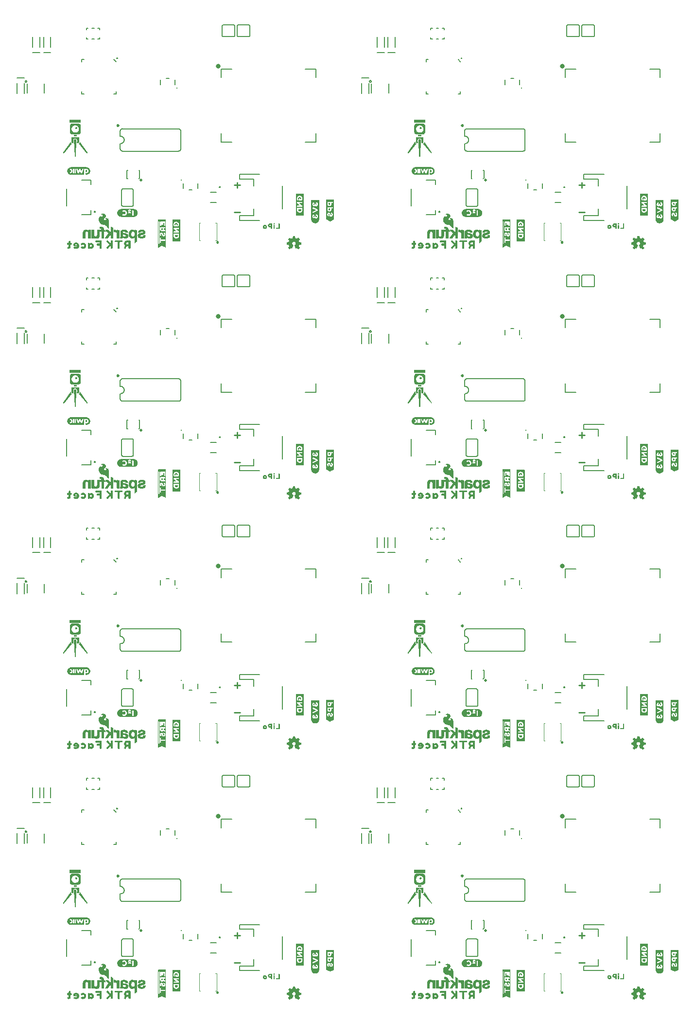
<source format=gbo>
G04 EAGLE Gerber RS-274X export*
G75*
%MOMM*%
%FSLAX34Y34*%
%LPD*%
%INSilkscreen Bottom*%
%IPPOS*%
%AMOC8*
5,1,8,0,0,1.08239X$1,22.5*%
G01*
%ADD10C,0.279400*%
%ADD11C,0.254000*%
%ADD12C,0.203200*%
%ADD13C,0.254000*%
%ADD14C,0.508000*%
%ADD15C,0.177800*%
%ADD16C,0.101600*%
%ADD17C,0.152400*%
%ADD18C,0.127000*%
%ADD19C,0.200000*%
%ADD20C,0.812800*%

G36*
X284290Y12755D02*
X284290Y12755D01*
X284341Y12772D01*
X284335Y12789D01*
X284349Y12800D01*
X284349Y61500D01*
X284333Y61521D01*
X284335Y61535D01*
X283935Y61935D01*
X283908Y61939D01*
X283900Y61949D01*
X271100Y61949D01*
X271082Y61936D01*
X271070Y61939D01*
X270670Y61639D01*
X270666Y61623D01*
X270662Y61620D01*
X270664Y61617D01*
X270662Y61608D01*
X270651Y61600D01*
X270651Y13100D01*
X270667Y13079D01*
X270665Y13065D01*
X270965Y12765D01*
X271020Y12758D01*
X271023Y12756D01*
X277016Y15853D01*
X277593Y15949D01*
X283678Y12956D01*
X283683Y12957D01*
X283684Y12953D01*
X284284Y12753D01*
X284286Y12754D01*
X284287Y12753D01*
X284290Y12755D01*
G37*
G36*
X884365Y12755D02*
X884365Y12755D01*
X884416Y12772D01*
X884410Y12789D01*
X884424Y12800D01*
X884424Y61500D01*
X884408Y61521D01*
X884410Y61535D01*
X884010Y61935D01*
X883983Y61939D01*
X883975Y61949D01*
X871175Y61949D01*
X871157Y61936D01*
X871145Y61939D01*
X870745Y61639D01*
X870741Y61623D01*
X870737Y61620D01*
X870739Y61617D01*
X870737Y61608D01*
X870726Y61600D01*
X870726Y13100D01*
X870742Y13079D01*
X870740Y13065D01*
X871040Y12765D01*
X871095Y12758D01*
X871098Y12756D01*
X877091Y15853D01*
X877668Y15949D01*
X883753Y12956D01*
X883758Y12957D01*
X883759Y12953D01*
X884359Y12753D01*
X884361Y12754D01*
X884362Y12753D01*
X884365Y12755D01*
G37*
G36*
X284290Y882908D02*
X284290Y882908D01*
X284341Y882926D01*
X284335Y882942D01*
X284349Y882953D01*
X284349Y931653D01*
X284333Y931675D01*
X284335Y931688D01*
X283935Y932088D01*
X283908Y932092D01*
X283900Y932102D01*
X271100Y932102D01*
X271082Y932089D01*
X271070Y932093D01*
X270670Y931793D01*
X270666Y931776D01*
X270662Y931773D01*
X270664Y931770D01*
X270662Y931761D01*
X270651Y931753D01*
X270651Y883253D01*
X270667Y883232D01*
X270665Y883218D01*
X270965Y882918D01*
X271020Y882911D01*
X271023Y882909D01*
X277016Y886006D01*
X277593Y886102D01*
X283678Y883109D01*
X283683Y883110D01*
X283684Y883106D01*
X284284Y882906D01*
X284286Y882907D01*
X284287Y882906D01*
X284290Y882908D01*
G37*
G36*
X884365Y447832D02*
X884365Y447832D01*
X884416Y447849D01*
X884410Y447866D01*
X884424Y447877D01*
X884424Y496577D01*
X884408Y496598D01*
X884410Y496611D01*
X884010Y497011D01*
X883983Y497015D01*
X883975Y497026D01*
X871175Y497026D01*
X871157Y497013D01*
X871145Y497016D01*
X870745Y496716D01*
X870741Y496700D01*
X870737Y496697D01*
X870739Y496693D01*
X870737Y496685D01*
X870726Y496677D01*
X870726Y448177D01*
X870742Y448155D01*
X870740Y448142D01*
X871040Y447842D01*
X871095Y447834D01*
X871098Y447833D01*
X877091Y450929D01*
X877668Y451025D01*
X883753Y448032D01*
X883758Y448033D01*
X883759Y448030D01*
X884359Y447830D01*
X884361Y447830D01*
X884362Y447829D01*
X884365Y447832D01*
G37*
G36*
X884365Y1317985D02*
X884365Y1317985D01*
X884416Y1318002D01*
X884410Y1318019D01*
X884424Y1318030D01*
X884424Y1366730D01*
X884408Y1366751D01*
X884410Y1366765D01*
X884010Y1367165D01*
X883983Y1367168D01*
X883975Y1367179D01*
X871175Y1367179D01*
X871157Y1367166D01*
X871145Y1367169D01*
X870745Y1366869D01*
X870741Y1366853D01*
X870737Y1366850D01*
X870739Y1366847D01*
X870737Y1366838D01*
X870726Y1366830D01*
X870726Y1318330D01*
X870742Y1318308D01*
X870740Y1318295D01*
X871040Y1317995D01*
X871095Y1317988D01*
X871098Y1317986D01*
X877091Y1321082D01*
X877668Y1321179D01*
X883753Y1318186D01*
X883758Y1318187D01*
X883759Y1318183D01*
X884359Y1317983D01*
X884361Y1317984D01*
X884362Y1317982D01*
X884365Y1317985D01*
G37*
G36*
X284290Y1317985D02*
X284290Y1317985D01*
X284341Y1318002D01*
X284335Y1318019D01*
X284349Y1318030D01*
X284349Y1366730D01*
X284333Y1366751D01*
X284335Y1366765D01*
X283935Y1367165D01*
X283908Y1367168D01*
X283900Y1367179D01*
X271100Y1367179D01*
X271082Y1367166D01*
X271070Y1367169D01*
X270670Y1366869D01*
X270666Y1366853D01*
X270662Y1366850D01*
X270664Y1366847D01*
X270662Y1366838D01*
X270651Y1366830D01*
X270651Y1318330D01*
X270667Y1318308D01*
X270665Y1318295D01*
X270965Y1317995D01*
X271020Y1317988D01*
X271023Y1317986D01*
X277016Y1321082D01*
X277593Y1321179D01*
X283678Y1318186D01*
X283683Y1318187D01*
X283684Y1318183D01*
X284284Y1317983D01*
X284286Y1317984D01*
X284287Y1317982D01*
X284290Y1317985D01*
G37*
G36*
X284290Y447832D02*
X284290Y447832D01*
X284341Y447849D01*
X284335Y447866D01*
X284349Y447877D01*
X284349Y496577D01*
X284333Y496598D01*
X284335Y496611D01*
X283935Y497011D01*
X283908Y497015D01*
X283900Y497026D01*
X271100Y497026D01*
X271082Y497013D01*
X271070Y497016D01*
X270670Y496716D01*
X270666Y496700D01*
X270662Y496697D01*
X270664Y496693D01*
X270662Y496685D01*
X270651Y496677D01*
X270651Y448177D01*
X270667Y448155D01*
X270665Y448142D01*
X270965Y447842D01*
X271020Y447834D01*
X271023Y447833D01*
X277016Y450929D01*
X277593Y451025D01*
X283678Y448032D01*
X283683Y448033D01*
X283684Y448030D01*
X284284Y447830D01*
X284286Y447830D01*
X284287Y447829D01*
X284290Y447832D01*
G37*
G36*
X884365Y882908D02*
X884365Y882908D01*
X884416Y882926D01*
X884410Y882942D01*
X884424Y882953D01*
X884424Y931653D01*
X884408Y931675D01*
X884410Y931688D01*
X884010Y932088D01*
X883983Y932092D01*
X883975Y932102D01*
X871175Y932102D01*
X871157Y932089D01*
X871145Y932093D01*
X870745Y931793D01*
X870741Y931776D01*
X870737Y931773D01*
X870739Y931770D01*
X870737Y931761D01*
X870726Y931753D01*
X870726Y883253D01*
X870742Y883232D01*
X870740Y883218D01*
X871040Y882918D01*
X871095Y882911D01*
X871098Y882909D01*
X877091Y886006D01*
X877668Y886102D01*
X883753Y883109D01*
X883758Y883110D01*
X883759Y883106D01*
X884359Y882906D01*
X884361Y882907D01*
X884362Y882906D01*
X884365Y882908D01*
G37*
G36*
X545508Y925210D02*
X545508Y925210D01*
X545514Y925206D01*
X546214Y925406D01*
X546215Y925407D01*
X546216Y925406D01*
X546815Y925606D01*
X547514Y925806D01*
X547522Y925817D01*
X547531Y925815D01*
X548027Y926211D01*
X548622Y926509D01*
X548627Y926519D01*
X548635Y926518D01*
X549635Y927518D01*
X549635Y927523D01*
X549638Y927522D01*
X550038Y928022D01*
X550039Y928026D01*
X550041Y928026D01*
X550441Y928626D01*
X550441Y928631D01*
X550444Y928631D01*
X550744Y929231D01*
X550743Y929236D01*
X550747Y929238D01*
X550947Y929838D01*
X550946Y929839D01*
X550947Y929840D01*
X550984Y929968D01*
X551026Y930116D01*
X551040Y930165D01*
X551082Y930313D01*
X551083Y930313D01*
X551082Y930313D01*
X551125Y930460D01*
X551139Y930510D01*
X551147Y930540D01*
X551146Y930544D01*
X551149Y930545D01*
X551249Y931145D01*
X551248Y931146D01*
X551249Y931146D01*
X551349Y931846D01*
X551346Y931851D01*
X551349Y931853D01*
X551349Y965753D01*
X551313Y965801D01*
X551306Y965795D01*
X551300Y965802D01*
X538400Y965802D01*
X538396Y965799D01*
X538393Y965802D01*
X537693Y965702D01*
X537651Y965660D01*
X537655Y965656D01*
X537651Y965653D01*
X537651Y931853D01*
X537654Y931849D01*
X537651Y931846D01*
X537851Y930446D01*
X537856Y930442D01*
X537853Y930438D01*
X538253Y929238D01*
X538258Y929235D01*
X538256Y929231D01*
X538556Y928631D01*
X538560Y928629D01*
X538559Y928626D01*
X538959Y928026D01*
X538962Y928025D01*
X538962Y928022D01*
X539362Y927522D01*
X539366Y927521D01*
X539365Y927518D01*
X540365Y926518D01*
X540377Y926517D01*
X540378Y926509D01*
X540975Y926210D01*
X541573Y925812D01*
X541582Y925813D01*
X541584Y925806D01*
X542784Y925406D01*
X542786Y925407D01*
X542786Y925406D01*
X543486Y925206D01*
X543496Y925209D01*
X543500Y925204D01*
X545500Y925204D01*
X545508Y925210D01*
G37*
G36*
X1145583Y490133D02*
X1145583Y490133D01*
X1145589Y490129D01*
X1146289Y490329D01*
X1146290Y490331D01*
X1146291Y490330D01*
X1146890Y490530D01*
X1147589Y490729D01*
X1147597Y490740D01*
X1147606Y490738D01*
X1148102Y491135D01*
X1148697Y491433D01*
X1148702Y491443D01*
X1148710Y491442D01*
X1149710Y492442D01*
X1149710Y492446D01*
X1149713Y492446D01*
X1150113Y492946D01*
X1150114Y492949D01*
X1150116Y492949D01*
X1150516Y493549D01*
X1150516Y493554D01*
X1150519Y493555D01*
X1150819Y494155D01*
X1150818Y494160D01*
X1150822Y494161D01*
X1151022Y494761D01*
X1151021Y494763D01*
X1151022Y494763D01*
X1151059Y494891D01*
X1151101Y495039D01*
X1151115Y495088D01*
X1151157Y495236D01*
X1151158Y495236D01*
X1151157Y495236D01*
X1151200Y495384D01*
X1151214Y495433D01*
X1151222Y495463D01*
X1151221Y495467D01*
X1151224Y495469D01*
X1151324Y496069D01*
X1151323Y496069D01*
X1151324Y496070D01*
X1151424Y496770D01*
X1151421Y496774D01*
X1151424Y496777D01*
X1151424Y530677D01*
X1151388Y530724D01*
X1151381Y530718D01*
X1151375Y530726D01*
X1138475Y530726D01*
X1138471Y530723D01*
X1138468Y530725D01*
X1137768Y530625D01*
X1137726Y530583D01*
X1137730Y530580D01*
X1137726Y530577D01*
X1137726Y496777D01*
X1137729Y496772D01*
X1137726Y496770D01*
X1137926Y495370D01*
X1137931Y495365D01*
X1137928Y495361D01*
X1138328Y494161D01*
X1138333Y494158D01*
X1138331Y494155D01*
X1138631Y493555D01*
X1138635Y493553D01*
X1138634Y493549D01*
X1139034Y492949D01*
X1139037Y492948D01*
X1139037Y492946D01*
X1139437Y492446D01*
X1139441Y492445D01*
X1139440Y492442D01*
X1140440Y491442D01*
X1140452Y491440D01*
X1140453Y491433D01*
X1141050Y491134D01*
X1141648Y490736D01*
X1141657Y490736D01*
X1141659Y490730D01*
X1142859Y490330D01*
X1142861Y490330D01*
X1142861Y490329D01*
X1143561Y490129D01*
X1143571Y490133D01*
X1143575Y490127D01*
X1145575Y490127D01*
X1145583Y490133D01*
G37*
G36*
X545508Y490133D02*
X545508Y490133D01*
X545514Y490129D01*
X546214Y490329D01*
X546215Y490331D01*
X546216Y490330D01*
X546815Y490530D01*
X547514Y490729D01*
X547522Y490740D01*
X547531Y490738D01*
X548027Y491135D01*
X548622Y491433D01*
X548627Y491443D01*
X548635Y491442D01*
X549635Y492442D01*
X549635Y492446D01*
X549638Y492446D01*
X550038Y492946D01*
X550039Y492949D01*
X550041Y492949D01*
X550441Y493549D01*
X550441Y493554D01*
X550444Y493555D01*
X550744Y494155D01*
X550743Y494160D01*
X550747Y494161D01*
X550947Y494761D01*
X550946Y494763D01*
X550947Y494763D01*
X550984Y494891D01*
X551026Y495039D01*
X551040Y495088D01*
X551082Y495236D01*
X551083Y495236D01*
X551082Y495236D01*
X551125Y495384D01*
X551139Y495433D01*
X551147Y495463D01*
X551146Y495467D01*
X551149Y495469D01*
X551249Y496069D01*
X551248Y496069D01*
X551249Y496070D01*
X551349Y496770D01*
X551346Y496774D01*
X551349Y496777D01*
X551349Y530677D01*
X551313Y530724D01*
X551306Y530718D01*
X551300Y530726D01*
X538400Y530726D01*
X538396Y530723D01*
X538393Y530725D01*
X537693Y530625D01*
X537651Y530583D01*
X537655Y530580D01*
X537651Y530577D01*
X537651Y496777D01*
X537654Y496772D01*
X537651Y496770D01*
X537851Y495370D01*
X537856Y495365D01*
X537853Y495361D01*
X538253Y494161D01*
X538258Y494158D01*
X538256Y494155D01*
X538556Y493555D01*
X538560Y493553D01*
X538559Y493549D01*
X538959Y492949D01*
X538962Y492948D01*
X538962Y492946D01*
X539362Y492446D01*
X539366Y492445D01*
X539365Y492442D01*
X540365Y491442D01*
X540377Y491440D01*
X540378Y491433D01*
X540975Y491134D01*
X541573Y490736D01*
X541582Y490736D01*
X541584Y490730D01*
X542784Y490330D01*
X542786Y490330D01*
X542786Y490329D01*
X543486Y490129D01*
X543496Y490133D01*
X543500Y490127D01*
X545500Y490127D01*
X545508Y490133D01*
G37*
G36*
X1145583Y1360287D02*
X1145583Y1360287D01*
X1145589Y1360282D01*
X1146289Y1360482D01*
X1146290Y1360484D01*
X1146291Y1360483D01*
X1146890Y1360683D01*
X1147589Y1360882D01*
X1147597Y1360894D01*
X1147606Y1360891D01*
X1148102Y1361288D01*
X1148697Y1361586D01*
X1148702Y1361596D01*
X1148710Y1361595D01*
X1149710Y1362595D01*
X1149710Y1362599D01*
X1149713Y1362599D01*
X1150113Y1363099D01*
X1150114Y1363102D01*
X1150116Y1363103D01*
X1150516Y1363703D01*
X1150516Y1363707D01*
X1150519Y1363708D01*
X1150819Y1364308D01*
X1150818Y1364313D01*
X1150822Y1364314D01*
X1151022Y1364914D01*
X1151021Y1364916D01*
X1151022Y1364916D01*
X1151059Y1365044D01*
X1151059Y1365045D01*
X1151101Y1365192D01*
X1151115Y1365241D01*
X1151115Y1365242D01*
X1151157Y1365389D01*
X1151158Y1365389D01*
X1151157Y1365389D01*
X1151200Y1365537D01*
X1151214Y1365586D01*
X1151222Y1365616D01*
X1151221Y1365620D01*
X1151224Y1365622D01*
X1151324Y1366222D01*
X1151323Y1366223D01*
X1151324Y1366223D01*
X1151424Y1366923D01*
X1151421Y1366927D01*
X1151424Y1366930D01*
X1151424Y1400830D01*
X1151388Y1400877D01*
X1151381Y1400871D01*
X1151375Y1400879D01*
X1138475Y1400879D01*
X1138471Y1400876D01*
X1138468Y1400879D01*
X1137768Y1400779D01*
X1137726Y1400736D01*
X1137730Y1400733D01*
X1137726Y1400730D01*
X1137726Y1366930D01*
X1137729Y1366926D01*
X1137726Y1366923D01*
X1137926Y1365523D01*
X1137931Y1365518D01*
X1137928Y1365514D01*
X1138328Y1364314D01*
X1138333Y1364311D01*
X1138331Y1364308D01*
X1138631Y1363708D01*
X1138635Y1363706D01*
X1138634Y1363703D01*
X1139034Y1363103D01*
X1139037Y1363101D01*
X1139037Y1363099D01*
X1139437Y1362599D01*
X1139441Y1362598D01*
X1139440Y1362595D01*
X1140440Y1361595D01*
X1140452Y1361593D01*
X1140453Y1361586D01*
X1141050Y1361287D01*
X1141648Y1360889D01*
X1141657Y1360889D01*
X1141659Y1360883D01*
X1142859Y1360483D01*
X1142861Y1360484D01*
X1142861Y1360482D01*
X1143561Y1360282D01*
X1143571Y1360286D01*
X1143575Y1360281D01*
X1145575Y1360281D01*
X1145583Y1360287D01*
G37*
G36*
X1145583Y925210D02*
X1145583Y925210D01*
X1145589Y925206D01*
X1146289Y925406D01*
X1146290Y925407D01*
X1146291Y925406D01*
X1146890Y925606D01*
X1147589Y925806D01*
X1147597Y925817D01*
X1147606Y925815D01*
X1148102Y926211D01*
X1148697Y926509D01*
X1148702Y926519D01*
X1148710Y926518D01*
X1149710Y927518D01*
X1149710Y927523D01*
X1149713Y927522D01*
X1150113Y928022D01*
X1150114Y928026D01*
X1150116Y928026D01*
X1150516Y928626D01*
X1150516Y928631D01*
X1150519Y928631D01*
X1150819Y929231D01*
X1150818Y929236D01*
X1150822Y929238D01*
X1151022Y929838D01*
X1151021Y929839D01*
X1151022Y929840D01*
X1151059Y929968D01*
X1151101Y930116D01*
X1151115Y930165D01*
X1151157Y930313D01*
X1151158Y930313D01*
X1151157Y930313D01*
X1151200Y930460D01*
X1151214Y930510D01*
X1151222Y930540D01*
X1151221Y930544D01*
X1151224Y930545D01*
X1151324Y931145D01*
X1151323Y931146D01*
X1151324Y931146D01*
X1151424Y931846D01*
X1151421Y931851D01*
X1151424Y931853D01*
X1151424Y965753D01*
X1151388Y965801D01*
X1151381Y965795D01*
X1151375Y965802D01*
X1138475Y965802D01*
X1138471Y965799D01*
X1138468Y965802D01*
X1137768Y965702D01*
X1137726Y965660D01*
X1137730Y965656D01*
X1137726Y965653D01*
X1137726Y931853D01*
X1137729Y931849D01*
X1137726Y931846D01*
X1137926Y930446D01*
X1137931Y930442D01*
X1137928Y930438D01*
X1138328Y929238D01*
X1138333Y929235D01*
X1138331Y929231D01*
X1138631Y928631D01*
X1138635Y928629D01*
X1138634Y928626D01*
X1139034Y928026D01*
X1139037Y928025D01*
X1139037Y928022D01*
X1139437Y927522D01*
X1139441Y927521D01*
X1139440Y927518D01*
X1140440Y926518D01*
X1140452Y926517D01*
X1140453Y926509D01*
X1141050Y926210D01*
X1141648Y925812D01*
X1141657Y925813D01*
X1141659Y925806D01*
X1142859Y925406D01*
X1142861Y925407D01*
X1142861Y925406D01*
X1143561Y925206D01*
X1143571Y925209D01*
X1143575Y925204D01*
X1145575Y925204D01*
X1145583Y925210D01*
G37*
G36*
X545508Y55057D02*
X545508Y55057D01*
X545514Y55053D01*
X546214Y55253D01*
X546215Y55254D01*
X546216Y55253D01*
X546815Y55453D01*
X547514Y55653D01*
X547522Y55664D01*
X547531Y55662D01*
X548027Y56058D01*
X548622Y56356D01*
X548627Y56366D01*
X548635Y56365D01*
X549635Y57365D01*
X549635Y57369D01*
X549638Y57369D01*
X550038Y57869D01*
X550039Y57873D01*
X550041Y57873D01*
X550441Y58473D01*
X550441Y58477D01*
X550444Y58478D01*
X550744Y59078D01*
X550743Y59083D01*
X550747Y59084D01*
X550947Y59684D01*
X550946Y59686D01*
X550947Y59686D01*
X550984Y59815D01*
X551026Y59962D01*
X551040Y60012D01*
X551082Y60159D01*
X551083Y60159D01*
X551082Y60159D01*
X551125Y60307D01*
X551139Y60356D01*
X551147Y60386D01*
X551146Y60390D01*
X551149Y60392D01*
X551249Y60992D01*
X551248Y60993D01*
X551249Y60993D01*
X551349Y61693D01*
X551346Y61698D01*
X551349Y61700D01*
X551349Y95600D01*
X551313Y95647D01*
X551306Y95642D01*
X551300Y95649D01*
X538400Y95649D01*
X538396Y95646D01*
X538393Y95649D01*
X537693Y95549D01*
X537651Y95506D01*
X537655Y95503D01*
X537651Y95500D01*
X537651Y61700D01*
X537654Y61696D01*
X537651Y61693D01*
X537851Y60293D01*
X537856Y60288D01*
X537853Y60284D01*
X538253Y59084D01*
X538258Y59081D01*
X538256Y59078D01*
X538556Y58478D01*
X538560Y58476D01*
X538559Y58473D01*
X538959Y57873D01*
X538962Y57872D01*
X538962Y57869D01*
X539362Y57369D01*
X539366Y57368D01*
X539365Y57365D01*
X540365Y56365D01*
X540377Y56364D01*
X540378Y56356D01*
X540975Y56057D01*
X541573Y55659D01*
X541582Y55660D01*
X541584Y55653D01*
X542784Y55253D01*
X542786Y55254D01*
X542786Y55253D01*
X543486Y55053D01*
X543496Y55056D01*
X543500Y55051D01*
X545500Y55051D01*
X545508Y55057D01*
G37*
G36*
X545508Y1360287D02*
X545508Y1360287D01*
X545514Y1360282D01*
X546214Y1360482D01*
X546215Y1360484D01*
X546216Y1360483D01*
X546815Y1360683D01*
X547514Y1360882D01*
X547522Y1360894D01*
X547531Y1360891D01*
X548027Y1361288D01*
X548622Y1361586D01*
X548627Y1361596D01*
X548635Y1361595D01*
X549635Y1362595D01*
X549635Y1362599D01*
X549638Y1362599D01*
X550038Y1363099D01*
X550039Y1363102D01*
X550041Y1363103D01*
X550441Y1363703D01*
X550441Y1363707D01*
X550444Y1363708D01*
X550744Y1364308D01*
X550743Y1364313D01*
X550747Y1364314D01*
X550947Y1364914D01*
X550946Y1364916D01*
X550947Y1364916D01*
X550984Y1365044D01*
X550984Y1365045D01*
X551026Y1365192D01*
X551040Y1365241D01*
X551040Y1365242D01*
X551082Y1365389D01*
X551083Y1365389D01*
X551082Y1365389D01*
X551125Y1365537D01*
X551139Y1365586D01*
X551147Y1365616D01*
X551146Y1365620D01*
X551149Y1365622D01*
X551249Y1366222D01*
X551248Y1366223D01*
X551249Y1366223D01*
X551349Y1366923D01*
X551346Y1366927D01*
X551349Y1366930D01*
X551349Y1400830D01*
X551313Y1400877D01*
X551306Y1400871D01*
X551300Y1400879D01*
X538400Y1400879D01*
X538396Y1400876D01*
X538393Y1400879D01*
X537693Y1400779D01*
X537651Y1400736D01*
X537655Y1400733D01*
X537651Y1400730D01*
X537651Y1366930D01*
X537654Y1366926D01*
X537651Y1366923D01*
X537851Y1365523D01*
X537856Y1365518D01*
X537853Y1365514D01*
X538253Y1364314D01*
X538258Y1364311D01*
X538256Y1364308D01*
X538556Y1363708D01*
X538560Y1363706D01*
X538559Y1363703D01*
X538959Y1363103D01*
X538962Y1363101D01*
X538962Y1363099D01*
X539362Y1362599D01*
X539366Y1362598D01*
X539365Y1362595D01*
X540365Y1361595D01*
X540377Y1361593D01*
X540378Y1361586D01*
X540975Y1361287D01*
X541573Y1360889D01*
X541582Y1360889D01*
X541584Y1360883D01*
X542784Y1360483D01*
X542786Y1360484D01*
X542786Y1360482D01*
X543486Y1360282D01*
X543496Y1360286D01*
X543500Y1360281D01*
X545500Y1360281D01*
X545508Y1360287D01*
G37*
G36*
X1145583Y55057D02*
X1145583Y55057D01*
X1145589Y55053D01*
X1146289Y55253D01*
X1146290Y55254D01*
X1146291Y55253D01*
X1146890Y55453D01*
X1147589Y55653D01*
X1147597Y55664D01*
X1147606Y55662D01*
X1148102Y56058D01*
X1148697Y56356D01*
X1148702Y56366D01*
X1148710Y56365D01*
X1149710Y57365D01*
X1149710Y57369D01*
X1149713Y57369D01*
X1150113Y57869D01*
X1150114Y57873D01*
X1150116Y57873D01*
X1150516Y58473D01*
X1150516Y58477D01*
X1150519Y58478D01*
X1150819Y59078D01*
X1150818Y59083D01*
X1150822Y59084D01*
X1151022Y59684D01*
X1151021Y59686D01*
X1151022Y59686D01*
X1151059Y59815D01*
X1151101Y59962D01*
X1151115Y60012D01*
X1151157Y60159D01*
X1151158Y60159D01*
X1151157Y60159D01*
X1151200Y60307D01*
X1151214Y60356D01*
X1151222Y60386D01*
X1151221Y60390D01*
X1151224Y60392D01*
X1151324Y60992D01*
X1151323Y60993D01*
X1151324Y60993D01*
X1151424Y61693D01*
X1151421Y61698D01*
X1151424Y61700D01*
X1151424Y95600D01*
X1151388Y95647D01*
X1151381Y95642D01*
X1151375Y95649D01*
X1138475Y95649D01*
X1138471Y95646D01*
X1138468Y95649D01*
X1137768Y95549D01*
X1137726Y95506D01*
X1137730Y95503D01*
X1137726Y95500D01*
X1137726Y61700D01*
X1137729Y61696D01*
X1137726Y61693D01*
X1137926Y60293D01*
X1137931Y60288D01*
X1137928Y60284D01*
X1138328Y59084D01*
X1138333Y59081D01*
X1138331Y59078D01*
X1138631Y58478D01*
X1138635Y58476D01*
X1138634Y58473D01*
X1139034Y57873D01*
X1139037Y57872D01*
X1139037Y57869D01*
X1139437Y57369D01*
X1139441Y57368D01*
X1139440Y57365D01*
X1140440Y56365D01*
X1140452Y56364D01*
X1140453Y56356D01*
X1141050Y56057D01*
X1141648Y55659D01*
X1141657Y55660D01*
X1141659Y55653D01*
X1142859Y55253D01*
X1142861Y55254D01*
X1142861Y55253D01*
X1143561Y55053D01*
X1143571Y55056D01*
X1143575Y55051D01*
X1145575Y55051D01*
X1145583Y55057D01*
G37*
G36*
X909422Y458863D02*
X909422Y458863D01*
X909417Y458871D01*
X909424Y458877D01*
X909424Y496077D01*
X909421Y496081D01*
X909424Y496085D01*
X909324Y496685D01*
X909280Y496726D01*
X909278Y496723D01*
X909275Y496726D01*
X895775Y496726D01*
X895728Y496690D01*
X895733Y496682D01*
X895726Y496677D01*
X895726Y459477D01*
X895729Y459472D01*
X895726Y459469D01*
X895826Y458869D01*
X895870Y458828D01*
X895873Y458831D01*
X895875Y458827D01*
X909375Y458827D01*
X909422Y458863D01*
G37*
G36*
X524347Y1374017D02*
X524347Y1374017D01*
X524342Y1374024D01*
X524349Y1374030D01*
X524349Y1411230D01*
X524346Y1411235D01*
X524349Y1411238D01*
X524249Y1411838D01*
X524205Y1411879D01*
X524203Y1411876D01*
X524200Y1411879D01*
X510700Y1411879D01*
X510653Y1411843D01*
X510658Y1411836D01*
X510651Y1411830D01*
X510651Y1374630D01*
X510654Y1374625D01*
X510651Y1374622D01*
X510751Y1374022D01*
X510795Y1373981D01*
X510798Y1373984D01*
X510800Y1373981D01*
X524300Y1373981D01*
X524347Y1374017D01*
G37*
G36*
X1124422Y1374017D02*
X1124422Y1374017D01*
X1124417Y1374024D01*
X1124424Y1374030D01*
X1124424Y1411230D01*
X1124421Y1411235D01*
X1124424Y1411238D01*
X1124324Y1411838D01*
X1124280Y1411879D01*
X1124278Y1411876D01*
X1124275Y1411879D01*
X1110775Y1411879D01*
X1110728Y1411843D01*
X1110733Y1411836D01*
X1110726Y1411830D01*
X1110726Y1374630D01*
X1110729Y1374625D01*
X1110726Y1374622D01*
X1110826Y1374022D01*
X1110870Y1373981D01*
X1110873Y1373984D01*
X1110875Y1373981D01*
X1124375Y1373981D01*
X1124422Y1374017D01*
G37*
G36*
X309347Y458863D02*
X309347Y458863D01*
X309342Y458871D01*
X309349Y458877D01*
X309349Y496077D01*
X309346Y496081D01*
X309349Y496085D01*
X309249Y496685D01*
X309205Y496726D01*
X309203Y496723D01*
X309200Y496726D01*
X295700Y496726D01*
X295653Y496690D01*
X295658Y496682D01*
X295651Y496677D01*
X295651Y459477D01*
X295654Y459472D01*
X295651Y459469D01*
X295751Y458869D01*
X295795Y458828D01*
X295798Y458831D01*
X295800Y458827D01*
X309300Y458827D01*
X309347Y458863D01*
G37*
G36*
X309347Y1329017D02*
X309347Y1329017D01*
X309342Y1329024D01*
X309349Y1329030D01*
X309349Y1366230D01*
X309346Y1366235D01*
X309349Y1366238D01*
X309249Y1366838D01*
X309205Y1366879D01*
X309203Y1366876D01*
X309200Y1366879D01*
X295700Y1366879D01*
X295653Y1366843D01*
X295658Y1366836D01*
X295651Y1366830D01*
X295651Y1329630D01*
X295654Y1329625D01*
X295651Y1329622D01*
X295751Y1329022D01*
X295795Y1328981D01*
X295798Y1328984D01*
X295800Y1328981D01*
X309300Y1328981D01*
X309347Y1329017D01*
G37*
G36*
X909422Y23787D02*
X909422Y23787D01*
X909417Y23794D01*
X909424Y23800D01*
X909424Y61000D01*
X909421Y61005D01*
X909424Y61008D01*
X909324Y61608D01*
X909280Y61649D01*
X909278Y61646D01*
X909275Y61649D01*
X895775Y61649D01*
X895728Y61613D01*
X895733Y61606D01*
X895726Y61600D01*
X895726Y24400D01*
X895729Y24395D01*
X895726Y24392D01*
X895826Y23792D01*
X895870Y23751D01*
X895873Y23754D01*
X895875Y23751D01*
X909375Y23751D01*
X909422Y23787D01*
G37*
G36*
X309347Y23787D02*
X309347Y23787D01*
X309342Y23794D01*
X309349Y23800D01*
X309349Y61000D01*
X309346Y61005D01*
X309349Y61008D01*
X309249Y61608D01*
X309205Y61649D01*
X309203Y61646D01*
X309200Y61649D01*
X295700Y61649D01*
X295653Y61613D01*
X295658Y61606D01*
X295651Y61600D01*
X295651Y24400D01*
X295654Y24395D01*
X295651Y24392D01*
X295751Y23792D01*
X295795Y23751D01*
X295798Y23754D01*
X295800Y23751D01*
X309300Y23751D01*
X309347Y23787D01*
G37*
G36*
X909422Y893940D02*
X909422Y893940D01*
X909417Y893947D01*
X909424Y893953D01*
X909424Y931153D01*
X909421Y931158D01*
X909424Y931161D01*
X909324Y931761D01*
X909280Y931802D01*
X909278Y931799D01*
X909275Y931802D01*
X895775Y931802D01*
X895728Y931767D01*
X895733Y931759D01*
X895726Y931753D01*
X895726Y894553D01*
X895729Y894548D01*
X895726Y894545D01*
X895826Y893945D01*
X895870Y893904D01*
X895873Y893907D01*
X895875Y893904D01*
X909375Y893904D01*
X909422Y893940D01*
G37*
G36*
X1124422Y503863D02*
X1124422Y503863D01*
X1124417Y503871D01*
X1124424Y503877D01*
X1124424Y541077D01*
X1124421Y541081D01*
X1124424Y541085D01*
X1124324Y541685D01*
X1124280Y541726D01*
X1124278Y541723D01*
X1124275Y541726D01*
X1110775Y541726D01*
X1110728Y541690D01*
X1110733Y541682D01*
X1110726Y541677D01*
X1110726Y504477D01*
X1110729Y504472D01*
X1110726Y504469D01*
X1110826Y503869D01*
X1110870Y503828D01*
X1110873Y503831D01*
X1110875Y503827D01*
X1124375Y503827D01*
X1124422Y503863D01*
G37*
G36*
X524347Y503863D02*
X524347Y503863D01*
X524342Y503871D01*
X524349Y503877D01*
X524349Y541077D01*
X524346Y541081D01*
X524349Y541085D01*
X524249Y541685D01*
X524205Y541726D01*
X524203Y541723D01*
X524200Y541726D01*
X510700Y541726D01*
X510653Y541690D01*
X510658Y541682D01*
X510651Y541677D01*
X510651Y504477D01*
X510654Y504472D01*
X510651Y504469D01*
X510751Y503869D01*
X510795Y503828D01*
X510798Y503831D01*
X510800Y503827D01*
X524300Y503827D01*
X524347Y503863D01*
G37*
G36*
X309347Y893940D02*
X309347Y893940D01*
X309342Y893947D01*
X309349Y893953D01*
X309349Y931153D01*
X309346Y931158D01*
X309349Y931161D01*
X309249Y931761D01*
X309205Y931802D01*
X309203Y931799D01*
X309200Y931802D01*
X295700Y931802D01*
X295653Y931767D01*
X295658Y931759D01*
X295651Y931753D01*
X295651Y894553D01*
X295654Y894548D01*
X295651Y894545D01*
X295751Y893945D01*
X295795Y893904D01*
X295798Y893907D01*
X295800Y893904D01*
X309300Y893904D01*
X309347Y893940D01*
G37*
G36*
X524347Y68787D02*
X524347Y68787D01*
X524342Y68794D01*
X524349Y68800D01*
X524349Y106000D01*
X524346Y106005D01*
X524349Y106008D01*
X524249Y106608D01*
X524205Y106649D01*
X524203Y106646D01*
X524200Y106649D01*
X510700Y106649D01*
X510653Y106613D01*
X510658Y106606D01*
X510651Y106600D01*
X510651Y69400D01*
X510654Y69395D01*
X510651Y69392D01*
X510751Y68792D01*
X510795Y68751D01*
X510798Y68754D01*
X510800Y68751D01*
X524300Y68751D01*
X524347Y68787D01*
G37*
G36*
X1124422Y68787D02*
X1124422Y68787D01*
X1124417Y68794D01*
X1124424Y68800D01*
X1124424Y106000D01*
X1124421Y106005D01*
X1124424Y106008D01*
X1124324Y106608D01*
X1124280Y106649D01*
X1124278Y106646D01*
X1124275Y106649D01*
X1110775Y106649D01*
X1110728Y106613D01*
X1110733Y106606D01*
X1110726Y106600D01*
X1110726Y69400D01*
X1110729Y69395D01*
X1110726Y69392D01*
X1110826Y68792D01*
X1110870Y68751D01*
X1110873Y68754D01*
X1110875Y68751D01*
X1124375Y68751D01*
X1124422Y68787D01*
G37*
G36*
X909422Y1329017D02*
X909422Y1329017D01*
X909417Y1329024D01*
X909424Y1329030D01*
X909424Y1366230D01*
X909421Y1366235D01*
X909424Y1366238D01*
X909324Y1366838D01*
X909280Y1366879D01*
X909278Y1366876D01*
X909275Y1366879D01*
X895775Y1366879D01*
X895728Y1366843D01*
X895733Y1366836D01*
X895726Y1366830D01*
X895726Y1329630D01*
X895729Y1329625D01*
X895726Y1329622D01*
X895826Y1329022D01*
X895870Y1328981D01*
X895873Y1328984D01*
X895875Y1328981D01*
X909375Y1328981D01*
X909422Y1329017D01*
G37*
G36*
X524347Y938940D02*
X524347Y938940D01*
X524342Y938947D01*
X524349Y938953D01*
X524349Y976153D01*
X524346Y976158D01*
X524349Y976161D01*
X524249Y976761D01*
X524205Y976802D01*
X524203Y976799D01*
X524200Y976802D01*
X510700Y976802D01*
X510653Y976767D01*
X510658Y976759D01*
X510651Y976753D01*
X510651Y939553D01*
X510654Y939548D01*
X510651Y939545D01*
X510751Y938945D01*
X510795Y938904D01*
X510798Y938907D01*
X510800Y938904D01*
X524300Y938904D01*
X524347Y938940D01*
G37*
G36*
X1124422Y938940D02*
X1124422Y938940D01*
X1124417Y938947D01*
X1124424Y938953D01*
X1124424Y976153D01*
X1124421Y976158D01*
X1124424Y976161D01*
X1124324Y976761D01*
X1124280Y976802D01*
X1124278Y976799D01*
X1124275Y976802D01*
X1110775Y976802D01*
X1110728Y976767D01*
X1110733Y976759D01*
X1110726Y976753D01*
X1110726Y939553D01*
X1110729Y939548D01*
X1110726Y939545D01*
X1110826Y938945D01*
X1110870Y938904D01*
X1110873Y938907D01*
X1110875Y938904D01*
X1124375Y938904D01*
X1124422Y938940D01*
G37*
G36*
X570916Y58553D02*
X570916Y58553D01*
X570918Y58557D01*
X570922Y58556D01*
X577022Y61556D01*
X577031Y61573D01*
X577042Y61575D01*
X577342Y62075D01*
X577342Y62079D01*
X577344Y62080D01*
X577341Y62084D01*
X577340Y62093D01*
X577349Y62100D01*
X577349Y95900D01*
X577336Y95918D01*
X577339Y95930D01*
X577039Y96330D01*
X577008Y96339D01*
X577000Y96349D01*
X564100Y96349D01*
X564082Y96336D01*
X564070Y96339D01*
X563670Y96039D01*
X563662Y96008D01*
X563651Y96000D01*
X563651Y61800D01*
X563672Y61772D01*
X563673Y61759D01*
X564273Y61359D01*
X564277Y61359D01*
X564278Y61356D01*
X570278Y58356D01*
X570304Y58361D01*
X570316Y58353D01*
X570916Y58553D01*
G37*
G36*
X1170991Y1363783D02*
X1170991Y1363783D01*
X1170993Y1363787D01*
X1170997Y1363786D01*
X1177097Y1366786D01*
X1177106Y1366803D01*
X1177117Y1366804D01*
X1177417Y1367304D01*
X1177417Y1367309D01*
X1177419Y1367310D01*
X1177416Y1367313D01*
X1177415Y1367323D01*
X1177424Y1367330D01*
X1177424Y1401130D01*
X1177411Y1401147D01*
X1177414Y1401159D01*
X1177114Y1401559D01*
X1177083Y1401568D01*
X1177075Y1401579D01*
X1164175Y1401579D01*
X1164157Y1401566D01*
X1164145Y1401569D01*
X1163745Y1401269D01*
X1163737Y1401238D01*
X1163726Y1401230D01*
X1163726Y1367030D01*
X1163747Y1367002D01*
X1163748Y1366989D01*
X1164348Y1366589D01*
X1164352Y1366589D01*
X1164353Y1366586D01*
X1170353Y1363586D01*
X1170379Y1363591D01*
X1170391Y1363583D01*
X1170991Y1363783D01*
G37*
G36*
X1170991Y58553D02*
X1170991Y58553D01*
X1170993Y58557D01*
X1170997Y58556D01*
X1177097Y61556D01*
X1177106Y61573D01*
X1177117Y61575D01*
X1177417Y62075D01*
X1177417Y62079D01*
X1177419Y62080D01*
X1177416Y62084D01*
X1177415Y62093D01*
X1177424Y62100D01*
X1177424Y95900D01*
X1177411Y95918D01*
X1177414Y95930D01*
X1177114Y96330D01*
X1177083Y96339D01*
X1177075Y96349D01*
X1164175Y96349D01*
X1164157Y96336D01*
X1164145Y96339D01*
X1163745Y96039D01*
X1163737Y96008D01*
X1163726Y96000D01*
X1163726Y61800D01*
X1163747Y61772D01*
X1163748Y61759D01*
X1164348Y61359D01*
X1164352Y61359D01*
X1164353Y61356D01*
X1170353Y58356D01*
X1170379Y58361D01*
X1170391Y58353D01*
X1170991Y58553D01*
G37*
G36*
X570916Y1363783D02*
X570916Y1363783D01*
X570918Y1363787D01*
X570922Y1363786D01*
X577022Y1366786D01*
X577031Y1366803D01*
X577042Y1366804D01*
X577342Y1367304D01*
X577342Y1367309D01*
X577344Y1367310D01*
X577341Y1367313D01*
X577340Y1367323D01*
X577349Y1367330D01*
X577349Y1401130D01*
X577336Y1401147D01*
X577339Y1401159D01*
X577039Y1401559D01*
X577008Y1401568D01*
X577000Y1401579D01*
X564100Y1401579D01*
X564082Y1401566D01*
X564070Y1401569D01*
X563670Y1401269D01*
X563662Y1401238D01*
X563651Y1401230D01*
X563651Y1367030D01*
X563672Y1367002D01*
X563673Y1366989D01*
X564273Y1366589D01*
X564277Y1366589D01*
X564278Y1366586D01*
X570278Y1363586D01*
X570304Y1363591D01*
X570316Y1363583D01*
X570916Y1363783D01*
G37*
G36*
X1170991Y928706D02*
X1170991Y928706D01*
X1170993Y928711D01*
X1170997Y928709D01*
X1177097Y931709D01*
X1177106Y931727D01*
X1177117Y931728D01*
X1177417Y932228D01*
X1177417Y932232D01*
X1177419Y932234D01*
X1177416Y932237D01*
X1177415Y932246D01*
X1177424Y932253D01*
X1177424Y966053D01*
X1177411Y966071D01*
X1177414Y966083D01*
X1177114Y966483D01*
X1177083Y966492D01*
X1177075Y966502D01*
X1164175Y966502D01*
X1164157Y966489D01*
X1164145Y966493D01*
X1163745Y966193D01*
X1163737Y966161D01*
X1163726Y966153D01*
X1163726Y931953D01*
X1163747Y931925D01*
X1163748Y931912D01*
X1164348Y931512D01*
X1164352Y931513D01*
X1164353Y931509D01*
X1170353Y928509D01*
X1170379Y928514D01*
X1170391Y928506D01*
X1170991Y928706D01*
G37*
G36*
X570916Y928706D02*
X570916Y928706D01*
X570918Y928711D01*
X570922Y928709D01*
X577022Y931709D01*
X577031Y931727D01*
X577042Y931728D01*
X577342Y932228D01*
X577342Y932232D01*
X577344Y932234D01*
X577341Y932237D01*
X577340Y932246D01*
X577349Y932253D01*
X577349Y966053D01*
X577336Y966071D01*
X577339Y966083D01*
X577039Y966483D01*
X577008Y966492D01*
X577000Y966502D01*
X564100Y966502D01*
X564082Y966489D01*
X564070Y966493D01*
X563670Y966193D01*
X563662Y966161D01*
X563651Y966153D01*
X563651Y931953D01*
X563672Y931925D01*
X563673Y931912D01*
X564273Y931512D01*
X564277Y931513D01*
X564278Y931509D01*
X570278Y928509D01*
X570304Y928514D01*
X570316Y928506D01*
X570916Y928706D01*
G37*
G36*
X1170991Y493630D02*
X1170991Y493630D01*
X1170993Y493634D01*
X1170997Y493632D01*
X1177097Y496632D01*
X1177106Y496650D01*
X1177117Y496651D01*
X1177417Y497151D01*
X1177417Y497156D01*
X1177419Y497157D01*
X1177416Y497160D01*
X1177415Y497170D01*
X1177424Y497177D01*
X1177424Y530977D01*
X1177411Y530994D01*
X1177414Y531006D01*
X1177114Y531406D01*
X1177083Y531415D01*
X1177075Y531426D01*
X1164175Y531426D01*
X1164157Y531413D01*
X1164145Y531416D01*
X1163745Y531116D01*
X1163737Y531085D01*
X1163726Y531077D01*
X1163726Y496877D01*
X1163747Y496849D01*
X1163748Y496836D01*
X1164348Y496436D01*
X1164352Y496436D01*
X1164353Y496433D01*
X1170353Y493433D01*
X1170379Y493437D01*
X1170391Y493430D01*
X1170991Y493630D01*
G37*
G36*
X570916Y493630D02*
X570916Y493630D01*
X570918Y493634D01*
X570922Y493632D01*
X577022Y496632D01*
X577031Y496650D01*
X577042Y496651D01*
X577342Y497151D01*
X577342Y497156D01*
X577344Y497157D01*
X577341Y497160D01*
X577340Y497170D01*
X577349Y497177D01*
X577349Y530977D01*
X577336Y530994D01*
X577339Y531006D01*
X577039Y531406D01*
X577008Y531415D01*
X577000Y531426D01*
X564100Y531426D01*
X564082Y531413D01*
X564070Y531416D01*
X563670Y531116D01*
X563662Y531085D01*
X563651Y531077D01*
X563651Y496877D01*
X563672Y496849D01*
X563673Y496836D01*
X564273Y496436D01*
X564277Y496436D01*
X564278Y496433D01*
X570278Y493433D01*
X570304Y493437D01*
X570316Y493430D01*
X570916Y493630D01*
G37*
G36*
X228904Y936307D02*
X228904Y936307D01*
X228907Y936304D01*
X229607Y936404D01*
X229611Y936408D01*
X229614Y936406D01*
X230314Y936606D01*
X230315Y936607D01*
X230316Y936606D01*
X230916Y936806D01*
X230919Y936811D01*
X230922Y936809D01*
X232122Y937409D01*
X232124Y937413D01*
X232127Y937412D01*
X232727Y937812D01*
X232728Y937815D01*
X232731Y937815D01*
X233231Y938215D01*
X233233Y938223D01*
X233238Y938222D01*
X234038Y939222D01*
X234039Y939226D01*
X234041Y939226D01*
X234441Y939826D01*
X234441Y939831D01*
X234444Y939831D01*
X234744Y940431D01*
X234743Y940438D01*
X234747Y940440D01*
X234758Y940477D01*
X234800Y940625D01*
X234814Y940674D01*
X234856Y940822D01*
X234857Y940822D01*
X234856Y940822D01*
X234899Y940969D01*
X234913Y941019D01*
X234947Y941139D01*
X235147Y941738D01*
X235145Y941744D01*
X235149Y941746D01*
X235249Y942446D01*
X235246Y942451D01*
X235249Y942453D01*
X235249Y943753D01*
X235246Y943757D01*
X235249Y943760D01*
X235049Y945160D01*
X235041Y945168D01*
X235044Y945175D01*
X234144Y946975D01*
X234137Y946979D01*
X234138Y946984D01*
X233738Y947484D01*
X233734Y947485D01*
X233735Y947488D01*
X232735Y948488D01*
X232731Y948489D01*
X232731Y948492D01*
X232231Y948892D01*
X232223Y948892D01*
X232222Y948897D01*
X231022Y949497D01*
X231015Y949496D01*
X231014Y949501D01*
X230315Y949700D01*
X229716Y949900D01*
X229709Y949898D01*
X229707Y949902D01*
X229007Y950002D01*
X229002Y949999D01*
X229000Y950002D01*
X206100Y950002D01*
X206095Y949999D01*
X206092Y950002D01*
X205492Y949902D01*
X204793Y949802D01*
X204785Y949794D01*
X204778Y949797D01*
X204182Y949499D01*
X203486Y949301D01*
X203481Y949293D01*
X203475Y949295D01*
X202975Y948995D01*
X202974Y948994D01*
X202973Y948994D01*
X202373Y948594D01*
X202370Y948587D01*
X202365Y948588D01*
X201365Y947588D01*
X201365Y947584D01*
X201362Y947584D01*
X200962Y947084D01*
X200961Y947081D01*
X200959Y947081D01*
X200559Y946481D01*
X200559Y946476D01*
X200556Y946475D01*
X200256Y945875D01*
X200256Y945873D01*
X200255Y945872D01*
X200257Y945870D01*
X200253Y945869D01*
X199853Y944669D01*
X199855Y944662D01*
X199851Y944660D01*
X199751Y943960D01*
X199754Y943956D01*
X199751Y943953D01*
X199751Y942553D01*
X199754Y942548D01*
X199751Y942545D01*
X199851Y941945D01*
X199951Y941246D01*
X199956Y941242D01*
X199953Y941238D01*
X200153Y940638D01*
X200158Y940635D01*
X200156Y940631D01*
X200456Y940031D01*
X200460Y940029D01*
X200459Y940026D01*
X201259Y938826D01*
X201262Y938825D01*
X201262Y938822D01*
X201662Y938322D01*
X201669Y938320D01*
X201669Y938315D01*
X202169Y937915D01*
X202173Y937915D01*
X202173Y937912D01*
X202771Y937514D01*
X203269Y937115D01*
X203279Y937114D01*
X203281Y937108D01*
X203981Y936808D01*
X203984Y936809D01*
X203984Y936806D01*
X204584Y936606D01*
X204586Y936607D01*
X204586Y936606D01*
X205286Y936406D01*
X205296Y936409D01*
X205300Y936404D01*
X205897Y936404D01*
X206593Y936304D01*
X206598Y936307D01*
X206600Y936304D01*
X228900Y936304D01*
X228904Y936307D01*
G37*
G36*
X228904Y501231D02*
X228904Y501231D01*
X228907Y501228D01*
X229607Y501328D01*
X229611Y501331D01*
X229614Y501329D01*
X230314Y501529D01*
X230315Y501531D01*
X230316Y501530D01*
X230916Y501730D01*
X230919Y501734D01*
X230922Y501733D01*
X232122Y502333D01*
X232124Y502337D01*
X232127Y502336D01*
X232727Y502736D01*
X232728Y502739D01*
X232731Y502738D01*
X233231Y503138D01*
X233233Y503146D01*
X233238Y503146D01*
X234038Y504146D01*
X234039Y504149D01*
X234041Y504149D01*
X234441Y504749D01*
X234441Y504754D01*
X234444Y504755D01*
X234744Y505355D01*
X234743Y505361D01*
X234747Y505363D01*
X234758Y505400D01*
X234800Y505548D01*
X234814Y505597D01*
X234856Y505745D01*
X234857Y505745D01*
X234856Y505745D01*
X234899Y505893D01*
X234913Y505942D01*
X234947Y506062D01*
X235147Y506661D01*
X235145Y506667D01*
X235149Y506670D01*
X235249Y507370D01*
X235246Y507374D01*
X235249Y507377D01*
X235249Y508677D01*
X235246Y508681D01*
X235249Y508684D01*
X235049Y510084D01*
X235041Y510092D01*
X235044Y510099D01*
X234144Y511899D01*
X234137Y511902D01*
X234138Y511907D01*
X233738Y512407D01*
X233734Y512408D01*
X233735Y512411D01*
X232735Y513411D01*
X232731Y513412D01*
X232731Y513415D01*
X232231Y513815D01*
X232223Y513815D01*
X232222Y513821D01*
X231022Y514421D01*
X231015Y514419D01*
X231014Y514424D01*
X230315Y514624D01*
X229716Y514823D01*
X229709Y514821D01*
X229707Y514825D01*
X229007Y514925D01*
X229002Y514923D01*
X229000Y514926D01*
X206100Y514926D01*
X206095Y514922D01*
X206092Y514925D01*
X205492Y514825D01*
X204793Y514725D01*
X204785Y514717D01*
X204778Y514721D01*
X204182Y514423D01*
X203486Y514224D01*
X203481Y514216D01*
X203475Y514219D01*
X202975Y513919D01*
X202974Y513917D01*
X202973Y513918D01*
X202373Y513518D01*
X202370Y513511D01*
X202365Y513511D01*
X201365Y512511D01*
X201365Y512507D01*
X201362Y512507D01*
X200962Y512007D01*
X200961Y512004D01*
X200959Y512004D01*
X200559Y511404D01*
X200559Y511399D01*
X200556Y511399D01*
X200256Y510799D01*
X200256Y510796D01*
X200255Y510795D01*
X200257Y510793D01*
X200253Y510792D01*
X199853Y509592D01*
X199855Y509586D01*
X199851Y509584D01*
X199751Y508884D01*
X199754Y508879D01*
X199751Y508877D01*
X199751Y507477D01*
X199754Y507472D01*
X199751Y507469D01*
X199851Y506869D01*
X199951Y506170D01*
X199956Y506165D01*
X199953Y506161D01*
X200153Y505561D01*
X200158Y505558D01*
X200156Y505555D01*
X200456Y504955D01*
X200460Y504953D01*
X200459Y504949D01*
X201259Y503749D01*
X201262Y503748D01*
X201262Y503746D01*
X201662Y503246D01*
X201669Y503244D01*
X201669Y503238D01*
X202169Y502838D01*
X202173Y502838D01*
X202173Y502836D01*
X202771Y502437D01*
X203269Y502038D01*
X203279Y502038D01*
X203281Y502031D01*
X203981Y501731D01*
X203984Y501732D01*
X203984Y501730D01*
X204584Y501530D01*
X204586Y501530D01*
X204586Y501529D01*
X205286Y501329D01*
X205296Y501333D01*
X205300Y501327D01*
X205897Y501327D01*
X206593Y501228D01*
X206598Y501230D01*
X206600Y501227D01*
X228900Y501227D01*
X228904Y501231D01*
G37*
G36*
X828979Y501231D02*
X828979Y501231D01*
X828982Y501228D01*
X829682Y501328D01*
X829686Y501331D01*
X829689Y501329D01*
X830389Y501529D01*
X830390Y501531D01*
X830391Y501530D01*
X830991Y501730D01*
X830994Y501734D01*
X830997Y501733D01*
X832197Y502333D01*
X832199Y502337D01*
X832202Y502336D01*
X832802Y502736D01*
X832803Y502739D01*
X832806Y502738D01*
X833306Y503138D01*
X833308Y503146D01*
X833313Y503146D01*
X834113Y504146D01*
X834114Y504149D01*
X834116Y504149D01*
X834516Y504749D01*
X834516Y504754D01*
X834519Y504755D01*
X834819Y505355D01*
X834818Y505361D01*
X834822Y505363D01*
X834833Y505400D01*
X834875Y505548D01*
X834889Y505597D01*
X834931Y505745D01*
X834932Y505745D01*
X834931Y505745D01*
X834974Y505893D01*
X834988Y505942D01*
X835022Y506062D01*
X835222Y506661D01*
X835220Y506667D01*
X835224Y506670D01*
X835324Y507370D01*
X835321Y507374D01*
X835324Y507377D01*
X835324Y508677D01*
X835321Y508681D01*
X835324Y508684D01*
X835124Y510084D01*
X835116Y510092D01*
X835119Y510099D01*
X834219Y511899D01*
X834212Y511902D01*
X834213Y511907D01*
X833813Y512407D01*
X833809Y512408D01*
X833810Y512411D01*
X832810Y513411D01*
X832806Y513412D01*
X832806Y513415D01*
X832306Y513815D01*
X832298Y513815D01*
X832297Y513821D01*
X831097Y514421D01*
X831090Y514419D01*
X831089Y514424D01*
X830390Y514624D01*
X829791Y514823D01*
X829784Y514821D01*
X829782Y514825D01*
X829082Y514925D01*
X829077Y514923D01*
X829075Y514926D01*
X806175Y514926D01*
X806170Y514922D01*
X806167Y514925D01*
X805567Y514825D01*
X804868Y514725D01*
X804860Y514717D01*
X804853Y514721D01*
X804257Y514423D01*
X803561Y514224D01*
X803556Y514216D01*
X803550Y514219D01*
X803050Y513919D01*
X803049Y513917D01*
X803048Y513918D01*
X802448Y513518D01*
X802445Y513511D01*
X802440Y513511D01*
X801440Y512511D01*
X801440Y512507D01*
X801437Y512507D01*
X801037Y512007D01*
X801036Y512004D01*
X801034Y512004D01*
X800634Y511404D01*
X800634Y511399D01*
X800631Y511399D01*
X800331Y510799D01*
X800331Y510796D01*
X800330Y510795D01*
X800332Y510793D01*
X800328Y510792D01*
X799928Y509592D01*
X799930Y509586D01*
X799926Y509584D01*
X799826Y508884D01*
X799829Y508879D01*
X799826Y508877D01*
X799826Y507477D01*
X799829Y507472D01*
X799826Y507469D01*
X799926Y506869D01*
X800026Y506170D01*
X800031Y506165D01*
X800028Y506161D01*
X800228Y505561D01*
X800233Y505558D01*
X800231Y505555D01*
X800531Y504955D01*
X800535Y504953D01*
X800534Y504949D01*
X801334Y503749D01*
X801337Y503748D01*
X801337Y503746D01*
X801737Y503246D01*
X801744Y503244D01*
X801744Y503238D01*
X802244Y502838D01*
X802248Y502838D01*
X802248Y502836D01*
X802846Y502437D01*
X803344Y502038D01*
X803354Y502038D01*
X803356Y502031D01*
X804056Y501731D01*
X804059Y501732D01*
X804059Y501730D01*
X804659Y501530D01*
X804661Y501530D01*
X804661Y501529D01*
X805361Y501329D01*
X805371Y501333D01*
X805375Y501327D01*
X805972Y501327D01*
X806668Y501228D01*
X806673Y501230D01*
X806675Y501227D01*
X828975Y501227D01*
X828979Y501231D01*
G37*
G36*
X828979Y66154D02*
X828979Y66154D01*
X828982Y66151D01*
X829682Y66251D01*
X829686Y66255D01*
X829689Y66253D01*
X830389Y66453D01*
X830390Y66454D01*
X830391Y66453D01*
X830991Y66653D01*
X830994Y66658D01*
X830997Y66656D01*
X832197Y67256D01*
X832199Y67260D01*
X832202Y67259D01*
X832802Y67659D01*
X832803Y67662D01*
X832806Y67662D01*
X833306Y68062D01*
X833308Y68069D01*
X833313Y68069D01*
X834113Y69069D01*
X834114Y69073D01*
X834116Y69073D01*
X834516Y69673D01*
X834516Y69677D01*
X834519Y69678D01*
X834819Y70278D01*
X834818Y70285D01*
X834822Y70286D01*
X834833Y70324D01*
X834875Y70471D01*
X834889Y70521D01*
X834931Y70668D01*
X834932Y70668D01*
X834931Y70668D01*
X834974Y70816D01*
X834988Y70865D01*
X835022Y70985D01*
X835222Y71584D01*
X835220Y71591D01*
X835224Y71593D01*
X835324Y72293D01*
X835321Y72298D01*
X835324Y72300D01*
X835324Y73600D01*
X835321Y73604D01*
X835324Y73607D01*
X835124Y75007D01*
X835116Y75015D01*
X835119Y75022D01*
X834219Y76822D01*
X834212Y76825D01*
X834213Y76831D01*
X833813Y77331D01*
X833809Y77332D01*
X833810Y77335D01*
X832810Y78335D01*
X832806Y78335D01*
X832806Y78338D01*
X832306Y78738D01*
X832298Y78739D01*
X832297Y78744D01*
X831097Y79344D01*
X831090Y79343D01*
X831089Y79347D01*
X830390Y79547D01*
X829791Y79747D01*
X829784Y79745D01*
X829782Y79749D01*
X829082Y79849D01*
X829077Y79846D01*
X829075Y79849D01*
X806175Y79849D01*
X806170Y79846D01*
X806167Y79849D01*
X805567Y79749D01*
X804868Y79649D01*
X804860Y79641D01*
X804853Y79644D01*
X804257Y79346D01*
X803561Y79147D01*
X803556Y79140D01*
X803550Y79142D01*
X803050Y78842D01*
X803049Y78841D01*
X803048Y78841D01*
X802448Y78441D01*
X802445Y78434D01*
X802440Y78435D01*
X801440Y77435D01*
X801440Y77431D01*
X801437Y77431D01*
X801037Y76931D01*
X801036Y76927D01*
X801034Y76927D01*
X800634Y76327D01*
X800634Y76323D01*
X800631Y76322D01*
X800331Y75722D01*
X800331Y75719D01*
X800330Y75719D01*
X800332Y75717D01*
X800328Y75716D01*
X799928Y74516D01*
X799930Y74509D01*
X799926Y74507D01*
X799826Y73807D01*
X799829Y73802D01*
X799826Y73800D01*
X799826Y72400D01*
X799829Y72395D01*
X799826Y72392D01*
X799926Y71792D01*
X800026Y71093D01*
X800031Y71088D01*
X800028Y71084D01*
X800228Y70484D01*
X800233Y70481D01*
X800231Y70478D01*
X800531Y69878D01*
X800535Y69876D01*
X800534Y69873D01*
X801334Y68673D01*
X801337Y68672D01*
X801337Y68669D01*
X801737Y68169D01*
X801744Y68167D01*
X801744Y68162D01*
X802244Y67762D01*
X802248Y67761D01*
X802248Y67759D01*
X802846Y67360D01*
X803344Y66962D01*
X803354Y66961D01*
X803356Y66955D01*
X804056Y66655D01*
X804059Y66656D01*
X804059Y66653D01*
X804659Y66453D01*
X804661Y66454D01*
X804661Y66453D01*
X805361Y66253D01*
X805371Y66256D01*
X805375Y66251D01*
X805972Y66251D01*
X806668Y66151D01*
X806673Y66154D01*
X806675Y66151D01*
X828975Y66151D01*
X828979Y66154D01*
G37*
G36*
X228904Y66154D02*
X228904Y66154D01*
X228907Y66151D01*
X229607Y66251D01*
X229611Y66255D01*
X229614Y66253D01*
X230314Y66453D01*
X230315Y66454D01*
X230316Y66453D01*
X230916Y66653D01*
X230919Y66658D01*
X230922Y66656D01*
X232122Y67256D01*
X232124Y67260D01*
X232127Y67259D01*
X232727Y67659D01*
X232728Y67662D01*
X232731Y67662D01*
X233231Y68062D01*
X233233Y68069D01*
X233238Y68069D01*
X234038Y69069D01*
X234039Y69073D01*
X234041Y69073D01*
X234441Y69673D01*
X234441Y69677D01*
X234444Y69678D01*
X234744Y70278D01*
X234743Y70285D01*
X234747Y70286D01*
X234758Y70324D01*
X234800Y70471D01*
X234814Y70521D01*
X234856Y70668D01*
X234857Y70668D01*
X234856Y70668D01*
X234899Y70816D01*
X234913Y70865D01*
X234947Y70985D01*
X235147Y71584D01*
X235145Y71591D01*
X235149Y71593D01*
X235249Y72293D01*
X235246Y72298D01*
X235249Y72300D01*
X235249Y73600D01*
X235246Y73604D01*
X235249Y73607D01*
X235049Y75007D01*
X235041Y75015D01*
X235044Y75022D01*
X234144Y76822D01*
X234137Y76825D01*
X234138Y76831D01*
X233738Y77331D01*
X233734Y77332D01*
X233735Y77335D01*
X232735Y78335D01*
X232731Y78335D01*
X232731Y78338D01*
X232231Y78738D01*
X232223Y78739D01*
X232222Y78744D01*
X231022Y79344D01*
X231015Y79343D01*
X231014Y79347D01*
X230315Y79547D01*
X229716Y79747D01*
X229709Y79745D01*
X229707Y79749D01*
X229007Y79849D01*
X229002Y79846D01*
X229000Y79849D01*
X206100Y79849D01*
X206095Y79846D01*
X206092Y79849D01*
X205492Y79749D01*
X204793Y79649D01*
X204785Y79641D01*
X204778Y79644D01*
X204182Y79346D01*
X203486Y79147D01*
X203481Y79140D01*
X203475Y79142D01*
X202975Y78842D01*
X202974Y78841D01*
X202973Y78841D01*
X202373Y78441D01*
X202370Y78434D01*
X202365Y78435D01*
X201365Y77435D01*
X201365Y77431D01*
X201362Y77431D01*
X200962Y76931D01*
X200961Y76927D01*
X200959Y76927D01*
X200559Y76327D01*
X200559Y76323D01*
X200556Y76322D01*
X200256Y75722D01*
X200256Y75719D01*
X200255Y75719D01*
X200257Y75717D01*
X200253Y75716D01*
X199853Y74516D01*
X199855Y74509D01*
X199851Y74507D01*
X199751Y73807D01*
X199754Y73802D01*
X199751Y73800D01*
X199751Y72400D01*
X199754Y72395D01*
X199751Y72392D01*
X199851Y71792D01*
X199951Y71093D01*
X199956Y71088D01*
X199953Y71084D01*
X200153Y70484D01*
X200158Y70481D01*
X200156Y70478D01*
X200456Y69878D01*
X200460Y69876D01*
X200459Y69873D01*
X201259Y68673D01*
X201262Y68672D01*
X201262Y68669D01*
X201662Y68169D01*
X201669Y68167D01*
X201669Y68162D01*
X202169Y67762D01*
X202173Y67761D01*
X202173Y67759D01*
X202771Y67360D01*
X203269Y66962D01*
X203279Y66961D01*
X203281Y66955D01*
X203981Y66655D01*
X203984Y66656D01*
X203984Y66653D01*
X204584Y66453D01*
X204586Y66454D01*
X204586Y66453D01*
X205286Y66253D01*
X205296Y66256D01*
X205300Y66251D01*
X205897Y66251D01*
X206593Y66151D01*
X206598Y66154D01*
X206600Y66151D01*
X228900Y66151D01*
X228904Y66154D01*
G37*
G36*
X828979Y936307D02*
X828979Y936307D01*
X828982Y936304D01*
X829682Y936404D01*
X829686Y936408D01*
X829689Y936406D01*
X830389Y936606D01*
X830390Y936607D01*
X830391Y936606D01*
X830991Y936806D01*
X830994Y936811D01*
X830997Y936809D01*
X832197Y937409D01*
X832199Y937413D01*
X832202Y937412D01*
X832802Y937812D01*
X832803Y937815D01*
X832806Y937815D01*
X833306Y938215D01*
X833308Y938223D01*
X833313Y938222D01*
X834113Y939222D01*
X834114Y939226D01*
X834116Y939226D01*
X834516Y939826D01*
X834516Y939831D01*
X834519Y939831D01*
X834819Y940431D01*
X834818Y940438D01*
X834822Y940440D01*
X834833Y940477D01*
X834875Y940625D01*
X834889Y940674D01*
X834931Y940822D01*
X834932Y940822D01*
X834931Y940822D01*
X834974Y940969D01*
X834988Y941019D01*
X835022Y941139D01*
X835222Y941738D01*
X835220Y941744D01*
X835224Y941746D01*
X835324Y942446D01*
X835321Y942451D01*
X835324Y942453D01*
X835324Y943753D01*
X835321Y943757D01*
X835324Y943760D01*
X835124Y945160D01*
X835116Y945168D01*
X835119Y945175D01*
X834219Y946975D01*
X834212Y946979D01*
X834213Y946984D01*
X833813Y947484D01*
X833809Y947485D01*
X833810Y947488D01*
X832810Y948488D01*
X832806Y948489D01*
X832806Y948492D01*
X832306Y948892D01*
X832298Y948892D01*
X832297Y948897D01*
X831097Y949497D01*
X831090Y949496D01*
X831089Y949501D01*
X830390Y949700D01*
X829791Y949900D01*
X829784Y949898D01*
X829782Y949902D01*
X829082Y950002D01*
X829077Y949999D01*
X829075Y950002D01*
X806175Y950002D01*
X806170Y949999D01*
X806167Y950002D01*
X805567Y949902D01*
X804868Y949802D01*
X804860Y949794D01*
X804853Y949797D01*
X804257Y949499D01*
X803561Y949301D01*
X803556Y949293D01*
X803550Y949295D01*
X803050Y948995D01*
X803049Y948994D01*
X803048Y948994D01*
X802448Y948594D01*
X802445Y948587D01*
X802440Y948588D01*
X801440Y947588D01*
X801440Y947584D01*
X801437Y947584D01*
X801037Y947084D01*
X801036Y947081D01*
X801034Y947081D01*
X800634Y946481D01*
X800634Y946476D01*
X800631Y946475D01*
X800331Y945875D01*
X800331Y945873D01*
X800330Y945872D01*
X800332Y945870D01*
X800328Y945869D01*
X799928Y944669D01*
X799930Y944662D01*
X799926Y944660D01*
X799826Y943960D01*
X799829Y943956D01*
X799826Y943953D01*
X799826Y942553D01*
X799829Y942548D01*
X799826Y942545D01*
X799926Y941945D01*
X800026Y941246D01*
X800031Y941242D01*
X800028Y941238D01*
X800228Y940638D01*
X800233Y940635D01*
X800231Y940631D01*
X800531Y940031D01*
X800535Y940029D01*
X800534Y940026D01*
X801334Y938826D01*
X801337Y938825D01*
X801337Y938822D01*
X801737Y938322D01*
X801744Y938320D01*
X801744Y938315D01*
X802244Y937915D01*
X802248Y937915D01*
X802248Y937912D01*
X802846Y937514D01*
X803344Y937115D01*
X803354Y937114D01*
X803356Y937108D01*
X804056Y936808D01*
X804059Y936809D01*
X804059Y936806D01*
X804659Y936606D01*
X804661Y936607D01*
X804661Y936606D01*
X805361Y936406D01*
X805371Y936409D01*
X805375Y936404D01*
X805972Y936404D01*
X806668Y936304D01*
X806673Y936307D01*
X806675Y936304D01*
X828975Y936304D01*
X828979Y936307D01*
G37*
G36*
X228904Y1371384D02*
X228904Y1371384D01*
X228907Y1371381D01*
X229607Y1371481D01*
X229611Y1371485D01*
X229614Y1371482D01*
X230314Y1371682D01*
X230315Y1371684D01*
X230316Y1371683D01*
X230916Y1371883D01*
X230919Y1371887D01*
X230922Y1371886D01*
X232122Y1372486D01*
X232124Y1372490D01*
X232127Y1372489D01*
X232727Y1372889D01*
X232728Y1372892D01*
X232731Y1372891D01*
X233231Y1373291D01*
X233233Y1373299D01*
X233238Y1373299D01*
X234038Y1374299D01*
X234039Y1374302D01*
X234041Y1374303D01*
X234441Y1374903D01*
X234441Y1374907D01*
X234444Y1374908D01*
X234744Y1375508D01*
X234743Y1375515D01*
X234747Y1375516D01*
X234758Y1375553D01*
X234758Y1375554D01*
X234800Y1375701D01*
X234814Y1375750D01*
X234814Y1375751D01*
X234856Y1375898D01*
X234857Y1375898D01*
X234856Y1375898D01*
X234899Y1376046D01*
X234913Y1376095D01*
X234947Y1376215D01*
X235147Y1376814D01*
X235145Y1376821D01*
X235149Y1376823D01*
X235249Y1377523D01*
X235246Y1377527D01*
X235249Y1377530D01*
X235249Y1378830D01*
X235246Y1378834D01*
X235249Y1378837D01*
X235049Y1380237D01*
X235041Y1380245D01*
X235044Y1380252D01*
X234144Y1382052D01*
X234137Y1382055D01*
X234138Y1382061D01*
X233738Y1382561D01*
X233734Y1382562D01*
X233735Y1382565D01*
X232735Y1383565D01*
X232731Y1383565D01*
X232731Y1383568D01*
X232231Y1383968D01*
X232223Y1383968D01*
X232222Y1383974D01*
X231022Y1384574D01*
X231015Y1384573D01*
X231014Y1384577D01*
X230315Y1384777D01*
X229716Y1384977D01*
X229709Y1384974D01*
X229707Y1384979D01*
X229007Y1385079D01*
X229002Y1385076D01*
X229000Y1385079D01*
X206100Y1385079D01*
X206095Y1385075D01*
X206092Y1385078D01*
X205492Y1384978D01*
X204793Y1384879D01*
X204785Y1384870D01*
X204778Y1384874D01*
X204182Y1384576D01*
X203486Y1384377D01*
X203481Y1384370D01*
X203475Y1384372D01*
X202975Y1384072D01*
X202974Y1384070D01*
X202973Y1384071D01*
X202373Y1383671D01*
X202370Y1383664D01*
X202365Y1383665D01*
X201365Y1382665D01*
X201365Y1382661D01*
X201362Y1382661D01*
X200962Y1382161D01*
X200961Y1382157D01*
X200959Y1382157D01*
X200559Y1381557D01*
X200559Y1381552D01*
X200556Y1381552D01*
X200256Y1380952D01*
X200256Y1380949D01*
X200255Y1380948D01*
X200257Y1380947D01*
X200253Y1380945D01*
X199853Y1379745D01*
X199855Y1379739D01*
X199851Y1379737D01*
X199751Y1379037D01*
X199754Y1379032D01*
X199751Y1379030D01*
X199751Y1377630D01*
X199754Y1377625D01*
X199751Y1377622D01*
X199851Y1377022D01*
X199951Y1376323D01*
X199956Y1376318D01*
X199953Y1376314D01*
X200153Y1375714D01*
X200158Y1375711D01*
X200156Y1375708D01*
X200456Y1375108D01*
X200460Y1375106D01*
X200459Y1375103D01*
X201259Y1373903D01*
X201262Y1373901D01*
X201262Y1373899D01*
X201662Y1373399D01*
X201669Y1373397D01*
X201669Y1373391D01*
X202169Y1372991D01*
X202173Y1372991D01*
X202173Y1372989D01*
X202771Y1372590D01*
X203269Y1372191D01*
X203279Y1372191D01*
X203281Y1372185D01*
X203981Y1371885D01*
X203984Y1371885D01*
X203984Y1371883D01*
X204584Y1371683D01*
X204586Y1371684D01*
X204586Y1371682D01*
X205286Y1371482D01*
X205296Y1371486D01*
X205300Y1371481D01*
X205897Y1371481D01*
X206593Y1371381D01*
X206598Y1371384D01*
X206600Y1371381D01*
X228900Y1371381D01*
X228904Y1371384D01*
G37*
G36*
X828979Y1371384D02*
X828979Y1371384D01*
X828982Y1371381D01*
X829682Y1371481D01*
X829686Y1371485D01*
X829689Y1371482D01*
X830389Y1371682D01*
X830390Y1371684D01*
X830391Y1371683D01*
X830991Y1371883D01*
X830994Y1371887D01*
X830997Y1371886D01*
X832197Y1372486D01*
X832199Y1372490D01*
X832202Y1372489D01*
X832802Y1372889D01*
X832803Y1372892D01*
X832806Y1372891D01*
X833306Y1373291D01*
X833308Y1373299D01*
X833313Y1373299D01*
X834113Y1374299D01*
X834114Y1374302D01*
X834116Y1374303D01*
X834516Y1374903D01*
X834516Y1374907D01*
X834519Y1374908D01*
X834819Y1375508D01*
X834818Y1375515D01*
X834822Y1375516D01*
X834833Y1375553D01*
X834833Y1375554D01*
X834875Y1375701D01*
X834889Y1375750D01*
X834889Y1375751D01*
X834931Y1375898D01*
X834932Y1375898D01*
X834931Y1375898D01*
X834974Y1376046D01*
X834988Y1376095D01*
X835022Y1376215D01*
X835222Y1376814D01*
X835220Y1376821D01*
X835224Y1376823D01*
X835324Y1377523D01*
X835321Y1377527D01*
X835324Y1377530D01*
X835324Y1378830D01*
X835321Y1378834D01*
X835324Y1378837D01*
X835124Y1380237D01*
X835116Y1380245D01*
X835119Y1380252D01*
X834219Y1382052D01*
X834212Y1382055D01*
X834213Y1382061D01*
X833813Y1382561D01*
X833809Y1382562D01*
X833810Y1382565D01*
X832810Y1383565D01*
X832806Y1383565D01*
X832806Y1383568D01*
X832306Y1383968D01*
X832298Y1383968D01*
X832297Y1383974D01*
X831097Y1384574D01*
X831090Y1384573D01*
X831089Y1384577D01*
X830390Y1384777D01*
X829791Y1384977D01*
X829784Y1384974D01*
X829782Y1384979D01*
X829082Y1385079D01*
X829077Y1385076D01*
X829075Y1385079D01*
X806175Y1385079D01*
X806170Y1385075D01*
X806167Y1385078D01*
X805567Y1384978D01*
X804868Y1384879D01*
X804860Y1384870D01*
X804853Y1384874D01*
X804257Y1384576D01*
X803561Y1384377D01*
X803556Y1384370D01*
X803550Y1384372D01*
X803050Y1384072D01*
X803049Y1384070D01*
X803048Y1384071D01*
X802448Y1383671D01*
X802445Y1383664D01*
X802440Y1383665D01*
X801440Y1382665D01*
X801440Y1382661D01*
X801437Y1382661D01*
X801037Y1382161D01*
X801036Y1382157D01*
X801034Y1382157D01*
X800634Y1381557D01*
X800634Y1381552D01*
X800631Y1381552D01*
X800331Y1380952D01*
X800331Y1380949D01*
X800330Y1380948D01*
X800332Y1380947D01*
X800328Y1380945D01*
X799928Y1379745D01*
X799930Y1379739D01*
X799926Y1379737D01*
X799826Y1379037D01*
X799829Y1379032D01*
X799826Y1379030D01*
X799826Y1377630D01*
X799829Y1377625D01*
X799826Y1377622D01*
X799926Y1377022D01*
X800026Y1376323D01*
X800031Y1376318D01*
X800028Y1376314D01*
X800228Y1375714D01*
X800233Y1375711D01*
X800231Y1375708D01*
X800531Y1375108D01*
X800535Y1375106D01*
X800534Y1375103D01*
X801334Y1373903D01*
X801337Y1373901D01*
X801337Y1373899D01*
X801737Y1373399D01*
X801744Y1373397D01*
X801744Y1373391D01*
X802244Y1372991D01*
X802248Y1372991D01*
X802248Y1372989D01*
X802846Y1372590D01*
X803344Y1372191D01*
X803354Y1372191D01*
X803356Y1372185D01*
X804056Y1371885D01*
X804059Y1371885D01*
X804059Y1371883D01*
X804659Y1371683D01*
X804661Y1371684D01*
X804661Y1371682D01*
X805361Y1371482D01*
X805371Y1371486D01*
X805375Y1371481D01*
X805972Y1371481D01*
X806668Y1371381D01*
X806673Y1371384D01*
X806675Y1371381D01*
X828975Y1371381D01*
X828979Y1371384D01*
G37*
G36*
X745845Y139577D02*
X745845Y139577D01*
X745847Y139577D01*
X746375Y139600D01*
X746377Y139601D01*
X746379Y139600D01*
X747433Y139706D01*
X747437Y139709D01*
X747445Y139708D01*
X748458Y140017D01*
X748460Y140020D01*
X748465Y140020D01*
X748948Y140229D01*
X748950Y140231D01*
X748954Y140232D01*
X749875Y140752D01*
X749878Y140757D01*
X749885Y140758D01*
X750702Y141433D01*
X750703Y141437D01*
X750710Y141440D01*
X751396Y142245D01*
X751396Y142249D01*
X751400Y142251D01*
X751697Y142687D01*
X751697Y142690D01*
X751700Y142693D01*
X752194Y143629D01*
X752195Y143629D01*
X752194Y143634D01*
X752199Y143639D01*
X752513Y144651D01*
X752512Y144655D01*
X752515Y144660D01*
X752598Y145181D01*
X752598Y145182D01*
X752599Y145184D01*
X752652Y145711D01*
X752651Y145713D01*
X752652Y145714D01*
X752681Y146241D01*
X752679Y146245D01*
X752681Y146251D01*
X752574Y147305D01*
X752572Y147309D01*
X752573Y147314D01*
X752442Y147826D01*
X752440Y147827D01*
X752441Y147829D01*
X752284Y148334D01*
X752282Y148336D01*
X752282Y148339D01*
X752092Y148830D01*
X752089Y148833D01*
X752089Y148838D01*
X751583Y149769D01*
X751579Y149772D01*
X751577Y149779D01*
X750904Y150597D01*
X750903Y150598D01*
X750902Y150599D01*
X750900Y150600D01*
X750899Y150603D01*
X750517Y150966D01*
X750515Y150967D01*
X750514Y150969D01*
X750105Y151306D01*
X750103Y151307D01*
X750102Y151308D01*
X749678Y151622D01*
X749674Y151622D01*
X749670Y151626D01*
X748739Y152132D01*
X748734Y152131D01*
X748728Y152136D01*
X747720Y152459D01*
X747717Y152458D01*
X747713Y152460D01*
X747196Y152564D01*
X747194Y152563D01*
X747190Y152565D01*
X746136Y152670D01*
X746133Y152668D01*
X746130Y152670D01*
X719114Y152670D01*
X719112Y152668D01*
X719108Y152670D01*
X718919Y152651D01*
X717865Y152544D01*
X717860Y152541D01*
X717853Y152542D01*
X716839Y152241D01*
X716837Y152238D01*
X716832Y152238D01*
X716346Y152036D01*
X716344Y152033D01*
X716339Y152033D01*
X715414Y151518D01*
X715412Y151514D01*
X715405Y151512D01*
X714588Y150838D01*
X714586Y150834D01*
X714581Y150831D01*
X714227Y150440D01*
X714227Y150438D01*
X714225Y150438D01*
X713888Y150029D01*
X713887Y150027D01*
X713885Y150025D01*
X713582Y149593D01*
X713582Y149590D01*
X713579Y149587D01*
X713078Y148654D01*
X713078Y148648D01*
X713073Y148643D01*
X712759Y147631D01*
X712760Y147627D01*
X712757Y147623D01*
X712666Y147104D01*
X712667Y147101D01*
X712666Y147098D01*
X712576Y146044D01*
X712579Y146039D01*
X712577Y146032D01*
X712683Y144978D01*
X712685Y144975D01*
X712684Y144970D01*
X712808Y144457D01*
X712810Y144456D01*
X712809Y144453D01*
X712966Y143948D01*
X712967Y143947D01*
X712967Y143944D01*
X713151Y143450D01*
X713154Y143447D01*
X713154Y143441D01*
X713660Y142510D01*
X713664Y142508D01*
X713666Y142501D01*
X714333Y141678D01*
X714336Y141677D01*
X714338Y141673D01*
X714715Y141305D01*
X714718Y141304D01*
X714720Y141300D01*
X715549Y140644D01*
X715554Y140643D01*
X715558Y140638D01*
X716489Y140133D01*
X716494Y140133D01*
X716500Y140128D01*
X717505Y139799D01*
X717508Y139800D01*
X717512Y139798D01*
X718027Y139686D01*
X718030Y139688D01*
X718034Y139685D01*
X719088Y139579D01*
X719090Y139580D01*
X719094Y139579D01*
X741672Y139577D01*
X741690Y139588D01*
X741711Y139590D01*
X741720Y139608D01*
X741729Y139614D01*
X741728Y139623D01*
X741735Y139636D01*
X741744Y139826D01*
X741744Y139828D01*
X741745Y139829D01*
X741764Y149457D01*
X741765Y149457D01*
X741764Y149464D01*
X741767Y149465D01*
X741766Y149472D01*
X741772Y149487D01*
X741768Y149733D01*
X744068Y149733D01*
X744079Y149507D01*
X744079Y148902D01*
X744083Y148896D01*
X744080Y148889D01*
X744100Y148869D01*
X744115Y148845D01*
X744123Y148846D01*
X744129Y148841D01*
X744179Y148852D01*
X744423Y149037D01*
X744423Y149038D01*
X744425Y149039D01*
X744830Y149368D01*
X745288Y149605D01*
X745783Y149754D01*
X746298Y149810D01*
X746817Y149777D01*
X747329Y149689D01*
X747822Y149530D01*
X748275Y149278D01*
X748675Y148951D01*
X749018Y148563D01*
X749299Y148128D01*
X749515Y147656D01*
X749647Y147152D01*
X749730Y146636D01*
X749770Y146115D01*
X749734Y145594D01*
X749661Y145076D01*
X749536Y144570D01*
X749329Y144094D01*
X749064Y143648D01*
X748739Y143244D01*
X748353Y142899D01*
X747904Y142642D01*
X747420Y142457D01*
X746915Y142339D01*
X746397Y142291D01*
X745880Y142325D01*
X745377Y142445D01*
X744912Y142667D01*
X744501Y142982D01*
X744184Y143280D01*
X744173Y143282D01*
X744167Y143291D01*
X744142Y143287D01*
X744117Y143292D01*
X744111Y143283D01*
X744100Y143281D01*
X744081Y143240D01*
X744079Y143236D01*
X744079Y143235D01*
X744079Y143234D01*
X744079Y140055D01*
X744079Y140054D01*
X744091Y139638D01*
X744103Y139620D01*
X744106Y139598D01*
X744123Y139590D01*
X744129Y139582D01*
X744139Y139583D01*
X744153Y139577D01*
X745844Y139577D01*
X745845Y139577D01*
G37*
G36*
X145770Y1444807D02*
X145770Y1444807D01*
X145772Y1444807D01*
X146300Y1444829D01*
X146302Y1444830D01*
X146304Y1444830D01*
X147358Y1444936D01*
X147362Y1444939D01*
X147370Y1444938D01*
X148383Y1445247D01*
X148385Y1445250D01*
X148390Y1445250D01*
X148873Y1445459D01*
X148875Y1445461D01*
X148879Y1445462D01*
X149800Y1445982D01*
X149803Y1445986D01*
X149810Y1445988D01*
X150627Y1446663D01*
X150628Y1446667D01*
X150635Y1446670D01*
X151321Y1447475D01*
X151321Y1447478D01*
X151325Y1447481D01*
X151622Y1447917D01*
X151622Y1447920D01*
X151625Y1447923D01*
X152119Y1448858D01*
X152119Y1448859D01*
X152120Y1448859D01*
X152119Y1448864D01*
X152124Y1448869D01*
X152438Y1449881D01*
X152437Y1449885D01*
X152440Y1449890D01*
X152523Y1450411D01*
X152523Y1450412D01*
X152524Y1450414D01*
X152577Y1450941D01*
X152576Y1450942D01*
X152577Y1450944D01*
X152606Y1451471D01*
X152604Y1451475D01*
X152606Y1451481D01*
X152499Y1452535D01*
X152497Y1452538D01*
X152498Y1452544D01*
X152367Y1453055D01*
X152365Y1453056D01*
X152366Y1453058D01*
X152209Y1453564D01*
X152207Y1453566D01*
X152207Y1453568D01*
X152017Y1454060D01*
X152014Y1454062D01*
X152014Y1454068D01*
X151508Y1454999D01*
X151504Y1455001D01*
X151502Y1455009D01*
X150829Y1455827D01*
X150828Y1455828D01*
X150827Y1455829D01*
X150825Y1455830D01*
X150824Y1455833D01*
X150442Y1456196D01*
X150440Y1456197D01*
X150439Y1456199D01*
X150030Y1456536D01*
X150028Y1456536D01*
X150027Y1456538D01*
X149603Y1456852D01*
X149599Y1456852D01*
X149595Y1456856D01*
X148664Y1457362D01*
X148659Y1457361D01*
X148653Y1457366D01*
X147645Y1457688D01*
X147642Y1457687D01*
X147638Y1457690D01*
X147121Y1457794D01*
X147119Y1457793D01*
X147115Y1457795D01*
X146061Y1457900D01*
X146058Y1457898D01*
X146055Y1457900D01*
X119039Y1457900D01*
X119037Y1457898D01*
X119033Y1457900D01*
X118844Y1457880D01*
X117790Y1457774D01*
X117785Y1457771D01*
X117778Y1457772D01*
X116764Y1457470D01*
X116762Y1457468D01*
X116757Y1457468D01*
X116271Y1457266D01*
X116269Y1457263D01*
X116264Y1457263D01*
X115339Y1456748D01*
X115337Y1456744D01*
X115330Y1456742D01*
X114513Y1456067D01*
X114511Y1456063D01*
X114506Y1456061D01*
X114152Y1455670D01*
X114152Y1455668D01*
X114150Y1455667D01*
X113813Y1455259D01*
X113812Y1455256D01*
X113810Y1455255D01*
X113507Y1454823D01*
X113507Y1454819D01*
X113504Y1454817D01*
X113003Y1453884D01*
X113003Y1453878D01*
X112998Y1453873D01*
X112684Y1452861D01*
X112685Y1452857D01*
X112682Y1452853D01*
X112591Y1452333D01*
X112592Y1452331D01*
X112591Y1452328D01*
X112501Y1451274D01*
X112504Y1451269D01*
X112502Y1451262D01*
X112608Y1450208D01*
X112610Y1450205D01*
X112609Y1450200D01*
X112733Y1449687D01*
X112735Y1449686D01*
X112734Y1449683D01*
X112891Y1449177D01*
X112892Y1449176D01*
X112892Y1449174D01*
X113076Y1448679D01*
X113079Y1448677D01*
X113079Y1448671D01*
X113585Y1447740D01*
X113589Y1447738D01*
X113591Y1447731D01*
X114258Y1446908D01*
X114261Y1446907D01*
X114263Y1446903D01*
X114640Y1446534D01*
X114643Y1446534D01*
X114645Y1446530D01*
X115474Y1445874D01*
X115479Y1445873D01*
X115483Y1445868D01*
X116414Y1445362D01*
X116419Y1445363D01*
X116425Y1445358D01*
X117430Y1445029D01*
X117433Y1445030D01*
X117437Y1445027D01*
X117952Y1444916D01*
X117955Y1444917D01*
X117959Y1444915D01*
X119013Y1444809D01*
X119015Y1444810D01*
X119019Y1444809D01*
X141597Y1444807D01*
X141615Y1444818D01*
X141636Y1444820D01*
X141645Y1444837D01*
X141654Y1444843D01*
X141653Y1444853D01*
X141660Y1444866D01*
X141669Y1445056D01*
X141669Y1445058D01*
X141670Y1445059D01*
X141689Y1454686D01*
X141690Y1454687D01*
X141689Y1454694D01*
X141692Y1454695D01*
X141691Y1454702D01*
X141697Y1454717D01*
X141693Y1454963D01*
X143993Y1454963D01*
X144004Y1454736D01*
X144004Y1454132D01*
X144008Y1454126D01*
X144005Y1454118D01*
X144025Y1454099D01*
X144040Y1454075D01*
X144048Y1454076D01*
X144054Y1454071D01*
X144104Y1454082D01*
X144348Y1454267D01*
X144348Y1454268D01*
X144350Y1454268D01*
X144755Y1454598D01*
X145213Y1454835D01*
X145708Y1454984D01*
X146223Y1455040D01*
X146742Y1455007D01*
X147254Y1454918D01*
X147747Y1454760D01*
X148200Y1454508D01*
X148600Y1454180D01*
X148943Y1453793D01*
X149224Y1453358D01*
X149440Y1452886D01*
X149572Y1452382D01*
X149655Y1451866D01*
X149695Y1451345D01*
X149659Y1450824D01*
X149586Y1450306D01*
X149461Y1449800D01*
X149254Y1449324D01*
X148989Y1448878D01*
X148664Y1448474D01*
X148278Y1448128D01*
X147829Y1447872D01*
X147345Y1447686D01*
X146840Y1447569D01*
X146322Y1447520D01*
X145805Y1447555D01*
X145302Y1447675D01*
X144837Y1447897D01*
X144426Y1448212D01*
X144109Y1448509D01*
X144098Y1448511D01*
X144092Y1448521D01*
X144067Y1448517D01*
X144042Y1448522D01*
X144036Y1448512D01*
X144025Y1448511D01*
X144006Y1448470D01*
X144004Y1448466D01*
X144004Y1448465D01*
X144004Y1448464D01*
X144004Y1445285D01*
X144004Y1445283D01*
X144016Y1444867D01*
X144028Y1444849D01*
X144031Y1444828D01*
X144048Y1444820D01*
X144054Y1444811D01*
X144064Y1444813D01*
X144078Y1444806D01*
X145769Y1444806D01*
X145770Y1444807D01*
G37*
G36*
X745845Y1444807D02*
X745845Y1444807D01*
X745847Y1444807D01*
X746375Y1444829D01*
X746377Y1444830D01*
X746379Y1444830D01*
X747433Y1444936D01*
X747437Y1444939D01*
X747445Y1444938D01*
X748458Y1445247D01*
X748460Y1445250D01*
X748465Y1445250D01*
X748948Y1445459D01*
X748950Y1445461D01*
X748954Y1445462D01*
X749875Y1445982D01*
X749878Y1445986D01*
X749885Y1445988D01*
X750702Y1446663D01*
X750703Y1446667D01*
X750710Y1446670D01*
X751396Y1447475D01*
X751396Y1447478D01*
X751400Y1447481D01*
X751697Y1447917D01*
X751697Y1447920D01*
X751700Y1447923D01*
X752194Y1448858D01*
X752194Y1448859D01*
X752195Y1448859D01*
X752194Y1448864D01*
X752199Y1448869D01*
X752513Y1449881D01*
X752512Y1449885D01*
X752515Y1449890D01*
X752598Y1450411D01*
X752598Y1450412D01*
X752599Y1450414D01*
X752652Y1450941D01*
X752651Y1450942D01*
X752652Y1450944D01*
X752681Y1451471D01*
X752679Y1451475D01*
X752681Y1451481D01*
X752574Y1452535D01*
X752572Y1452538D01*
X752573Y1452544D01*
X752442Y1453055D01*
X752440Y1453056D01*
X752441Y1453058D01*
X752284Y1453564D01*
X752282Y1453566D01*
X752282Y1453568D01*
X752092Y1454060D01*
X752089Y1454062D01*
X752089Y1454068D01*
X751583Y1454999D01*
X751579Y1455001D01*
X751577Y1455009D01*
X750904Y1455827D01*
X750903Y1455828D01*
X750902Y1455829D01*
X750900Y1455830D01*
X750899Y1455833D01*
X750517Y1456196D01*
X750515Y1456197D01*
X750514Y1456199D01*
X750105Y1456536D01*
X750103Y1456536D01*
X750102Y1456538D01*
X749678Y1456852D01*
X749674Y1456852D01*
X749670Y1456856D01*
X748739Y1457362D01*
X748734Y1457361D01*
X748728Y1457366D01*
X747720Y1457688D01*
X747717Y1457687D01*
X747713Y1457690D01*
X747196Y1457794D01*
X747194Y1457793D01*
X747190Y1457795D01*
X746136Y1457900D01*
X746133Y1457898D01*
X746130Y1457900D01*
X719114Y1457900D01*
X719112Y1457898D01*
X719108Y1457900D01*
X718919Y1457880D01*
X717865Y1457774D01*
X717860Y1457771D01*
X717853Y1457772D01*
X716839Y1457470D01*
X716837Y1457468D01*
X716832Y1457468D01*
X716346Y1457266D01*
X716344Y1457263D01*
X716339Y1457263D01*
X715414Y1456748D01*
X715412Y1456744D01*
X715405Y1456742D01*
X714588Y1456067D01*
X714586Y1456063D01*
X714581Y1456061D01*
X714227Y1455670D01*
X714227Y1455668D01*
X714225Y1455667D01*
X713888Y1455259D01*
X713887Y1455256D01*
X713885Y1455255D01*
X713582Y1454823D01*
X713582Y1454819D01*
X713579Y1454817D01*
X713078Y1453884D01*
X713078Y1453878D01*
X713073Y1453873D01*
X712759Y1452861D01*
X712760Y1452857D01*
X712757Y1452853D01*
X712666Y1452333D01*
X712667Y1452331D01*
X712666Y1452328D01*
X712576Y1451274D01*
X712579Y1451269D01*
X712577Y1451262D01*
X712683Y1450208D01*
X712685Y1450205D01*
X712684Y1450200D01*
X712808Y1449687D01*
X712810Y1449686D01*
X712809Y1449683D01*
X712966Y1449177D01*
X712967Y1449176D01*
X712967Y1449174D01*
X713151Y1448679D01*
X713154Y1448677D01*
X713154Y1448671D01*
X713660Y1447740D01*
X713664Y1447738D01*
X713666Y1447731D01*
X714333Y1446908D01*
X714336Y1446907D01*
X714338Y1446903D01*
X714715Y1446534D01*
X714718Y1446534D01*
X714720Y1446530D01*
X715549Y1445874D01*
X715554Y1445873D01*
X715558Y1445868D01*
X716489Y1445362D01*
X716494Y1445363D01*
X716500Y1445358D01*
X717505Y1445029D01*
X717508Y1445030D01*
X717512Y1445027D01*
X718027Y1444916D01*
X718030Y1444917D01*
X718034Y1444915D01*
X719088Y1444809D01*
X719090Y1444810D01*
X719094Y1444809D01*
X741672Y1444807D01*
X741690Y1444818D01*
X741711Y1444820D01*
X741720Y1444837D01*
X741729Y1444843D01*
X741728Y1444853D01*
X741735Y1444866D01*
X741744Y1445056D01*
X741744Y1445058D01*
X741745Y1445059D01*
X741764Y1454686D01*
X741765Y1454687D01*
X741764Y1454694D01*
X741767Y1454695D01*
X741766Y1454702D01*
X741772Y1454717D01*
X741768Y1454963D01*
X744068Y1454963D01*
X744079Y1454736D01*
X744079Y1454132D01*
X744083Y1454126D01*
X744080Y1454118D01*
X744100Y1454099D01*
X744115Y1454075D01*
X744123Y1454076D01*
X744129Y1454071D01*
X744179Y1454082D01*
X744423Y1454267D01*
X744423Y1454268D01*
X744425Y1454268D01*
X744830Y1454598D01*
X745288Y1454835D01*
X745783Y1454984D01*
X746298Y1455040D01*
X746817Y1455007D01*
X747329Y1454918D01*
X747822Y1454760D01*
X748275Y1454508D01*
X748675Y1454180D01*
X749018Y1453793D01*
X749299Y1453358D01*
X749515Y1452886D01*
X749647Y1452382D01*
X749730Y1451866D01*
X749770Y1451345D01*
X749734Y1450824D01*
X749661Y1450306D01*
X749536Y1449800D01*
X749329Y1449324D01*
X749064Y1448878D01*
X748739Y1448474D01*
X748353Y1448128D01*
X747904Y1447872D01*
X747420Y1447686D01*
X746915Y1447569D01*
X746397Y1447520D01*
X745880Y1447555D01*
X745377Y1447675D01*
X744912Y1447897D01*
X744501Y1448212D01*
X744184Y1448509D01*
X744173Y1448511D01*
X744167Y1448521D01*
X744142Y1448517D01*
X744117Y1448522D01*
X744111Y1448512D01*
X744100Y1448511D01*
X744081Y1448470D01*
X744079Y1448466D01*
X744079Y1448465D01*
X744079Y1448464D01*
X744079Y1445285D01*
X744079Y1445283D01*
X744091Y1444867D01*
X744103Y1444849D01*
X744106Y1444828D01*
X744123Y1444820D01*
X744129Y1444811D01*
X744139Y1444813D01*
X744153Y1444806D01*
X745844Y1444806D01*
X745845Y1444807D01*
G37*
G36*
X745845Y574654D02*
X745845Y574654D01*
X745847Y574653D01*
X746375Y574676D01*
X746377Y574677D01*
X746379Y574676D01*
X747433Y574783D01*
X747437Y574786D01*
X747445Y574785D01*
X748458Y575094D01*
X748460Y575096D01*
X748465Y575096D01*
X748948Y575305D01*
X748950Y575308D01*
X748954Y575308D01*
X749875Y575829D01*
X749878Y575833D01*
X749885Y575835D01*
X750702Y576509D01*
X750703Y576514D01*
X750710Y576517D01*
X751396Y577322D01*
X751396Y577325D01*
X751400Y577327D01*
X751697Y577763D01*
X751697Y577767D01*
X751700Y577769D01*
X752194Y578705D01*
X752194Y578706D01*
X752195Y578706D01*
X752194Y578711D01*
X752199Y578716D01*
X752513Y579728D01*
X752512Y579732D01*
X752515Y579736D01*
X752598Y580257D01*
X752598Y580259D01*
X752599Y580261D01*
X752652Y580788D01*
X752651Y580789D01*
X752652Y580791D01*
X752681Y581318D01*
X752679Y581322D01*
X752681Y581328D01*
X752574Y582382D01*
X752572Y582385D01*
X752573Y582391D01*
X752442Y582902D01*
X752440Y582903D01*
X752441Y582905D01*
X752284Y583411D01*
X752282Y583412D01*
X752282Y583415D01*
X752092Y583907D01*
X752089Y583909D01*
X752089Y583914D01*
X751583Y584846D01*
X751579Y584848D01*
X751577Y584855D01*
X750904Y585674D01*
X750903Y585674D01*
X750902Y585676D01*
X750900Y585677D01*
X750899Y585679D01*
X750517Y586043D01*
X750515Y586043D01*
X750514Y586046D01*
X750105Y586383D01*
X750103Y586383D01*
X750102Y586385D01*
X749678Y586698D01*
X749674Y586699D01*
X749670Y586703D01*
X748739Y587208D01*
X748734Y587208D01*
X748728Y587213D01*
X747720Y587535D01*
X747717Y587534D01*
X747713Y587537D01*
X747196Y587641D01*
X747194Y587640D01*
X747190Y587642D01*
X746136Y587746D01*
X746133Y587745D01*
X746130Y587747D01*
X719114Y587747D01*
X719112Y587745D01*
X719108Y587746D01*
X718919Y587727D01*
X717865Y587621D01*
X717860Y587618D01*
X717853Y587619D01*
X716839Y587317D01*
X716837Y587315D01*
X716832Y587315D01*
X716346Y587112D01*
X716344Y587110D01*
X716339Y587109D01*
X715414Y586595D01*
X715412Y586590D01*
X715405Y586588D01*
X714588Y585914D01*
X714586Y585910D01*
X714581Y585908D01*
X714227Y585516D01*
X714227Y585515D01*
X714225Y585514D01*
X713888Y585106D01*
X713887Y585103D01*
X713885Y585102D01*
X713582Y584670D01*
X713582Y584666D01*
X713579Y584663D01*
X713078Y583730D01*
X713078Y583725D01*
X713073Y583719D01*
X712759Y582707D01*
X712760Y582704D01*
X712757Y582700D01*
X712666Y582180D01*
X712667Y582178D01*
X712666Y582175D01*
X712576Y581121D01*
X712579Y581116D01*
X712577Y581109D01*
X712683Y580055D01*
X712685Y580052D01*
X712684Y580047D01*
X712808Y579534D01*
X712810Y579533D01*
X712809Y579530D01*
X712966Y579024D01*
X712967Y579023D01*
X712967Y579021D01*
X713151Y578526D01*
X713154Y578524D01*
X713154Y578518D01*
X713660Y577587D01*
X713664Y577584D01*
X713666Y577577D01*
X714333Y576755D01*
X714336Y576754D01*
X714338Y576750D01*
X714715Y576381D01*
X714718Y576381D01*
X714720Y576377D01*
X715549Y575720D01*
X715554Y575720D01*
X715558Y575715D01*
X716489Y575209D01*
X716494Y575210D01*
X716500Y575205D01*
X717505Y574876D01*
X717508Y574877D01*
X717512Y574874D01*
X718027Y574763D01*
X718030Y574764D01*
X718034Y574762D01*
X719088Y574656D01*
X719090Y574657D01*
X719094Y574655D01*
X741672Y574653D01*
X741690Y574665D01*
X741711Y574667D01*
X741720Y574684D01*
X741729Y574690D01*
X741728Y574700D01*
X741735Y574713D01*
X741744Y574903D01*
X741744Y574904D01*
X741745Y574906D01*
X741764Y584533D01*
X741765Y584534D01*
X741764Y584540D01*
X741767Y584542D01*
X741766Y584549D01*
X741772Y584564D01*
X741768Y584810D01*
X744068Y584810D01*
X744079Y584583D01*
X744079Y583979D01*
X744083Y583972D01*
X744080Y583965D01*
X744100Y583945D01*
X744115Y583922D01*
X744123Y583923D01*
X744129Y583917D01*
X744179Y583929D01*
X744423Y584114D01*
X744423Y584115D01*
X744425Y584115D01*
X744830Y584445D01*
X745288Y584682D01*
X745783Y584831D01*
X746298Y584887D01*
X746817Y584854D01*
X747329Y584765D01*
X747822Y584607D01*
X748275Y584355D01*
X748675Y584027D01*
X749018Y583640D01*
X749299Y583205D01*
X749515Y582732D01*
X749647Y582228D01*
X749730Y581713D01*
X749770Y581192D01*
X749734Y580671D01*
X749661Y580153D01*
X749536Y579647D01*
X749329Y579170D01*
X749064Y578724D01*
X748739Y578321D01*
X748353Y577975D01*
X747904Y577718D01*
X747420Y577533D01*
X746915Y577416D01*
X746397Y577367D01*
X745880Y577402D01*
X745377Y577522D01*
X744912Y577743D01*
X744501Y578059D01*
X744184Y578356D01*
X744173Y578358D01*
X744167Y578368D01*
X744142Y578364D01*
X744117Y578368D01*
X744111Y578359D01*
X744100Y578358D01*
X744081Y578317D01*
X744079Y578313D01*
X744079Y578311D01*
X744079Y578310D01*
X744079Y575132D01*
X744079Y575131D01*
X744079Y575130D01*
X744091Y574714D01*
X744103Y574696D01*
X744106Y574675D01*
X744123Y574667D01*
X744129Y574658D01*
X744139Y574660D01*
X744153Y574653D01*
X745844Y574653D01*
X745845Y574654D01*
G37*
G36*
X145770Y574654D02*
X145770Y574654D01*
X145772Y574653D01*
X146300Y574676D01*
X146302Y574677D01*
X146304Y574676D01*
X147358Y574783D01*
X147362Y574786D01*
X147370Y574785D01*
X148383Y575094D01*
X148385Y575096D01*
X148390Y575096D01*
X148873Y575305D01*
X148875Y575308D01*
X148879Y575308D01*
X149800Y575829D01*
X149803Y575833D01*
X149810Y575835D01*
X150627Y576509D01*
X150628Y576514D01*
X150635Y576517D01*
X151321Y577322D01*
X151321Y577325D01*
X151325Y577327D01*
X151622Y577763D01*
X151622Y577767D01*
X151625Y577769D01*
X152119Y578705D01*
X152119Y578706D01*
X152120Y578706D01*
X152119Y578711D01*
X152124Y578716D01*
X152438Y579728D01*
X152437Y579732D01*
X152440Y579736D01*
X152523Y580257D01*
X152523Y580259D01*
X152524Y580261D01*
X152577Y580788D01*
X152576Y580789D01*
X152577Y580791D01*
X152606Y581318D01*
X152604Y581322D01*
X152606Y581328D01*
X152499Y582382D01*
X152497Y582385D01*
X152498Y582391D01*
X152367Y582902D01*
X152365Y582903D01*
X152366Y582905D01*
X152209Y583411D01*
X152207Y583412D01*
X152207Y583415D01*
X152017Y583907D01*
X152014Y583909D01*
X152014Y583914D01*
X151508Y584846D01*
X151504Y584848D01*
X151502Y584855D01*
X150829Y585674D01*
X150828Y585674D01*
X150827Y585676D01*
X150825Y585677D01*
X150824Y585679D01*
X150442Y586043D01*
X150440Y586043D01*
X150439Y586046D01*
X150030Y586383D01*
X150028Y586383D01*
X150027Y586385D01*
X149603Y586698D01*
X149599Y586699D01*
X149595Y586703D01*
X148664Y587208D01*
X148659Y587208D01*
X148653Y587213D01*
X147645Y587535D01*
X147642Y587534D01*
X147638Y587537D01*
X147121Y587641D01*
X147119Y587640D01*
X147115Y587642D01*
X146061Y587746D01*
X146058Y587745D01*
X146055Y587747D01*
X119039Y587747D01*
X119037Y587745D01*
X119033Y587746D01*
X118844Y587727D01*
X117790Y587621D01*
X117785Y587618D01*
X117778Y587619D01*
X116764Y587317D01*
X116762Y587315D01*
X116757Y587315D01*
X116271Y587112D01*
X116269Y587110D01*
X116264Y587109D01*
X115339Y586595D01*
X115337Y586590D01*
X115330Y586588D01*
X114513Y585914D01*
X114511Y585910D01*
X114506Y585908D01*
X114152Y585516D01*
X114152Y585515D01*
X114150Y585514D01*
X113813Y585106D01*
X113812Y585103D01*
X113810Y585102D01*
X113507Y584670D01*
X113507Y584666D01*
X113504Y584663D01*
X113003Y583730D01*
X113003Y583725D01*
X112998Y583719D01*
X112684Y582707D01*
X112685Y582704D01*
X112682Y582700D01*
X112591Y582180D01*
X112592Y582178D01*
X112591Y582175D01*
X112501Y581121D01*
X112504Y581116D01*
X112502Y581109D01*
X112608Y580055D01*
X112610Y580052D01*
X112609Y580047D01*
X112733Y579534D01*
X112735Y579533D01*
X112734Y579530D01*
X112891Y579024D01*
X112892Y579023D01*
X112892Y579021D01*
X113076Y578526D01*
X113079Y578524D01*
X113079Y578518D01*
X113585Y577587D01*
X113589Y577584D01*
X113591Y577577D01*
X114258Y576755D01*
X114261Y576754D01*
X114263Y576750D01*
X114640Y576381D01*
X114643Y576381D01*
X114645Y576377D01*
X115474Y575720D01*
X115479Y575720D01*
X115483Y575715D01*
X116414Y575209D01*
X116419Y575210D01*
X116425Y575205D01*
X117430Y574876D01*
X117433Y574877D01*
X117437Y574874D01*
X117952Y574763D01*
X117955Y574764D01*
X117959Y574762D01*
X119013Y574656D01*
X119015Y574657D01*
X119019Y574655D01*
X141597Y574653D01*
X141615Y574665D01*
X141636Y574667D01*
X141645Y574684D01*
X141654Y574690D01*
X141653Y574700D01*
X141660Y574713D01*
X141669Y574903D01*
X141669Y574904D01*
X141670Y574906D01*
X141689Y584533D01*
X141690Y584534D01*
X141689Y584540D01*
X141692Y584542D01*
X141691Y584549D01*
X141697Y584564D01*
X141693Y584810D01*
X143993Y584810D01*
X144004Y584583D01*
X144004Y583979D01*
X144008Y583972D01*
X144005Y583965D01*
X144025Y583945D01*
X144040Y583922D01*
X144048Y583923D01*
X144054Y583917D01*
X144104Y583929D01*
X144348Y584114D01*
X144348Y584115D01*
X144350Y584115D01*
X144755Y584445D01*
X145213Y584682D01*
X145708Y584831D01*
X146223Y584887D01*
X146742Y584854D01*
X147254Y584765D01*
X147747Y584607D01*
X148200Y584355D01*
X148600Y584027D01*
X148943Y583640D01*
X149224Y583205D01*
X149440Y582732D01*
X149572Y582228D01*
X149655Y581713D01*
X149695Y581192D01*
X149659Y580671D01*
X149586Y580153D01*
X149461Y579647D01*
X149254Y579170D01*
X148989Y578724D01*
X148664Y578321D01*
X148278Y577975D01*
X147829Y577718D01*
X147345Y577533D01*
X146840Y577416D01*
X146322Y577367D01*
X145805Y577402D01*
X145302Y577522D01*
X144837Y577743D01*
X144426Y578059D01*
X144109Y578356D01*
X144098Y578358D01*
X144092Y578368D01*
X144067Y578364D01*
X144042Y578368D01*
X144036Y578359D01*
X144025Y578358D01*
X144006Y578317D01*
X144004Y578313D01*
X144004Y578311D01*
X144004Y578310D01*
X144004Y575132D01*
X144004Y575131D01*
X144004Y575130D01*
X144016Y574714D01*
X144028Y574696D01*
X144031Y574675D01*
X144048Y574667D01*
X144054Y574658D01*
X144064Y574660D01*
X144078Y574653D01*
X145769Y574653D01*
X145770Y574654D01*
G37*
G36*
X145770Y1009731D02*
X145770Y1009731D01*
X145772Y1009730D01*
X146300Y1009753D01*
X146302Y1009754D01*
X146304Y1009753D01*
X147358Y1009859D01*
X147362Y1009863D01*
X147370Y1009862D01*
X148383Y1010171D01*
X148385Y1010173D01*
X148390Y1010173D01*
X148873Y1010382D01*
X148875Y1010385D01*
X148879Y1010385D01*
X149800Y1010905D01*
X149803Y1010910D01*
X149810Y1010912D01*
X150627Y1011586D01*
X150628Y1011591D01*
X150635Y1011594D01*
X151321Y1012399D01*
X151321Y1012402D01*
X151325Y1012404D01*
X151622Y1012840D01*
X151622Y1012843D01*
X151625Y1012846D01*
X152119Y1013782D01*
X152120Y1013783D01*
X152119Y1013787D01*
X152124Y1013793D01*
X152438Y1014804D01*
X152437Y1014808D01*
X152440Y1014813D01*
X152523Y1015334D01*
X152523Y1015336D01*
X152524Y1015338D01*
X152577Y1015865D01*
X152576Y1015866D01*
X152577Y1015867D01*
X152606Y1016395D01*
X152604Y1016398D01*
X152606Y1016404D01*
X152499Y1017458D01*
X152497Y1017462D01*
X152498Y1017468D01*
X152367Y1017979D01*
X152365Y1017980D01*
X152366Y1017982D01*
X152209Y1018488D01*
X152207Y1018489D01*
X152207Y1018492D01*
X152017Y1018984D01*
X152014Y1018986D01*
X152014Y1018991D01*
X151508Y1019922D01*
X151504Y1019925D01*
X151502Y1019932D01*
X150829Y1020750D01*
X150828Y1020751D01*
X150827Y1020752D01*
X150825Y1020754D01*
X150824Y1020756D01*
X150442Y1021120D01*
X150440Y1021120D01*
X150439Y1021122D01*
X150030Y1021460D01*
X150028Y1021460D01*
X150027Y1021462D01*
X149603Y1021775D01*
X149599Y1021775D01*
X149595Y1021780D01*
X148664Y1022285D01*
X148659Y1022285D01*
X148653Y1022290D01*
X147645Y1022612D01*
X147642Y1022611D01*
X147638Y1022613D01*
X147121Y1022717D01*
X147119Y1022716D01*
X147115Y1022718D01*
X146061Y1022823D01*
X146058Y1022822D01*
X146055Y1022823D01*
X119039Y1022823D01*
X119037Y1022822D01*
X119033Y1022823D01*
X118844Y1022804D01*
X117790Y1022698D01*
X117785Y1022694D01*
X117778Y1022695D01*
X116764Y1022394D01*
X116762Y1022391D01*
X116757Y1022391D01*
X116271Y1022189D01*
X116269Y1022186D01*
X116264Y1022186D01*
X115339Y1021671D01*
X115337Y1021667D01*
X115330Y1021665D01*
X114513Y1020991D01*
X114511Y1020987D01*
X114506Y1020984D01*
X114152Y1020593D01*
X114152Y1020592D01*
X114150Y1020591D01*
X113813Y1020182D01*
X113812Y1020180D01*
X113810Y1020178D01*
X113507Y1019746D01*
X113507Y1019743D01*
X113504Y1019740D01*
X113003Y1018807D01*
X113003Y1018802D01*
X112998Y1018796D01*
X112684Y1017784D01*
X112685Y1017780D01*
X112682Y1017776D01*
X112591Y1017257D01*
X112592Y1017254D01*
X112591Y1017251D01*
X112501Y1016197D01*
X112504Y1016193D01*
X112502Y1016186D01*
X112608Y1015132D01*
X112610Y1015128D01*
X112609Y1015123D01*
X112733Y1014610D01*
X112735Y1014609D01*
X112734Y1014607D01*
X112891Y1014101D01*
X112892Y1014100D01*
X112892Y1014098D01*
X113076Y1013603D01*
X113079Y1013600D01*
X113079Y1013595D01*
X113585Y1012663D01*
X113589Y1012661D01*
X113591Y1012654D01*
X114258Y1011832D01*
X114261Y1011831D01*
X114263Y1011826D01*
X114640Y1011458D01*
X114643Y1011457D01*
X114645Y1011453D01*
X115474Y1010797D01*
X115479Y1010797D01*
X115483Y1010791D01*
X116414Y1010286D01*
X116419Y1010286D01*
X116425Y1010281D01*
X117430Y1009953D01*
X117433Y1009953D01*
X117437Y1009951D01*
X117952Y1009840D01*
X117955Y1009841D01*
X117959Y1009839D01*
X119013Y1009732D01*
X119015Y1009734D01*
X119019Y1009732D01*
X141597Y1009730D01*
X141615Y1009741D01*
X141636Y1009743D01*
X141645Y1009761D01*
X141654Y1009767D01*
X141653Y1009776D01*
X141660Y1009790D01*
X141669Y1009980D01*
X141669Y1009981D01*
X141670Y1009983D01*
X141689Y1019610D01*
X141690Y1019610D01*
X141689Y1019617D01*
X141692Y1019618D01*
X141691Y1019625D01*
X141697Y1019641D01*
X141693Y1019886D01*
X143993Y1019886D01*
X144004Y1019660D01*
X144004Y1019056D01*
X144008Y1019049D01*
X144005Y1019042D01*
X144025Y1019022D01*
X144040Y1018998D01*
X144048Y1019000D01*
X144054Y1018994D01*
X144104Y1019006D01*
X144348Y1019190D01*
X144348Y1019191D01*
X144350Y1019192D01*
X144755Y1019521D01*
X145213Y1019759D01*
X145708Y1019907D01*
X146223Y1019963D01*
X146742Y1019930D01*
X147254Y1019842D01*
X147747Y1019683D01*
X148200Y1019431D01*
X148600Y1019104D01*
X148943Y1018717D01*
X149224Y1018282D01*
X149440Y1017809D01*
X149572Y1017305D01*
X149655Y1016790D01*
X149695Y1016268D01*
X149659Y1015747D01*
X149586Y1015230D01*
X149461Y1014723D01*
X149254Y1014247D01*
X148989Y1013801D01*
X148664Y1013398D01*
X148278Y1013052D01*
X147829Y1012795D01*
X147345Y1012610D01*
X146840Y1012493D01*
X146322Y1012444D01*
X145805Y1012478D01*
X145302Y1012598D01*
X144837Y1012820D01*
X144426Y1013135D01*
X144109Y1013433D01*
X144098Y1013435D01*
X144092Y1013444D01*
X144067Y1013440D01*
X144042Y1013445D01*
X144036Y1013436D01*
X144025Y1013434D01*
X144006Y1013393D01*
X144004Y1013389D01*
X144004Y1013388D01*
X144004Y1013387D01*
X144004Y1010209D01*
X144004Y1010208D01*
X144004Y1010207D01*
X144016Y1009791D01*
X144028Y1009773D01*
X144031Y1009751D01*
X144048Y1009744D01*
X144054Y1009735D01*
X144064Y1009736D01*
X144078Y1009730D01*
X145769Y1009730D01*
X145770Y1009731D01*
G37*
G36*
X145770Y139577D02*
X145770Y139577D01*
X145772Y139577D01*
X146300Y139600D01*
X146302Y139601D01*
X146304Y139600D01*
X147358Y139706D01*
X147362Y139709D01*
X147370Y139708D01*
X148383Y140017D01*
X148385Y140020D01*
X148390Y140020D01*
X148873Y140229D01*
X148875Y140231D01*
X148879Y140232D01*
X149800Y140752D01*
X149803Y140757D01*
X149810Y140758D01*
X150627Y141433D01*
X150628Y141437D01*
X150635Y141440D01*
X151321Y142245D01*
X151321Y142249D01*
X151325Y142251D01*
X151622Y142687D01*
X151622Y142690D01*
X151625Y142693D01*
X152119Y143629D01*
X152120Y143629D01*
X152119Y143634D01*
X152124Y143639D01*
X152438Y144651D01*
X152437Y144655D01*
X152440Y144660D01*
X152523Y145181D01*
X152523Y145182D01*
X152524Y145184D01*
X152577Y145711D01*
X152576Y145713D01*
X152577Y145714D01*
X152606Y146241D01*
X152604Y146245D01*
X152606Y146251D01*
X152499Y147305D01*
X152497Y147309D01*
X152498Y147314D01*
X152367Y147826D01*
X152365Y147827D01*
X152366Y147829D01*
X152209Y148334D01*
X152207Y148336D01*
X152207Y148339D01*
X152017Y148830D01*
X152014Y148833D01*
X152014Y148838D01*
X151508Y149769D01*
X151504Y149772D01*
X151502Y149779D01*
X150829Y150597D01*
X150828Y150598D01*
X150827Y150599D01*
X150825Y150600D01*
X150824Y150603D01*
X150442Y150966D01*
X150440Y150967D01*
X150439Y150969D01*
X150030Y151306D01*
X150028Y151307D01*
X150027Y151308D01*
X149603Y151622D01*
X149599Y151622D01*
X149595Y151626D01*
X148664Y152132D01*
X148659Y152131D01*
X148653Y152136D01*
X147645Y152459D01*
X147642Y152458D01*
X147638Y152460D01*
X147121Y152564D01*
X147119Y152563D01*
X147115Y152565D01*
X146061Y152670D01*
X146058Y152668D01*
X146055Y152670D01*
X119039Y152670D01*
X119037Y152668D01*
X119033Y152670D01*
X118844Y152651D01*
X117790Y152544D01*
X117785Y152541D01*
X117778Y152542D01*
X116764Y152241D01*
X116762Y152238D01*
X116757Y152238D01*
X116271Y152036D01*
X116269Y152033D01*
X116264Y152033D01*
X115339Y151518D01*
X115337Y151514D01*
X115330Y151512D01*
X114513Y150838D01*
X114511Y150834D01*
X114506Y150831D01*
X114152Y150440D01*
X114152Y150438D01*
X114150Y150438D01*
X113813Y150029D01*
X113812Y150027D01*
X113810Y150025D01*
X113507Y149593D01*
X113507Y149590D01*
X113504Y149587D01*
X113003Y148654D01*
X113003Y148648D01*
X112998Y148643D01*
X112684Y147631D01*
X112685Y147627D01*
X112682Y147623D01*
X112591Y147104D01*
X112592Y147101D01*
X112591Y147098D01*
X112501Y146044D01*
X112504Y146039D01*
X112502Y146032D01*
X112608Y144978D01*
X112610Y144975D01*
X112609Y144970D01*
X112733Y144457D01*
X112735Y144456D01*
X112734Y144453D01*
X112891Y143948D01*
X112892Y143947D01*
X112892Y143944D01*
X113076Y143450D01*
X113079Y143447D01*
X113079Y143441D01*
X113585Y142510D01*
X113589Y142508D01*
X113591Y142501D01*
X114258Y141678D01*
X114261Y141677D01*
X114263Y141673D01*
X114640Y141305D01*
X114643Y141304D01*
X114645Y141300D01*
X115474Y140644D01*
X115479Y140643D01*
X115483Y140638D01*
X116414Y140133D01*
X116419Y140133D01*
X116425Y140128D01*
X117430Y139799D01*
X117433Y139800D01*
X117437Y139798D01*
X117952Y139686D01*
X117955Y139688D01*
X117959Y139685D01*
X119013Y139579D01*
X119015Y139580D01*
X119019Y139579D01*
X141597Y139577D01*
X141615Y139588D01*
X141636Y139590D01*
X141645Y139608D01*
X141654Y139614D01*
X141653Y139623D01*
X141660Y139636D01*
X141669Y139826D01*
X141669Y139828D01*
X141670Y139829D01*
X141689Y149457D01*
X141690Y149457D01*
X141689Y149464D01*
X141692Y149465D01*
X141691Y149472D01*
X141697Y149487D01*
X141693Y149733D01*
X143993Y149733D01*
X144004Y149507D01*
X144004Y148902D01*
X144008Y148896D01*
X144005Y148889D01*
X144025Y148869D01*
X144040Y148845D01*
X144048Y148846D01*
X144054Y148841D01*
X144104Y148852D01*
X144348Y149037D01*
X144348Y149038D01*
X144350Y149039D01*
X144755Y149368D01*
X145213Y149605D01*
X145708Y149754D01*
X146223Y149810D01*
X146742Y149777D01*
X147254Y149689D01*
X147747Y149530D01*
X148200Y149278D01*
X148600Y148951D01*
X148943Y148563D01*
X149224Y148128D01*
X149440Y147656D01*
X149572Y147152D01*
X149655Y146636D01*
X149695Y146115D01*
X149659Y145594D01*
X149586Y145076D01*
X149461Y144570D01*
X149254Y144094D01*
X148989Y143648D01*
X148664Y143244D01*
X148278Y142899D01*
X147829Y142642D01*
X147345Y142457D01*
X146840Y142339D01*
X146322Y142291D01*
X145805Y142325D01*
X145302Y142445D01*
X144837Y142667D01*
X144426Y142982D01*
X144109Y143280D01*
X144098Y143282D01*
X144092Y143291D01*
X144067Y143287D01*
X144042Y143292D01*
X144036Y143283D01*
X144025Y143281D01*
X144006Y143240D01*
X144004Y143236D01*
X144004Y143235D01*
X144004Y143234D01*
X144004Y140055D01*
X144004Y140054D01*
X144016Y139638D01*
X144028Y139620D01*
X144031Y139598D01*
X144048Y139590D01*
X144054Y139582D01*
X144064Y139583D01*
X144078Y139577D01*
X145769Y139577D01*
X145770Y139577D01*
G37*
G36*
X745845Y1009731D02*
X745845Y1009731D01*
X745847Y1009730D01*
X746375Y1009753D01*
X746377Y1009754D01*
X746379Y1009753D01*
X747433Y1009859D01*
X747437Y1009863D01*
X747445Y1009862D01*
X748458Y1010171D01*
X748460Y1010173D01*
X748465Y1010173D01*
X748948Y1010382D01*
X748950Y1010385D01*
X748954Y1010385D01*
X749875Y1010905D01*
X749878Y1010910D01*
X749885Y1010912D01*
X750702Y1011586D01*
X750703Y1011591D01*
X750710Y1011594D01*
X751396Y1012399D01*
X751396Y1012402D01*
X751400Y1012404D01*
X751697Y1012840D01*
X751697Y1012843D01*
X751700Y1012846D01*
X752194Y1013782D01*
X752195Y1013783D01*
X752194Y1013787D01*
X752199Y1013793D01*
X752513Y1014804D01*
X752512Y1014808D01*
X752515Y1014813D01*
X752598Y1015334D01*
X752598Y1015336D01*
X752599Y1015338D01*
X752652Y1015865D01*
X752651Y1015866D01*
X752652Y1015867D01*
X752681Y1016395D01*
X752679Y1016398D01*
X752681Y1016404D01*
X752574Y1017458D01*
X752572Y1017462D01*
X752573Y1017468D01*
X752442Y1017979D01*
X752440Y1017980D01*
X752441Y1017982D01*
X752284Y1018488D01*
X752282Y1018489D01*
X752282Y1018492D01*
X752092Y1018984D01*
X752089Y1018986D01*
X752089Y1018991D01*
X751583Y1019922D01*
X751579Y1019925D01*
X751577Y1019932D01*
X750904Y1020750D01*
X750903Y1020751D01*
X750902Y1020752D01*
X750900Y1020754D01*
X750899Y1020756D01*
X750517Y1021120D01*
X750515Y1021120D01*
X750514Y1021122D01*
X750105Y1021460D01*
X750103Y1021460D01*
X750102Y1021462D01*
X749678Y1021775D01*
X749674Y1021775D01*
X749670Y1021780D01*
X748739Y1022285D01*
X748734Y1022285D01*
X748728Y1022290D01*
X747720Y1022612D01*
X747717Y1022611D01*
X747713Y1022613D01*
X747196Y1022717D01*
X747194Y1022716D01*
X747190Y1022718D01*
X746136Y1022823D01*
X746133Y1022822D01*
X746130Y1022823D01*
X719114Y1022823D01*
X719112Y1022822D01*
X719108Y1022823D01*
X718919Y1022804D01*
X717865Y1022698D01*
X717860Y1022694D01*
X717853Y1022695D01*
X716839Y1022394D01*
X716837Y1022391D01*
X716832Y1022391D01*
X716346Y1022189D01*
X716344Y1022186D01*
X716339Y1022186D01*
X715414Y1021671D01*
X715412Y1021667D01*
X715405Y1021665D01*
X714588Y1020991D01*
X714586Y1020987D01*
X714581Y1020984D01*
X714227Y1020593D01*
X714227Y1020592D01*
X714225Y1020591D01*
X713888Y1020182D01*
X713887Y1020180D01*
X713885Y1020178D01*
X713582Y1019746D01*
X713582Y1019743D01*
X713579Y1019740D01*
X713078Y1018807D01*
X713078Y1018802D01*
X713073Y1018796D01*
X712759Y1017784D01*
X712760Y1017780D01*
X712757Y1017776D01*
X712666Y1017257D01*
X712667Y1017254D01*
X712666Y1017251D01*
X712576Y1016197D01*
X712579Y1016193D01*
X712577Y1016186D01*
X712683Y1015132D01*
X712685Y1015128D01*
X712684Y1015123D01*
X712808Y1014610D01*
X712810Y1014609D01*
X712809Y1014607D01*
X712966Y1014101D01*
X712967Y1014100D01*
X712967Y1014098D01*
X713151Y1013603D01*
X713154Y1013600D01*
X713154Y1013595D01*
X713660Y1012663D01*
X713664Y1012661D01*
X713666Y1012654D01*
X714333Y1011832D01*
X714336Y1011831D01*
X714338Y1011826D01*
X714715Y1011458D01*
X714718Y1011457D01*
X714720Y1011453D01*
X715549Y1010797D01*
X715554Y1010797D01*
X715558Y1010791D01*
X716489Y1010286D01*
X716494Y1010286D01*
X716500Y1010281D01*
X717505Y1009953D01*
X717508Y1009953D01*
X717512Y1009951D01*
X718027Y1009840D01*
X718030Y1009841D01*
X718034Y1009839D01*
X719088Y1009732D01*
X719090Y1009734D01*
X719094Y1009732D01*
X741672Y1009730D01*
X741690Y1009741D01*
X741711Y1009743D01*
X741720Y1009761D01*
X741729Y1009767D01*
X741728Y1009776D01*
X741735Y1009790D01*
X741744Y1009980D01*
X741744Y1009981D01*
X741745Y1009983D01*
X741764Y1019610D01*
X741765Y1019610D01*
X741764Y1019617D01*
X741767Y1019618D01*
X741766Y1019625D01*
X741772Y1019641D01*
X741768Y1019886D01*
X744068Y1019886D01*
X744079Y1019660D01*
X744079Y1019056D01*
X744083Y1019049D01*
X744080Y1019042D01*
X744100Y1019022D01*
X744115Y1018998D01*
X744123Y1019000D01*
X744129Y1018994D01*
X744179Y1019006D01*
X744423Y1019190D01*
X744423Y1019191D01*
X744425Y1019192D01*
X744830Y1019521D01*
X745288Y1019759D01*
X745783Y1019907D01*
X746298Y1019963D01*
X746817Y1019930D01*
X747329Y1019842D01*
X747822Y1019683D01*
X748275Y1019431D01*
X748675Y1019104D01*
X749018Y1018717D01*
X749299Y1018282D01*
X749515Y1017809D01*
X749647Y1017305D01*
X749730Y1016790D01*
X749770Y1016268D01*
X749734Y1015747D01*
X749661Y1015230D01*
X749536Y1014723D01*
X749329Y1014247D01*
X749064Y1013801D01*
X748739Y1013398D01*
X748353Y1013052D01*
X747904Y1012795D01*
X747420Y1012610D01*
X746915Y1012493D01*
X746397Y1012444D01*
X745880Y1012478D01*
X745377Y1012598D01*
X744912Y1012820D01*
X744501Y1013135D01*
X744184Y1013433D01*
X744173Y1013435D01*
X744167Y1013444D01*
X744142Y1013440D01*
X744117Y1013445D01*
X744111Y1013436D01*
X744100Y1013434D01*
X744081Y1013393D01*
X744079Y1013389D01*
X744079Y1013388D01*
X744079Y1013387D01*
X744079Y1010209D01*
X744079Y1010208D01*
X744079Y1010207D01*
X744091Y1009791D01*
X744103Y1009773D01*
X744106Y1009751D01*
X744123Y1009744D01*
X744129Y1009735D01*
X744139Y1009736D01*
X744153Y1009730D01*
X745844Y1009730D01*
X745845Y1009731D01*
G37*
G36*
X731980Y1514984D02*
X731980Y1514984D01*
X731983Y1514981D01*
X732579Y1515081D01*
X732875Y1515081D01*
X732884Y1515088D01*
X732891Y1515083D01*
X733791Y1515383D01*
X733795Y1515390D01*
X733800Y1515388D01*
X734300Y1515688D01*
X734304Y1515696D01*
X734310Y1515695D01*
X734910Y1516295D01*
X734910Y1516299D01*
X734913Y1516299D01*
X735313Y1516799D01*
X735314Y1516804D01*
X735317Y1516804D01*
X735617Y1517304D01*
X735616Y1517312D01*
X735622Y1517314D01*
X735922Y1518214D01*
X735921Y1518217D01*
X735923Y1518218D01*
X735920Y1518221D01*
X735924Y1518224D01*
X736024Y1519024D01*
X736022Y1519028D01*
X736024Y1519030D01*
X736024Y1529830D01*
X736021Y1529835D01*
X736024Y1529838D01*
X735924Y1530434D01*
X735924Y1530730D01*
X735917Y1530739D01*
X735922Y1530745D01*
X735622Y1531645D01*
X735615Y1531650D01*
X735617Y1531655D01*
X735317Y1532155D01*
X735313Y1532157D01*
X735313Y1532161D01*
X734913Y1532661D01*
X734909Y1532662D01*
X734910Y1532665D01*
X734710Y1532865D01*
X734701Y1532866D01*
X734700Y1532872D01*
X733701Y1533471D01*
X733402Y1533671D01*
X733389Y1533670D01*
X733385Y1533678D01*
X732888Y1533778D01*
X732591Y1533877D01*
X732580Y1533873D01*
X732575Y1533879D01*
X720575Y1533879D01*
X720566Y1533872D01*
X720559Y1533877D01*
X719359Y1533477D01*
X719355Y1533470D01*
X719350Y1533472D01*
X718850Y1533172D01*
X718846Y1533164D01*
X718840Y1533165D01*
X718444Y1532768D01*
X718148Y1532571D01*
X718144Y1532559D01*
X718136Y1532559D01*
X717836Y1532159D01*
X717836Y1532153D01*
X717831Y1532152D01*
X717431Y1531352D01*
X717432Y1531347D01*
X717430Y1531346D01*
X717428Y1531345D01*
X717228Y1530745D01*
X717231Y1530738D01*
X717226Y1530735D01*
X717126Y1529835D01*
X717128Y1529832D01*
X717126Y1529830D01*
X717126Y1519030D01*
X717129Y1519025D01*
X717126Y1519022D01*
X717226Y1518426D01*
X717226Y1518130D01*
X717233Y1518121D01*
X717228Y1518114D01*
X717428Y1517514D01*
X717433Y1517511D01*
X717431Y1517508D01*
X717831Y1516708D01*
X717841Y1516703D01*
X717840Y1516695D01*
X718440Y1516095D01*
X718444Y1516094D01*
X718444Y1516091D01*
X718944Y1515691D01*
X718949Y1515691D01*
X718950Y1515688D01*
X719450Y1515388D01*
X719458Y1515388D01*
X719459Y1515383D01*
X719758Y1515284D01*
X720257Y1515084D01*
X720266Y1515087D01*
X720270Y1515081D01*
X721170Y1514981D01*
X721173Y1514983D01*
X721175Y1514981D01*
X731975Y1514981D01*
X731980Y1514984D01*
G37*
G36*
X131905Y644831D02*
X131905Y644831D01*
X131908Y644828D01*
X132504Y644927D01*
X132800Y644927D01*
X132809Y644934D01*
X132816Y644930D01*
X133716Y645230D01*
X133720Y645237D01*
X133725Y645234D01*
X134225Y645534D01*
X134229Y645543D01*
X134235Y645542D01*
X134835Y646142D01*
X134835Y646146D01*
X134838Y646146D01*
X135238Y646646D01*
X135239Y646651D01*
X135242Y646651D01*
X135542Y647151D01*
X135541Y647159D01*
X135547Y647161D01*
X135847Y648061D01*
X135846Y648063D01*
X135848Y648065D01*
X135845Y648068D01*
X135849Y648071D01*
X135949Y648871D01*
X135947Y648875D01*
X135949Y648877D01*
X135949Y659677D01*
X135946Y659681D01*
X135949Y659685D01*
X135849Y660281D01*
X135849Y660577D01*
X135842Y660586D01*
X135847Y660592D01*
X135547Y661492D01*
X135540Y661497D01*
X135542Y661502D01*
X135242Y662002D01*
X135238Y662004D01*
X135238Y662007D01*
X134838Y662507D01*
X134834Y662508D01*
X134835Y662511D01*
X134635Y662711D01*
X134626Y662713D01*
X134625Y662719D01*
X133626Y663318D01*
X133327Y663518D01*
X133314Y663517D01*
X133310Y663525D01*
X132813Y663624D01*
X132516Y663723D01*
X132505Y663720D01*
X132500Y663726D01*
X120500Y663726D01*
X120491Y663719D01*
X120484Y663723D01*
X119284Y663323D01*
X119280Y663317D01*
X119275Y663319D01*
X118775Y663019D01*
X118771Y663011D01*
X118765Y663011D01*
X118369Y662615D01*
X118073Y662418D01*
X118069Y662406D01*
X118061Y662406D01*
X117761Y662006D01*
X117761Y662000D01*
X117756Y661999D01*
X117356Y661199D01*
X117357Y661194D01*
X117355Y661193D01*
X117353Y661192D01*
X117153Y660592D01*
X117156Y660585D01*
X117151Y660582D01*
X117051Y659682D01*
X117053Y659678D01*
X117051Y659677D01*
X117051Y648877D01*
X117054Y648872D01*
X117051Y648869D01*
X117151Y648272D01*
X117151Y647977D01*
X117158Y647967D01*
X117153Y647961D01*
X117353Y647361D01*
X117358Y647358D01*
X117356Y647355D01*
X117756Y646555D01*
X117766Y646549D01*
X117765Y646542D01*
X118365Y645942D01*
X118369Y645941D01*
X118369Y645938D01*
X118869Y645538D01*
X118874Y645538D01*
X118875Y645534D01*
X119375Y645234D01*
X119383Y645235D01*
X119384Y645230D01*
X119683Y645130D01*
X120182Y644931D01*
X120191Y644933D01*
X120195Y644928D01*
X121095Y644828D01*
X121098Y644830D01*
X121100Y644827D01*
X131900Y644827D01*
X131905Y644831D01*
G37*
G36*
X731980Y1079908D02*
X731980Y1079908D01*
X731983Y1079905D01*
X732579Y1080004D01*
X732875Y1080004D01*
X732884Y1080011D01*
X732891Y1080006D01*
X733791Y1080306D01*
X733795Y1080313D01*
X733800Y1080311D01*
X734300Y1080611D01*
X734304Y1080619D01*
X734310Y1080618D01*
X734910Y1081218D01*
X734910Y1081223D01*
X734913Y1081222D01*
X735313Y1081722D01*
X735314Y1081727D01*
X735317Y1081728D01*
X735617Y1082228D01*
X735616Y1082236D01*
X735622Y1082238D01*
X735922Y1083138D01*
X735921Y1083140D01*
X735923Y1083141D01*
X735920Y1083145D01*
X735924Y1083147D01*
X736024Y1083947D01*
X736022Y1083951D01*
X736024Y1083953D01*
X736024Y1094753D01*
X736021Y1094758D01*
X736024Y1094761D01*
X735924Y1095357D01*
X735924Y1095653D01*
X735917Y1095662D01*
X735922Y1095669D01*
X735622Y1096569D01*
X735615Y1096573D01*
X735617Y1096579D01*
X735317Y1097079D01*
X735313Y1097080D01*
X735313Y1097084D01*
X734913Y1097584D01*
X734909Y1097585D01*
X734910Y1097588D01*
X734710Y1097788D01*
X734701Y1097789D01*
X734700Y1097795D01*
X733701Y1098395D01*
X733402Y1098594D01*
X733389Y1098593D01*
X733385Y1098601D01*
X732888Y1098701D01*
X732591Y1098800D01*
X732580Y1098796D01*
X732575Y1098802D01*
X720575Y1098802D01*
X720566Y1098796D01*
X720559Y1098800D01*
X719359Y1098400D01*
X719355Y1098393D01*
X719350Y1098395D01*
X718850Y1098095D01*
X718846Y1098087D01*
X718840Y1098088D01*
X718444Y1097691D01*
X718148Y1097494D01*
X718144Y1097483D01*
X718136Y1097483D01*
X717836Y1097083D01*
X717836Y1097076D01*
X717831Y1097075D01*
X717431Y1096275D01*
X717432Y1096271D01*
X717430Y1096269D01*
X717428Y1096269D01*
X717228Y1095669D01*
X717231Y1095661D01*
X717226Y1095659D01*
X717126Y1094759D01*
X717128Y1094755D01*
X717126Y1094753D01*
X717126Y1083953D01*
X717129Y1083948D01*
X717126Y1083945D01*
X717226Y1083349D01*
X717226Y1083053D01*
X717233Y1083044D01*
X717228Y1083038D01*
X717428Y1082438D01*
X717433Y1082435D01*
X717431Y1082431D01*
X717831Y1081631D01*
X717841Y1081626D01*
X717840Y1081618D01*
X718440Y1081018D01*
X718444Y1081018D01*
X718444Y1081015D01*
X718944Y1080615D01*
X718949Y1080615D01*
X718950Y1080611D01*
X719450Y1080311D01*
X719458Y1080312D01*
X719459Y1080306D01*
X719758Y1080207D01*
X720257Y1080007D01*
X720266Y1080010D01*
X720270Y1080004D01*
X721170Y1079904D01*
X721173Y1079906D01*
X721175Y1079904D01*
X731975Y1079904D01*
X731980Y1079908D01*
G37*
G36*
X731980Y209754D02*
X731980Y209754D01*
X731983Y209751D01*
X732579Y209851D01*
X732875Y209851D01*
X732884Y209858D01*
X732891Y209853D01*
X733791Y210153D01*
X733795Y210160D01*
X733800Y210158D01*
X734300Y210458D01*
X734304Y210466D01*
X734310Y210465D01*
X734910Y211065D01*
X734910Y211069D01*
X734913Y211069D01*
X735313Y211569D01*
X735314Y211574D01*
X735317Y211575D01*
X735617Y212075D01*
X735616Y212083D01*
X735622Y212084D01*
X735922Y212984D01*
X735921Y212987D01*
X735923Y212988D01*
X735920Y212992D01*
X735924Y212994D01*
X736024Y213794D01*
X736022Y213798D01*
X736024Y213800D01*
X736024Y224600D01*
X736021Y224605D01*
X736024Y224608D01*
X735924Y225204D01*
X735924Y225500D01*
X735917Y225509D01*
X735922Y225516D01*
X735622Y226416D01*
X735615Y226420D01*
X735617Y226425D01*
X735317Y226925D01*
X735313Y226927D01*
X735313Y226931D01*
X734913Y227431D01*
X734909Y227432D01*
X734910Y227435D01*
X734710Y227635D01*
X734701Y227636D01*
X734700Y227642D01*
X733701Y228242D01*
X733402Y228441D01*
X733389Y228440D01*
X733385Y228448D01*
X732888Y228548D01*
X732591Y228647D01*
X732580Y228643D01*
X732575Y228649D01*
X720575Y228649D01*
X720566Y228642D01*
X720559Y228647D01*
X719359Y228247D01*
X719355Y228240D01*
X719350Y228242D01*
X718850Y227942D01*
X718846Y227934D01*
X718840Y227935D01*
X718444Y227538D01*
X718148Y227341D01*
X718144Y227330D01*
X718136Y227330D01*
X717836Y226930D01*
X717836Y226923D01*
X717831Y226922D01*
X717431Y226122D01*
X717432Y226118D01*
X717430Y226116D01*
X717428Y226116D01*
X717228Y225516D01*
X717231Y225508D01*
X717226Y225505D01*
X717126Y224605D01*
X717128Y224602D01*
X717126Y224600D01*
X717126Y213800D01*
X717129Y213795D01*
X717126Y213792D01*
X717226Y213196D01*
X717226Y212900D01*
X717233Y212891D01*
X717228Y212884D01*
X717428Y212284D01*
X717433Y212281D01*
X717431Y212278D01*
X717831Y211478D01*
X717841Y211473D01*
X717840Y211465D01*
X718440Y210865D01*
X718444Y210865D01*
X718444Y210862D01*
X718944Y210462D01*
X718949Y210461D01*
X718950Y210458D01*
X719450Y210158D01*
X719458Y210159D01*
X719459Y210153D01*
X719758Y210054D01*
X720257Y209854D01*
X720266Y209857D01*
X720270Y209851D01*
X721170Y209751D01*
X721173Y209753D01*
X721175Y209751D01*
X731975Y209751D01*
X731980Y209754D01*
G37*
G36*
X131905Y1079908D02*
X131905Y1079908D01*
X131908Y1079905D01*
X132504Y1080004D01*
X132800Y1080004D01*
X132809Y1080011D01*
X132816Y1080006D01*
X133716Y1080306D01*
X133720Y1080313D01*
X133725Y1080311D01*
X134225Y1080611D01*
X134229Y1080619D01*
X134235Y1080618D01*
X134835Y1081218D01*
X134835Y1081223D01*
X134838Y1081222D01*
X135238Y1081722D01*
X135239Y1081727D01*
X135242Y1081728D01*
X135542Y1082228D01*
X135541Y1082236D01*
X135547Y1082238D01*
X135847Y1083138D01*
X135846Y1083140D01*
X135848Y1083141D01*
X135845Y1083145D01*
X135849Y1083147D01*
X135949Y1083947D01*
X135947Y1083951D01*
X135949Y1083953D01*
X135949Y1094753D01*
X135946Y1094758D01*
X135949Y1094761D01*
X135849Y1095357D01*
X135849Y1095653D01*
X135842Y1095662D01*
X135847Y1095669D01*
X135547Y1096569D01*
X135540Y1096573D01*
X135542Y1096579D01*
X135242Y1097079D01*
X135238Y1097080D01*
X135238Y1097084D01*
X134838Y1097584D01*
X134834Y1097585D01*
X134835Y1097588D01*
X134635Y1097788D01*
X134626Y1097789D01*
X134625Y1097795D01*
X133626Y1098395D01*
X133327Y1098594D01*
X133314Y1098593D01*
X133310Y1098601D01*
X132813Y1098701D01*
X132516Y1098800D01*
X132505Y1098796D01*
X132500Y1098802D01*
X120500Y1098802D01*
X120491Y1098796D01*
X120484Y1098800D01*
X119284Y1098400D01*
X119280Y1098393D01*
X119275Y1098395D01*
X118775Y1098095D01*
X118771Y1098087D01*
X118765Y1098088D01*
X118369Y1097691D01*
X118073Y1097494D01*
X118069Y1097483D01*
X118061Y1097483D01*
X117761Y1097083D01*
X117761Y1097076D01*
X117756Y1097075D01*
X117356Y1096275D01*
X117357Y1096271D01*
X117355Y1096269D01*
X117353Y1096269D01*
X117153Y1095669D01*
X117156Y1095661D01*
X117151Y1095659D01*
X117051Y1094759D01*
X117053Y1094755D01*
X117051Y1094753D01*
X117051Y1083953D01*
X117054Y1083948D01*
X117051Y1083945D01*
X117151Y1083349D01*
X117151Y1083053D01*
X117158Y1083044D01*
X117153Y1083038D01*
X117353Y1082438D01*
X117358Y1082435D01*
X117356Y1082431D01*
X117756Y1081631D01*
X117766Y1081626D01*
X117765Y1081618D01*
X118365Y1081018D01*
X118369Y1081018D01*
X118369Y1081015D01*
X118869Y1080615D01*
X118874Y1080615D01*
X118875Y1080611D01*
X119375Y1080311D01*
X119383Y1080312D01*
X119384Y1080306D01*
X119683Y1080207D01*
X120182Y1080007D01*
X120191Y1080010D01*
X120195Y1080004D01*
X121095Y1079904D01*
X121098Y1079906D01*
X121100Y1079904D01*
X131900Y1079904D01*
X131905Y1079908D01*
G37*
G36*
X131905Y209754D02*
X131905Y209754D01*
X131908Y209751D01*
X132504Y209851D01*
X132800Y209851D01*
X132809Y209858D01*
X132816Y209853D01*
X133716Y210153D01*
X133720Y210160D01*
X133725Y210158D01*
X134225Y210458D01*
X134229Y210466D01*
X134235Y210465D01*
X134835Y211065D01*
X134835Y211069D01*
X134838Y211069D01*
X135238Y211569D01*
X135239Y211574D01*
X135242Y211575D01*
X135542Y212075D01*
X135541Y212083D01*
X135547Y212084D01*
X135847Y212984D01*
X135846Y212987D01*
X135848Y212988D01*
X135845Y212992D01*
X135849Y212994D01*
X135949Y213794D01*
X135947Y213798D01*
X135949Y213800D01*
X135949Y224600D01*
X135946Y224605D01*
X135949Y224608D01*
X135849Y225204D01*
X135849Y225500D01*
X135842Y225509D01*
X135847Y225516D01*
X135547Y226416D01*
X135540Y226420D01*
X135542Y226425D01*
X135242Y226925D01*
X135238Y226927D01*
X135238Y226931D01*
X134838Y227431D01*
X134834Y227432D01*
X134835Y227435D01*
X134635Y227635D01*
X134626Y227636D01*
X134625Y227642D01*
X133626Y228242D01*
X133327Y228441D01*
X133314Y228440D01*
X133310Y228448D01*
X132813Y228548D01*
X132516Y228647D01*
X132505Y228643D01*
X132500Y228649D01*
X120500Y228649D01*
X120491Y228642D01*
X120484Y228647D01*
X119284Y228247D01*
X119280Y228240D01*
X119275Y228242D01*
X118775Y227942D01*
X118771Y227934D01*
X118765Y227935D01*
X118369Y227538D01*
X118073Y227341D01*
X118069Y227330D01*
X118061Y227330D01*
X117761Y226930D01*
X117761Y226923D01*
X117756Y226922D01*
X117356Y226122D01*
X117357Y226118D01*
X117355Y226116D01*
X117353Y226116D01*
X117153Y225516D01*
X117156Y225508D01*
X117151Y225505D01*
X117051Y224605D01*
X117053Y224602D01*
X117051Y224600D01*
X117051Y213800D01*
X117054Y213795D01*
X117051Y213792D01*
X117151Y213196D01*
X117151Y212900D01*
X117158Y212891D01*
X117153Y212884D01*
X117353Y212284D01*
X117358Y212281D01*
X117356Y212278D01*
X117756Y211478D01*
X117766Y211473D01*
X117765Y211465D01*
X118365Y210865D01*
X118369Y210865D01*
X118369Y210862D01*
X118869Y210462D01*
X118874Y210461D01*
X118875Y210458D01*
X119375Y210158D01*
X119383Y210159D01*
X119384Y210153D01*
X119683Y210054D01*
X120182Y209854D01*
X120191Y209857D01*
X120195Y209851D01*
X121095Y209751D01*
X121098Y209753D01*
X121100Y209751D01*
X131900Y209751D01*
X131905Y209754D01*
G37*
G36*
X731980Y644831D02*
X731980Y644831D01*
X731983Y644828D01*
X732579Y644927D01*
X732875Y644927D01*
X732884Y644934D01*
X732891Y644930D01*
X733791Y645230D01*
X733795Y645237D01*
X733800Y645234D01*
X734300Y645534D01*
X734304Y645543D01*
X734310Y645542D01*
X734910Y646142D01*
X734910Y646146D01*
X734913Y646146D01*
X735313Y646646D01*
X735314Y646651D01*
X735317Y646651D01*
X735617Y647151D01*
X735616Y647159D01*
X735622Y647161D01*
X735922Y648061D01*
X735921Y648063D01*
X735923Y648065D01*
X735920Y648068D01*
X735924Y648071D01*
X736024Y648871D01*
X736022Y648875D01*
X736024Y648877D01*
X736024Y659677D01*
X736021Y659681D01*
X736024Y659685D01*
X735924Y660281D01*
X735924Y660577D01*
X735917Y660586D01*
X735922Y660592D01*
X735622Y661492D01*
X735615Y661497D01*
X735617Y661502D01*
X735317Y662002D01*
X735313Y662004D01*
X735313Y662007D01*
X734913Y662507D01*
X734909Y662508D01*
X734910Y662511D01*
X734710Y662711D01*
X734701Y662713D01*
X734700Y662719D01*
X733701Y663318D01*
X733402Y663518D01*
X733389Y663517D01*
X733385Y663525D01*
X732888Y663624D01*
X732591Y663723D01*
X732580Y663720D01*
X732575Y663726D01*
X720575Y663726D01*
X720566Y663719D01*
X720559Y663723D01*
X719359Y663323D01*
X719355Y663317D01*
X719350Y663319D01*
X718850Y663019D01*
X718846Y663011D01*
X718840Y663011D01*
X718444Y662615D01*
X718148Y662418D01*
X718144Y662406D01*
X718136Y662406D01*
X717836Y662006D01*
X717836Y662000D01*
X717831Y661999D01*
X717431Y661199D01*
X717432Y661194D01*
X717430Y661193D01*
X717428Y661192D01*
X717228Y660592D01*
X717231Y660585D01*
X717226Y660582D01*
X717126Y659682D01*
X717128Y659678D01*
X717126Y659677D01*
X717126Y648877D01*
X717129Y648872D01*
X717126Y648869D01*
X717226Y648272D01*
X717226Y647977D01*
X717233Y647967D01*
X717228Y647961D01*
X717428Y647361D01*
X717433Y647358D01*
X717431Y647355D01*
X717831Y646555D01*
X717841Y646549D01*
X717840Y646542D01*
X718440Y645942D01*
X718444Y645941D01*
X718444Y645938D01*
X718944Y645538D01*
X718949Y645538D01*
X718950Y645534D01*
X719450Y645234D01*
X719458Y645235D01*
X719459Y645230D01*
X719758Y645130D01*
X720257Y644931D01*
X720266Y644933D01*
X720270Y644928D01*
X721170Y644828D01*
X721173Y644830D01*
X721175Y644827D01*
X731975Y644827D01*
X731980Y644831D01*
G37*
G36*
X131905Y1514984D02*
X131905Y1514984D01*
X131908Y1514981D01*
X132504Y1515081D01*
X132800Y1515081D01*
X132809Y1515088D01*
X132816Y1515083D01*
X133716Y1515383D01*
X133720Y1515390D01*
X133725Y1515388D01*
X134225Y1515688D01*
X134229Y1515696D01*
X134235Y1515695D01*
X134835Y1516295D01*
X134835Y1516299D01*
X134838Y1516299D01*
X135238Y1516799D01*
X135239Y1516804D01*
X135242Y1516804D01*
X135542Y1517304D01*
X135541Y1517312D01*
X135547Y1517314D01*
X135847Y1518214D01*
X135846Y1518217D01*
X135848Y1518218D01*
X135845Y1518221D01*
X135849Y1518224D01*
X135949Y1519024D01*
X135947Y1519028D01*
X135949Y1519030D01*
X135949Y1529830D01*
X135946Y1529835D01*
X135949Y1529838D01*
X135849Y1530434D01*
X135849Y1530730D01*
X135842Y1530739D01*
X135847Y1530745D01*
X135547Y1531645D01*
X135540Y1531650D01*
X135542Y1531655D01*
X135242Y1532155D01*
X135238Y1532157D01*
X135238Y1532161D01*
X134838Y1532661D01*
X134834Y1532662D01*
X134835Y1532665D01*
X134635Y1532865D01*
X134626Y1532866D01*
X134625Y1532872D01*
X133626Y1533471D01*
X133327Y1533671D01*
X133314Y1533670D01*
X133310Y1533678D01*
X132813Y1533778D01*
X132516Y1533877D01*
X132505Y1533873D01*
X132500Y1533879D01*
X120500Y1533879D01*
X120491Y1533872D01*
X120484Y1533877D01*
X119284Y1533477D01*
X119280Y1533470D01*
X119275Y1533472D01*
X118775Y1533172D01*
X118771Y1533164D01*
X118765Y1533165D01*
X118369Y1532768D01*
X118073Y1532571D01*
X118069Y1532559D01*
X118061Y1532559D01*
X117761Y1532159D01*
X117761Y1532153D01*
X117756Y1532152D01*
X117356Y1531352D01*
X117357Y1531347D01*
X117355Y1531346D01*
X117353Y1531345D01*
X117153Y1530745D01*
X117156Y1530738D01*
X117151Y1530735D01*
X117051Y1529835D01*
X117053Y1529832D01*
X117051Y1529830D01*
X117051Y1519030D01*
X117054Y1519025D01*
X117051Y1519022D01*
X117151Y1518426D01*
X117151Y1518130D01*
X117158Y1518121D01*
X117153Y1518114D01*
X117353Y1517514D01*
X117358Y1517511D01*
X117356Y1517508D01*
X117756Y1516708D01*
X117766Y1516703D01*
X117765Y1516695D01*
X118365Y1516095D01*
X118369Y1516094D01*
X118369Y1516091D01*
X118869Y1515691D01*
X118874Y1515691D01*
X118875Y1515688D01*
X119375Y1515388D01*
X119383Y1515388D01*
X119384Y1515383D01*
X119683Y1515284D01*
X120182Y1515084D01*
X120191Y1515087D01*
X120195Y1515081D01*
X121095Y1514981D01*
X121098Y1514983D01*
X121100Y1514981D01*
X131900Y1514981D01*
X131905Y1514984D01*
G37*
G36*
X1115261Y444784D02*
X1115261Y444784D01*
X1115327Y444790D01*
X1115345Y444801D01*
X1115366Y444805D01*
X1115451Y444865D01*
X1115475Y444880D01*
X1115478Y444884D01*
X1115483Y444888D01*
X1117683Y447188D01*
X1117691Y447202D01*
X1117704Y447212D01*
X1117735Y447276D01*
X1117771Y447337D01*
X1117772Y447353D01*
X1117779Y447368D01*
X1117778Y447439D01*
X1117784Y447510D01*
X1117778Y447525D01*
X1117777Y447541D01*
X1117720Y447666D01*
X1117718Y447670D01*
X1117718Y447671D01*
X1115850Y450286D01*
X1115852Y450296D01*
X1115861Y450310D01*
X1115872Y450368D01*
X1115881Y450388D01*
X1115881Y450410D01*
X1115887Y450444D01*
X1115888Y450449D01*
X1115888Y450450D01*
X1115888Y450461D01*
X1115921Y450526D01*
X1115977Y450582D01*
X1115988Y450600D01*
X1116000Y450609D01*
X1116008Y450628D01*
X1116048Y450681D01*
X1116121Y450826D01*
X1116177Y450882D01*
X1116217Y450947D01*
X1116261Y451010D01*
X1116263Y451021D01*
X1116268Y451029D01*
X1116272Y451064D01*
X1116288Y451150D01*
X1116288Y451200D01*
X1116317Y451247D01*
X1116361Y451310D01*
X1116363Y451321D01*
X1116368Y451329D01*
X1116372Y451364D01*
X1116388Y451450D01*
X1116388Y451561D01*
X1116421Y451626D01*
X1116477Y451682D01*
X1116517Y451747D01*
X1116561Y451810D01*
X1116563Y451821D01*
X1116568Y451829D01*
X1116572Y451864D01*
X1116578Y451898D01*
X1116581Y451905D01*
X1116581Y451913D01*
X1116588Y451950D01*
X1116588Y452000D01*
X1116617Y452047D01*
X1116661Y452110D01*
X1116663Y452121D01*
X1116668Y452129D01*
X1116672Y452164D01*
X1116688Y452250D01*
X1116688Y452361D01*
X1116717Y452418D01*
X1119973Y452976D01*
X1119991Y452984D01*
X1120010Y452985D01*
X1120070Y453017D01*
X1120132Y453044D01*
X1120145Y453059D01*
X1120162Y453068D01*
X1120201Y453123D01*
X1120245Y453175D01*
X1120250Y453194D01*
X1120261Y453210D01*
X1120283Y453321D01*
X1120288Y453343D01*
X1120287Y453346D01*
X1120288Y453350D01*
X1120288Y456550D01*
X1120284Y456569D01*
X1120286Y456588D01*
X1120275Y456622D01*
X1120274Y456629D01*
X1120269Y456639D01*
X1120264Y456653D01*
X1120249Y456719D01*
X1120236Y456734D01*
X1120230Y456752D01*
X1120182Y456800D01*
X1120139Y456852D01*
X1120121Y456860D01*
X1120107Y456874D01*
X1120001Y456914D01*
X1119981Y456923D01*
X1119977Y456923D01*
X1119973Y456924D01*
X1116761Y457475D01*
X1116750Y457513D01*
X1116749Y457519D01*
X1116748Y457519D01*
X1116748Y457520D01*
X1116688Y457640D01*
X1116688Y457650D01*
X1116685Y457666D01*
X1116687Y457682D01*
X1116667Y457751D01*
X1116667Y457767D01*
X1116659Y457781D01*
X1116650Y457813D01*
X1116649Y457819D01*
X1116648Y457819D01*
X1116648Y457820D01*
X1116588Y457940D01*
X1116588Y457950D01*
X1116585Y457966D01*
X1116587Y457982D01*
X1116550Y458113D01*
X1116549Y458119D01*
X1116548Y458119D01*
X1116548Y458120D01*
X1116388Y458440D01*
X1116388Y458450D01*
X1116385Y458466D01*
X1116387Y458482D01*
X1116350Y458613D01*
X1116349Y458619D01*
X1116348Y458619D01*
X1116348Y458620D01*
X1116248Y458820D01*
X1116225Y458848D01*
X1116188Y458902D01*
X1116188Y458950D01*
X1116171Y459025D01*
X1116157Y459100D01*
X1116151Y459110D01*
X1116149Y459119D01*
X1116126Y459146D01*
X1116077Y459218D01*
X1116021Y459275D01*
X1115948Y459420D01*
X1115925Y459448D01*
X1115888Y459502D01*
X1115888Y459550D01*
X1115871Y459625D01*
X1115867Y459646D01*
X1117721Y462335D01*
X1117727Y462351D01*
X1117739Y462364D01*
X1117759Y462431D01*
X1117784Y462496D01*
X1117783Y462513D01*
X1117788Y462530D01*
X1117775Y462599D01*
X1117769Y462668D01*
X1117760Y462683D01*
X1117757Y462700D01*
X1117686Y462806D01*
X1117679Y462816D01*
X1117678Y462817D01*
X1117677Y462818D01*
X1115477Y465018D01*
X1115463Y465027D01*
X1115452Y465041D01*
X1115390Y465073D01*
X1115330Y465110D01*
X1115313Y465111D01*
X1115298Y465119D01*
X1115228Y465119D01*
X1115158Y465126D01*
X1115142Y465120D01*
X1115125Y465120D01*
X1115007Y465068D01*
X1114996Y465064D01*
X1114995Y465063D01*
X1114994Y465063D01*
X1112295Y463201D01*
X1112277Y463218D01*
X1112212Y463259D01*
X1112150Y463303D01*
X1112138Y463305D01*
X1112130Y463310D01*
X1112095Y463313D01*
X1112009Y463330D01*
X1111959Y463330D01*
X1111947Y463337D01*
X1111879Y463390D01*
X1111734Y463462D01*
X1111677Y463518D01*
X1111612Y463559D01*
X1111550Y463603D01*
X1111538Y463605D01*
X1111530Y463610D01*
X1111495Y463613D01*
X1111409Y463630D01*
X1111359Y463630D01*
X1111347Y463637D01*
X1111279Y463690D01*
X1111079Y463790D01*
X1111063Y463793D01*
X1111050Y463803D01*
X1110916Y463828D01*
X1110910Y463830D01*
X1110910Y463829D01*
X1110909Y463830D01*
X1110899Y463830D01*
X1110779Y463890D01*
X1110763Y463893D01*
X1110750Y463903D01*
X1110616Y463928D01*
X1110610Y463930D01*
X1110610Y463929D01*
X1110609Y463930D01*
X1110559Y463930D01*
X1110512Y463959D01*
X1110450Y464003D01*
X1110438Y464005D01*
X1110430Y464010D01*
X1110395Y464013D01*
X1110309Y464030D01*
X1110199Y464030D01*
X1110141Y464058D01*
X1109583Y467314D01*
X1109575Y467332D01*
X1109574Y467352D01*
X1109542Y467411D01*
X1109515Y467474D01*
X1109501Y467486D01*
X1109491Y467503D01*
X1109436Y467542D01*
X1109384Y467587D01*
X1109365Y467591D01*
X1109350Y467603D01*
X1109239Y467624D01*
X1109217Y467629D01*
X1109213Y467629D01*
X1109209Y467630D01*
X1106009Y467630D01*
X1105990Y467625D01*
X1105971Y467628D01*
X1105907Y467606D01*
X1105841Y467590D01*
X1105826Y467578D01*
X1105807Y467571D01*
X1105760Y467523D01*
X1105707Y467480D01*
X1105699Y467462D01*
X1105686Y467448D01*
X1105646Y467342D01*
X1105637Y467322D01*
X1105637Y467318D01*
X1105635Y467314D01*
X1105085Y464102D01*
X1105046Y464091D01*
X1105041Y464090D01*
X1105040Y464090D01*
X1105039Y464090D01*
X1104919Y464030D01*
X1104909Y464030D01*
X1104893Y464026D01*
X1104877Y464028D01*
X1104746Y463991D01*
X1104741Y463990D01*
X1104740Y463990D01*
X1104739Y463990D01*
X1104619Y463930D01*
X1104609Y463930D01*
X1104593Y463926D01*
X1104577Y463928D01*
X1104446Y463891D01*
X1104441Y463890D01*
X1104440Y463890D01*
X1104439Y463890D01*
X1104319Y463830D01*
X1104209Y463830D01*
X1104135Y463812D01*
X1104059Y463799D01*
X1104050Y463792D01*
X1104041Y463790D01*
X1104013Y463767D01*
X1103941Y463718D01*
X1103884Y463662D01*
X1103819Y463630D01*
X1103809Y463630D01*
X1103793Y463626D01*
X1103777Y463628D01*
X1103646Y463591D01*
X1103641Y463590D01*
X1103640Y463590D01*
X1103639Y463590D01*
X1103439Y463490D01*
X1103412Y463467D01*
X1103341Y463418D01*
X1103284Y463362D01*
X1103219Y463330D01*
X1103209Y463330D01*
X1103193Y463326D01*
X1103177Y463328D01*
X1103046Y463291D01*
X1103041Y463290D01*
X1103040Y463290D01*
X1103039Y463290D01*
X1102898Y463219D01*
X1100224Y465063D01*
X1100212Y465067D01*
X1100203Y465076D01*
X1100132Y465099D01*
X1100063Y465126D01*
X1100050Y465125D01*
X1100038Y465128D01*
X1099965Y465117D01*
X1099891Y465111D01*
X1099880Y465104D01*
X1099867Y465102D01*
X1099747Y465024D01*
X1097447Y462824D01*
X1097433Y462803D01*
X1097413Y462787D01*
X1097386Y462731D01*
X1097352Y462679D01*
X1097349Y462654D01*
X1097338Y462631D01*
X1097339Y462569D01*
X1097332Y462508D01*
X1097341Y462483D01*
X1097341Y462458D01*
X1097379Y462378D01*
X1097390Y462345D01*
X1097397Y462338D01*
X1097402Y462328D01*
X1099337Y459655D01*
X1099297Y459575D01*
X1099241Y459518D01*
X1099201Y459454D01*
X1099157Y459391D01*
X1099155Y459379D01*
X1099150Y459371D01*
X1099146Y459336D01*
X1099130Y459250D01*
X1099130Y459201D01*
X1099122Y459188D01*
X1099070Y459120D01*
X1098997Y458975D01*
X1098941Y458918D01*
X1098901Y458854D01*
X1098857Y458791D01*
X1098855Y458779D01*
X1098850Y458771D01*
X1098846Y458736D01*
X1098830Y458650D01*
X1098830Y458601D01*
X1098801Y458554D01*
X1098757Y458491D01*
X1098755Y458479D01*
X1098750Y458471D01*
X1098746Y458436D01*
X1098730Y458350D01*
X1098730Y458240D01*
X1098697Y458175D01*
X1098641Y458118D01*
X1098601Y458054D01*
X1098557Y457991D01*
X1098555Y457979D01*
X1098550Y457971D01*
X1098546Y457936D01*
X1098530Y457850D01*
X1098530Y457801D01*
X1098501Y457754D01*
X1098457Y457691D01*
X1098455Y457679D01*
X1098450Y457671D01*
X1098446Y457636D01*
X1098430Y457550D01*
X1098430Y457472D01*
X1095147Y456924D01*
X1095128Y456917D01*
X1095108Y456916D01*
X1095049Y456884D01*
X1094987Y456858D01*
X1094974Y456842D01*
X1094956Y456833D01*
X1094918Y456778D01*
X1094874Y456727D01*
X1094868Y456708D01*
X1094857Y456691D01*
X1094841Y456610D01*
X1094837Y456599D01*
X1094837Y456588D01*
X1094836Y456584D01*
X1094830Y456560D01*
X1094831Y456555D01*
X1094830Y456550D01*
X1094830Y453350D01*
X1094834Y453331D01*
X1094832Y453312D01*
X1094854Y453248D01*
X1094869Y453182D01*
X1094882Y453167D01*
X1094888Y453149D01*
X1094936Y453101D01*
X1094979Y453048D01*
X1094997Y453041D01*
X1095011Y453027D01*
X1095117Y452987D01*
X1095137Y452978D01*
X1095141Y452978D01*
X1095145Y452976D01*
X1098433Y452413D01*
X1098468Y452287D01*
X1098469Y452282D01*
X1098470Y452281D01*
X1098530Y452161D01*
X1098530Y452150D01*
X1098533Y452135D01*
X1098531Y452119D01*
X1098568Y451987D01*
X1098569Y451982D01*
X1098570Y451981D01*
X1098630Y451861D01*
X1098630Y451850D01*
X1098633Y451835D01*
X1098631Y451819D01*
X1098668Y451687D01*
X1098669Y451682D01*
X1098670Y451681D01*
X1098830Y451361D01*
X1098830Y451350D01*
X1098833Y451335D01*
X1098831Y451319D01*
X1098868Y451187D01*
X1098869Y451182D01*
X1098870Y451181D01*
X1098970Y450981D01*
X1098993Y450953D01*
X1099041Y450882D01*
X1099097Y450826D01*
X1099130Y450761D01*
X1099130Y450750D01*
X1099133Y450735D01*
X1099131Y450719D01*
X1099168Y450587D01*
X1099169Y450582D01*
X1099170Y450581D01*
X1099270Y450381D01*
X1099293Y450353D01*
X1099341Y450282D01*
X1099351Y450272D01*
X1097406Y447678D01*
X1097396Y447655D01*
X1097379Y447637D01*
X1097361Y447577D01*
X1097336Y447519D01*
X1097337Y447495D01*
X1097330Y447471D01*
X1097341Y447409D01*
X1097344Y447347D01*
X1097356Y447325D01*
X1097361Y447301D01*
X1097412Y447225D01*
X1097428Y447195D01*
X1097435Y447191D01*
X1097441Y447182D01*
X1099741Y444882D01*
X1099755Y444873D01*
X1099766Y444859D01*
X1099828Y444828D01*
X1099888Y444791D01*
X1099905Y444789D01*
X1099920Y444782D01*
X1099991Y444781D01*
X1100060Y444775D01*
X1100076Y444781D01*
X1100093Y444781D01*
X1100211Y444832D01*
X1100222Y444836D01*
X1100223Y444837D01*
X1100224Y444838D01*
X1102923Y446700D01*
X1102941Y446682D01*
X1103006Y446642D01*
X1103068Y446598D01*
X1103080Y446596D01*
X1103088Y446591D01*
X1103123Y446588D01*
X1103138Y446585D01*
X1103141Y446582D01*
X1103206Y446542D01*
X1103268Y446498D01*
X1103280Y446496D01*
X1103288Y446491D01*
X1103323Y446488D01*
X1103409Y446471D01*
X1103459Y446471D01*
X1103506Y446442D01*
X1103568Y446398D01*
X1103580Y446396D01*
X1103588Y446391D01*
X1103623Y446388D01*
X1103638Y446385D01*
X1103641Y446382D01*
X1103706Y446342D01*
X1103768Y446298D01*
X1103780Y446296D01*
X1103788Y446291D01*
X1103823Y446288D01*
X1103838Y446285D01*
X1103841Y446282D01*
X1103906Y446242D01*
X1103968Y446198D01*
X1103980Y446196D01*
X1103988Y446191D01*
X1104023Y446188D01*
X1104052Y446182D01*
X1104079Y446148D01*
X1104098Y446140D01*
X1104113Y446126D01*
X1104176Y446105D01*
X1104237Y446078D01*
X1104258Y446079D01*
X1104277Y446072D01*
X1104343Y446082D01*
X1104410Y446085D01*
X1104428Y446095D01*
X1104448Y446098D01*
X1104503Y446136D01*
X1104562Y446168D01*
X1104574Y446185D01*
X1104590Y446196D01*
X1104647Y446289D01*
X1104661Y446310D01*
X1104662Y446314D01*
X1104665Y446319D01*
X1106665Y451719D01*
X1106669Y451749D01*
X1106681Y451777D01*
X1106679Y451834D01*
X1106686Y451890D01*
X1106676Y451919D01*
X1106675Y451950D01*
X1106648Y452000D01*
X1106629Y452054D01*
X1106607Y452075D01*
X1106592Y452102D01*
X1106532Y452148D01*
X1106505Y452175D01*
X1106492Y452179D01*
X1106479Y452190D01*
X1105934Y452462D01*
X1105777Y452618D01*
X1105747Y452637D01*
X1105679Y452690D01*
X1105534Y452762D01*
X1105221Y453075D01*
X1105148Y453220D01*
X1105125Y453248D01*
X1105077Y453318D01*
X1104921Y453475D01*
X1104860Y453596D01*
X1104769Y453870D01*
X1104757Y453890D01*
X1104748Y453920D01*
X1104688Y454040D01*
X1104688Y454150D01*
X1104680Y454185D01*
X1104669Y454270D01*
X1104588Y454512D01*
X1104588Y455289D01*
X1104669Y455530D01*
X1104672Y455566D01*
X1104688Y455650D01*
X1104688Y455835D01*
X1104825Y456040D01*
X1104838Y456075D01*
X1104869Y456130D01*
X1104953Y456382D01*
X1105304Y456909D01*
X1105651Y457255D01*
X1106177Y457607D01*
X1106429Y457691D01*
X1106447Y457702D01*
X1106461Y457705D01*
X1106474Y457716D01*
X1106519Y457735D01*
X1106724Y457871D01*
X1106909Y457871D01*
X1106944Y457879D01*
X1107029Y457891D01*
X1107271Y457971D01*
X1107862Y457971D01*
X1108217Y457882D01*
X1108253Y457882D01*
X1108309Y457871D01*
X1108494Y457871D01*
X1108699Y457735D01*
X1108734Y457722D01*
X1108783Y457694D01*
X1108785Y457693D01*
X1108786Y457692D01*
X1108789Y457691D01*
X1109041Y457607D01*
X1109268Y457455D01*
X1109441Y457282D01*
X1109467Y457266D01*
X1109499Y457235D01*
X1109768Y457055D01*
X1109914Y456909D01*
X1110265Y456382D01*
X1110630Y455289D01*
X1110630Y454812D01*
X1110549Y454570D01*
X1110546Y454534D01*
X1110530Y454450D01*
X1110530Y454240D01*
X1110370Y453920D01*
X1110364Y453897D01*
X1110349Y453870D01*
X1110258Y453596D01*
X1110097Y453275D01*
X1109941Y453118D01*
X1109922Y453088D01*
X1109870Y453020D01*
X1109797Y452875D01*
X1109684Y452762D01*
X1109539Y452690D01*
X1109512Y452667D01*
X1109441Y452618D01*
X1109284Y452462D01*
X1108963Y452302D01*
X1108689Y452210D01*
X1108640Y452180D01*
X1108587Y452158D01*
X1108567Y452135D01*
X1108542Y452119D01*
X1108511Y452071D01*
X1108474Y452027D01*
X1108466Y451998D01*
X1108450Y451973D01*
X1108444Y451915D01*
X1108430Y451860D01*
X1108436Y451826D01*
X1108433Y451800D01*
X1108445Y451769D01*
X1108453Y451719D01*
X1110453Y446319D01*
X1110479Y446280D01*
X1110495Y446238D01*
X1110526Y446209D01*
X1110549Y446174D01*
X1110589Y446151D01*
X1110622Y446120D01*
X1110662Y446108D01*
X1110699Y446087D01*
X1110744Y446084D01*
X1110788Y446072D01*
X1110829Y446079D01*
X1110871Y446076D01*
X1110914Y446094D01*
X1110959Y446102D01*
X1111000Y446130D01*
X1111031Y446143D01*
X1111048Y446162D01*
X1111061Y446171D01*
X1111109Y446171D01*
X1111183Y446188D01*
X1111259Y446202D01*
X1111268Y446208D01*
X1111277Y446211D01*
X1111305Y446233D01*
X1111377Y446282D01*
X1111384Y446289D01*
X1111459Y446302D01*
X1111468Y446308D01*
X1111477Y446311D01*
X1111505Y446333D01*
X1111577Y446382D01*
X1111584Y446389D01*
X1111659Y446402D01*
X1111668Y446408D01*
X1111677Y446411D01*
X1111705Y446433D01*
X1111777Y446482D01*
X1111784Y446489D01*
X1111859Y446502D01*
X1111868Y446508D01*
X1111877Y446511D01*
X1111905Y446533D01*
X1111977Y446582D01*
X1111984Y446589D01*
X1112059Y446602D01*
X1112068Y446608D01*
X1112077Y446611D01*
X1112105Y446633D01*
X1112177Y446682D01*
X1112184Y446689D01*
X1112259Y446702D01*
X1112268Y446708D01*
X1112277Y446711D01*
X1112278Y446711D01*
X1114994Y444838D01*
X1115014Y444830D01*
X1115030Y444816D01*
X1115093Y444799D01*
X1115155Y444775D01*
X1115176Y444777D01*
X1115197Y444771D01*
X1115261Y444784D01*
G37*
G36*
X515186Y1314937D02*
X515186Y1314937D01*
X515252Y1314943D01*
X515270Y1314954D01*
X515291Y1314958D01*
X515376Y1315018D01*
X515400Y1315033D01*
X515403Y1315038D01*
X515408Y1315041D01*
X517608Y1317341D01*
X517616Y1317355D01*
X517629Y1317365D01*
X517660Y1317429D01*
X517696Y1317490D01*
X517697Y1317506D01*
X517704Y1317521D01*
X517703Y1317592D01*
X517709Y1317663D01*
X517703Y1317678D01*
X517702Y1317694D01*
X517645Y1317819D01*
X517643Y1317823D01*
X517643Y1317824D01*
X515775Y1320439D01*
X515777Y1320450D01*
X515786Y1320463D01*
X515797Y1320521D01*
X515806Y1320541D01*
X515806Y1320563D01*
X515812Y1320597D01*
X515813Y1320602D01*
X515813Y1320603D01*
X515813Y1320604D01*
X515813Y1320614D01*
X515846Y1320679D01*
X515902Y1320735D01*
X515913Y1320753D01*
X515925Y1320763D01*
X515933Y1320781D01*
X515973Y1320834D01*
X516046Y1320979D01*
X516102Y1321035D01*
X516142Y1321100D01*
X516186Y1321163D01*
X516188Y1321174D01*
X516193Y1321182D01*
X516197Y1321218D01*
X516213Y1321304D01*
X516213Y1321353D01*
X516242Y1321400D01*
X516286Y1321463D01*
X516288Y1321474D01*
X516293Y1321482D01*
X516297Y1321518D01*
X516313Y1321604D01*
X516313Y1321714D01*
X516346Y1321779D01*
X516402Y1321835D01*
X516442Y1321900D01*
X516486Y1321963D01*
X516488Y1321974D01*
X516493Y1321982D01*
X516497Y1322018D01*
X516503Y1322051D01*
X516506Y1322058D01*
X516506Y1322066D01*
X516513Y1322104D01*
X516513Y1322153D01*
X516542Y1322200D01*
X516586Y1322263D01*
X516588Y1322274D01*
X516593Y1322282D01*
X516597Y1322318D01*
X516613Y1322404D01*
X516613Y1322514D01*
X516642Y1322572D01*
X519898Y1323130D01*
X519916Y1323137D01*
X519935Y1323138D01*
X519995Y1323171D01*
X520057Y1323197D01*
X520070Y1323212D01*
X520087Y1323221D01*
X520126Y1323277D01*
X520170Y1323328D01*
X520175Y1323347D01*
X520186Y1323363D01*
X520208Y1323474D01*
X520213Y1323496D01*
X520212Y1323499D01*
X520213Y1323504D01*
X520213Y1326704D01*
X520209Y1326722D01*
X520211Y1326742D01*
X520200Y1326775D01*
X520199Y1326782D01*
X520194Y1326793D01*
X520189Y1326806D01*
X520174Y1326872D01*
X520161Y1326887D01*
X520155Y1326905D01*
X520107Y1326953D01*
X520064Y1327005D01*
X520046Y1327013D01*
X520032Y1327027D01*
X519926Y1327067D01*
X519906Y1327076D01*
X519902Y1327076D01*
X519898Y1327077D01*
X516686Y1327628D01*
X516675Y1327667D01*
X516674Y1327672D01*
X516673Y1327672D01*
X516673Y1327673D01*
X516613Y1327793D01*
X516613Y1327804D01*
X516610Y1327819D01*
X516612Y1327835D01*
X516592Y1327905D01*
X516592Y1327920D01*
X516584Y1327934D01*
X516575Y1327967D01*
X516574Y1327972D01*
X516573Y1327972D01*
X516573Y1327973D01*
X516513Y1328093D01*
X516513Y1328104D01*
X516510Y1328119D01*
X516512Y1328135D01*
X516475Y1328267D01*
X516474Y1328272D01*
X516473Y1328272D01*
X516473Y1328273D01*
X516313Y1328593D01*
X516313Y1328604D01*
X516310Y1328619D01*
X516312Y1328635D01*
X516275Y1328767D01*
X516274Y1328772D01*
X516273Y1328772D01*
X516273Y1328773D01*
X516173Y1328973D01*
X516150Y1329001D01*
X516113Y1329055D01*
X516113Y1329104D01*
X516096Y1329178D01*
X516082Y1329253D01*
X516076Y1329263D01*
X516074Y1329272D01*
X516051Y1329299D01*
X516002Y1329372D01*
X515946Y1329428D01*
X515873Y1329573D01*
X515850Y1329601D01*
X515813Y1329655D01*
X515813Y1329704D01*
X515796Y1329778D01*
X515792Y1329800D01*
X517646Y1332488D01*
X517652Y1332504D01*
X517664Y1332517D01*
X517684Y1332584D01*
X517709Y1332649D01*
X517708Y1332666D01*
X517713Y1332683D01*
X517700Y1332752D01*
X517694Y1332822D01*
X517685Y1332836D01*
X517682Y1332853D01*
X517611Y1332959D01*
X517604Y1332969D01*
X517603Y1332970D01*
X517602Y1332972D01*
X515402Y1335172D01*
X515388Y1335181D01*
X515377Y1335194D01*
X515315Y1335226D01*
X515255Y1335263D01*
X515238Y1335265D01*
X515223Y1335272D01*
X515153Y1335273D01*
X515083Y1335279D01*
X515067Y1335273D01*
X515050Y1335273D01*
X514932Y1335222D01*
X514921Y1335217D01*
X514920Y1335216D01*
X514919Y1335216D01*
X512220Y1333354D01*
X512202Y1333372D01*
X512137Y1333412D01*
X512075Y1333456D01*
X512063Y1333458D01*
X512055Y1333463D01*
X512020Y1333466D01*
X511934Y1333483D01*
X511884Y1333483D01*
X511872Y1333491D01*
X511804Y1333543D01*
X511659Y1333615D01*
X511602Y1333672D01*
X511537Y1333712D01*
X511475Y1333756D01*
X511463Y1333758D01*
X511455Y1333763D01*
X511420Y1333766D01*
X511334Y1333783D01*
X511284Y1333783D01*
X511272Y1333791D01*
X511204Y1333843D01*
X511004Y1333943D01*
X510988Y1333946D01*
X510975Y1333956D01*
X510841Y1333981D01*
X510835Y1333983D01*
X510834Y1333983D01*
X510824Y1333983D01*
X510704Y1334043D01*
X510688Y1334046D01*
X510675Y1334056D01*
X510541Y1334081D01*
X510535Y1334083D01*
X510534Y1334083D01*
X510484Y1334083D01*
X510437Y1334112D01*
X510375Y1334156D01*
X510363Y1334158D01*
X510355Y1334163D01*
X510320Y1334166D01*
X510234Y1334183D01*
X510124Y1334183D01*
X510066Y1334212D01*
X509508Y1337468D01*
X509500Y1337486D01*
X509499Y1337505D01*
X509467Y1337564D01*
X509440Y1337627D01*
X509426Y1337640D01*
X509416Y1337657D01*
X509361Y1337695D01*
X509309Y1337740D01*
X509290Y1337745D01*
X509275Y1337756D01*
X509164Y1337777D01*
X509142Y1337783D01*
X509138Y1337782D01*
X509134Y1337783D01*
X505934Y1337783D01*
X505915Y1337778D01*
X505896Y1337781D01*
X505832Y1337759D01*
X505766Y1337743D01*
X505751Y1337731D01*
X505732Y1337725D01*
X505685Y1337676D01*
X505632Y1337633D01*
X505624Y1337615D01*
X505611Y1337602D01*
X505571Y1337496D01*
X505562Y1337475D01*
X505562Y1337472D01*
X505560Y1337468D01*
X505010Y1334255D01*
X504971Y1334245D01*
X504966Y1334243D01*
X504965Y1334243D01*
X504964Y1334243D01*
X504844Y1334183D01*
X504834Y1334183D01*
X504818Y1334179D01*
X504802Y1334181D01*
X504671Y1334145D01*
X504666Y1334143D01*
X504665Y1334143D01*
X504664Y1334143D01*
X504544Y1334083D01*
X504534Y1334083D01*
X504518Y1334079D01*
X504502Y1334081D01*
X504371Y1334045D01*
X504366Y1334043D01*
X504365Y1334043D01*
X504364Y1334043D01*
X504244Y1333983D01*
X504134Y1333983D01*
X504060Y1333965D01*
X503984Y1333952D01*
X503975Y1333945D01*
X503966Y1333943D01*
X503938Y1333921D01*
X503866Y1333872D01*
X503809Y1333815D01*
X503744Y1333783D01*
X503734Y1333783D01*
X503718Y1333779D01*
X503702Y1333781D01*
X503571Y1333745D01*
X503566Y1333743D01*
X503565Y1333743D01*
X503564Y1333743D01*
X503364Y1333643D01*
X503337Y1333620D01*
X503266Y1333572D01*
X503209Y1333515D01*
X503144Y1333483D01*
X503134Y1333483D01*
X503118Y1333479D01*
X503102Y1333481D01*
X502971Y1333445D01*
X502966Y1333443D01*
X502965Y1333443D01*
X502964Y1333443D01*
X502823Y1333372D01*
X500149Y1335216D01*
X500137Y1335220D01*
X500128Y1335229D01*
X500057Y1335252D01*
X499988Y1335279D01*
X499975Y1335278D01*
X499963Y1335282D01*
X499890Y1335270D01*
X499816Y1335264D01*
X499805Y1335257D01*
X499792Y1335255D01*
X499672Y1335178D01*
X497372Y1332978D01*
X497358Y1332956D01*
X497338Y1332940D01*
X497311Y1332884D01*
X497277Y1332833D01*
X497274Y1332807D01*
X497263Y1332784D01*
X497264Y1332722D01*
X497257Y1332661D01*
X497266Y1332637D01*
X497266Y1332611D01*
X497304Y1332531D01*
X497315Y1332498D01*
X497322Y1332491D01*
X497327Y1332481D01*
X499262Y1329808D01*
X499222Y1329728D01*
X499166Y1329672D01*
X499126Y1329607D01*
X499082Y1329544D01*
X499080Y1329533D01*
X499075Y1329525D01*
X499071Y1329489D01*
X499055Y1329404D01*
X499055Y1329354D01*
X499047Y1329341D01*
X498995Y1329273D01*
X498922Y1329128D01*
X498866Y1329072D01*
X498826Y1329007D01*
X498782Y1328944D01*
X498780Y1328933D01*
X498775Y1328925D01*
X498771Y1328889D01*
X498755Y1328804D01*
X498755Y1328754D01*
X498726Y1328707D01*
X498682Y1328644D01*
X498680Y1328633D01*
X498675Y1328625D01*
X498671Y1328589D01*
X498655Y1328504D01*
X498655Y1328393D01*
X498622Y1328328D01*
X498566Y1328272D01*
X498526Y1328207D01*
X498482Y1328144D01*
X498480Y1328133D01*
X498475Y1328125D01*
X498471Y1328089D01*
X498455Y1328004D01*
X498455Y1327954D01*
X498426Y1327907D01*
X498382Y1327844D01*
X498380Y1327833D01*
X498375Y1327825D01*
X498371Y1327789D01*
X498355Y1327704D01*
X498355Y1327625D01*
X495072Y1327078D01*
X495053Y1327070D01*
X495033Y1327069D01*
X494974Y1327037D01*
X494912Y1327011D01*
X494899Y1326996D01*
X494881Y1326986D01*
X494843Y1326931D01*
X494799Y1326880D01*
X494793Y1326861D01*
X494782Y1326844D01*
X494766Y1326763D01*
X494762Y1326753D01*
X494762Y1326741D01*
X494761Y1326737D01*
X494755Y1326713D01*
X494756Y1326709D01*
X494755Y1326704D01*
X494755Y1323504D01*
X494759Y1323485D01*
X494757Y1323465D01*
X494779Y1323401D01*
X494794Y1323335D01*
X494807Y1323320D01*
X494813Y1323302D01*
X494861Y1323254D01*
X494904Y1323202D01*
X494922Y1323194D01*
X494936Y1323180D01*
X495042Y1323140D01*
X495062Y1323131D01*
X495066Y1323131D01*
X495070Y1323130D01*
X498358Y1322566D01*
X498393Y1322440D01*
X498394Y1322435D01*
X498395Y1322435D01*
X498395Y1322434D01*
X498455Y1322314D01*
X498455Y1322304D01*
X498458Y1322288D01*
X498456Y1322272D01*
X498493Y1322140D01*
X498494Y1322135D01*
X498495Y1322135D01*
X498495Y1322134D01*
X498555Y1322014D01*
X498555Y1322004D01*
X498558Y1321988D01*
X498556Y1321972D01*
X498593Y1321840D01*
X498594Y1321835D01*
X498595Y1321835D01*
X498595Y1321834D01*
X498755Y1321514D01*
X498755Y1321504D01*
X498758Y1321488D01*
X498756Y1321472D01*
X498793Y1321340D01*
X498794Y1321335D01*
X498795Y1321335D01*
X498795Y1321334D01*
X498895Y1321134D01*
X498918Y1321106D01*
X498966Y1321035D01*
X499022Y1320979D01*
X499055Y1320914D01*
X499055Y1320904D01*
X499058Y1320888D01*
X499056Y1320872D01*
X499093Y1320740D01*
X499094Y1320735D01*
X499095Y1320735D01*
X499095Y1320734D01*
X499195Y1320534D01*
X499218Y1320506D01*
X499266Y1320435D01*
X499276Y1320425D01*
X497331Y1317831D01*
X497321Y1317808D01*
X497304Y1317790D01*
X497286Y1317730D01*
X497261Y1317673D01*
X497262Y1317648D01*
X497255Y1317624D01*
X497266Y1317562D01*
X497269Y1317500D01*
X497281Y1317478D01*
X497286Y1317454D01*
X497337Y1317378D01*
X497353Y1317349D01*
X497360Y1317344D01*
X497366Y1317335D01*
X499666Y1315035D01*
X499680Y1315026D01*
X499691Y1315013D01*
X499753Y1314981D01*
X499813Y1314944D01*
X499830Y1314943D01*
X499845Y1314935D01*
X499916Y1314934D01*
X499985Y1314928D01*
X500001Y1314934D01*
X500018Y1314934D01*
X500136Y1314985D01*
X500147Y1314990D01*
X500148Y1314991D01*
X500149Y1314991D01*
X502848Y1316853D01*
X502866Y1316835D01*
X502931Y1316795D01*
X502993Y1316751D01*
X503005Y1316749D01*
X503013Y1316744D01*
X503048Y1316741D01*
X503063Y1316738D01*
X503066Y1316735D01*
X503131Y1316695D01*
X503193Y1316651D01*
X503205Y1316649D01*
X503213Y1316644D01*
X503248Y1316641D01*
X503334Y1316624D01*
X503384Y1316624D01*
X503431Y1316595D01*
X503493Y1316551D01*
X503505Y1316549D01*
X503513Y1316544D01*
X503548Y1316541D01*
X503563Y1316538D01*
X503566Y1316535D01*
X503631Y1316495D01*
X503693Y1316451D01*
X503705Y1316449D01*
X503713Y1316444D01*
X503748Y1316441D01*
X503763Y1316438D01*
X503766Y1316435D01*
X503831Y1316395D01*
X503893Y1316351D01*
X503905Y1316349D01*
X503913Y1316344D01*
X503948Y1316341D01*
X503977Y1316335D01*
X504004Y1316302D01*
X504023Y1316293D01*
X504038Y1316279D01*
X504101Y1316258D01*
X504162Y1316231D01*
X504183Y1316232D01*
X504202Y1316226D01*
X504268Y1316235D01*
X504335Y1316238D01*
X504353Y1316248D01*
X504373Y1316251D01*
X504428Y1316289D01*
X504487Y1316321D01*
X504499Y1316338D01*
X504515Y1316349D01*
X504572Y1316442D01*
X504586Y1316463D01*
X504587Y1316468D01*
X504590Y1316472D01*
X506590Y1321872D01*
X506594Y1321903D01*
X506606Y1321931D01*
X506604Y1321987D01*
X506611Y1322043D01*
X506601Y1322073D01*
X506600Y1322104D01*
X506573Y1322153D01*
X506554Y1322207D01*
X506532Y1322228D01*
X506517Y1322256D01*
X506457Y1322302D01*
X506430Y1322328D01*
X506417Y1322332D01*
X506404Y1322343D01*
X505859Y1322615D01*
X505702Y1322772D01*
X505672Y1322791D01*
X505604Y1322843D01*
X505459Y1322915D01*
X505146Y1323228D01*
X505073Y1323373D01*
X505050Y1323401D01*
X505002Y1323472D01*
X504846Y1323628D01*
X504785Y1323749D01*
X504694Y1324023D01*
X504682Y1324043D01*
X504673Y1324073D01*
X504613Y1324193D01*
X504613Y1324304D01*
X504605Y1324338D01*
X504594Y1324423D01*
X504513Y1324665D01*
X504513Y1325442D01*
X504594Y1325684D01*
X504597Y1325719D01*
X504613Y1325804D01*
X504613Y1325989D01*
X504750Y1326193D01*
X504763Y1326228D01*
X504794Y1326284D01*
X504878Y1326535D01*
X505229Y1327062D01*
X505576Y1327409D01*
X506102Y1327760D01*
X506354Y1327844D01*
X506372Y1327855D01*
X506386Y1327858D01*
X506399Y1327869D01*
X506444Y1327888D01*
X506649Y1328024D01*
X506834Y1328024D01*
X506869Y1328032D01*
X506954Y1328044D01*
X507196Y1328124D01*
X507787Y1328124D01*
X508142Y1328036D01*
X508178Y1328035D01*
X508234Y1328024D01*
X508419Y1328024D01*
X508624Y1327888D01*
X508659Y1327875D01*
X508708Y1327847D01*
X508710Y1327846D01*
X508711Y1327846D01*
X508714Y1327844D01*
X508966Y1327760D01*
X509193Y1327609D01*
X509366Y1327435D01*
X509392Y1327419D01*
X509424Y1327388D01*
X509693Y1327209D01*
X509839Y1327062D01*
X510190Y1326535D01*
X510555Y1325442D01*
X510555Y1324965D01*
X510474Y1324723D01*
X510471Y1324688D01*
X510455Y1324604D01*
X510455Y1324393D01*
X510295Y1324073D01*
X510289Y1324050D01*
X510274Y1324023D01*
X510183Y1323749D01*
X510022Y1323428D01*
X509866Y1323272D01*
X509847Y1323241D01*
X509795Y1323173D01*
X509722Y1323028D01*
X509609Y1322915D01*
X509464Y1322843D01*
X509437Y1322820D01*
X509366Y1322772D01*
X509209Y1322615D01*
X508888Y1322455D01*
X508614Y1322363D01*
X508565Y1322333D01*
X508512Y1322311D01*
X508492Y1322288D01*
X508467Y1322273D01*
X508436Y1322224D01*
X508399Y1322180D01*
X508391Y1322151D01*
X508375Y1322126D01*
X508369Y1322069D01*
X508355Y1322013D01*
X508361Y1321979D01*
X508358Y1321954D01*
X508370Y1321922D01*
X508378Y1321872D01*
X510378Y1316472D01*
X510404Y1316434D01*
X510420Y1316391D01*
X510451Y1316362D01*
X510474Y1316328D01*
X510514Y1316304D01*
X510547Y1316273D01*
X510587Y1316262D01*
X510624Y1316241D01*
X510669Y1316238D01*
X510713Y1316225D01*
X510754Y1316232D01*
X510796Y1316229D01*
X510839Y1316247D01*
X510884Y1316255D01*
X510925Y1316283D01*
X510956Y1316296D01*
X510973Y1316316D01*
X510986Y1316324D01*
X511034Y1316324D01*
X511108Y1316342D01*
X511184Y1316355D01*
X511193Y1316362D01*
X511202Y1316364D01*
X511230Y1316386D01*
X511302Y1316435D01*
X511309Y1316442D01*
X511384Y1316455D01*
X511393Y1316462D01*
X511402Y1316464D01*
X511430Y1316486D01*
X511502Y1316535D01*
X511509Y1316542D01*
X511584Y1316555D01*
X511593Y1316562D01*
X511602Y1316564D01*
X511630Y1316586D01*
X511702Y1316635D01*
X511709Y1316642D01*
X511784Y1316655D01*
X511793Y1316662D01*
X511802Y1316664D01*
X511830Y1316686D01*
X511902Y1316735D01*
X511909Y1316742D01*
X511984Y1316755D01*
X511993Y1316762D01*
X512002Y1316764D01*
X512030Y1316786D01*
X512102Y1316835D01*
X512109Y1316842D01*
X512184Y1316855D01*
X512193Y1316862D01*
X512202Y1316864D01*
X512203Y1316864D01*
X514919Y1314991D01*
X514939Y1314983D01*
X514955Y1314969D01*
X515018Y1314952D01*
X515080Y1314928D01*
X515101Y1314930D01*
X515122Y1314924D01*
X515186Y1314937D01*
G37*
G36*
X1115261Y9708D02*
X1115261Y9708D01*
X1115327Y9713D01*
X1115345Y9724D01*
X1115366Y9729D01*
X1115451Y9789D01*
X1115475Y9803D01*
X1115478Y9808D01*
X1115483Y9812D01*
X1117683Y12112D01*
X1117691Y12125D01*
X1117704Y12135D01*
X1117735Y12199D01*
X1117771Y12261D01*
X1117772Y12277D01*
X1117779Y12291D01*
X1117778Y12362D01*
X1117784Y12433D01*
X1117778Y12448D01*
X1117777Y12464D01*
X1117720Y12589D01*
X1117718Y12593D01*
X1117718Y12594D01*
X1115850Y15209D01*
X1115852Y15220D01*
X1115861Y15233D01*
X1115872Y15291D01*
X1115881Y15312D01*
X1115881Y15334D01*
X1115887Y15367D01*
X1115888Y15372D01*
X1115888Y15373D01*
X1115888Y15374D01*
X1115888Y15384D01*
X1115921Y15449D01*
X1115977Y15506D01*
X1115988Y15524D01*
X1116000Y15533D01*
X1116008Y15552D01*
X1116048Y15604D01*
X1116121Y15749D01*
X1116177Y15806D01*
X1116217Y15870D01*
X1116261Y15933D01*
X1116263Y15945D01*
X1116268Y15953D01*
X1116272Y15988D01*
X1116288Y16074D01*
X1116288Y16123D01*
X1116317Y16170D01*
X1116361Y16233D01*
X1116363Y16245D01*
X1116368Y16253D01*
X1116372Y16288D01*
X1116388Y16374D01*
X1116388Y16484D01*
X1116421Y16549D01*
X1116477Y16606D01*
X1116517Y16670D01*
X1116561Y16733D01*
X1116563Y16745D01*
X1116568Y16753D01*
X1116572Y16788D01*
X1116578Y16821D01*
X1116581Y16829D01*
X1116581Y16837D01*
X1116588Y16874D01*
X1116588Y16923D01*
X1116617Y16970D01*
X1116661Y17033D01*
X1116663Y17045D01*
X1116668Y17053D01*
X1116672Y17088D01*
X1116688Y17174D01*
X1116688Y17284D01*
X1116717Y17342D01*
X1119973Y17900D01*
X1119991Y17907D01*
X1120010Y17908D01*
X1120070Y17941D01*
X1120132Y17967D01*
X1120145Y17982D01*
X1120162Y17991D01*
X1120201Y18047D01*
X1120245Y18098D01*
X1120250Y18117D01*
X1120261Y18133D01*
X1120283Y18244D01*
X1120288Y18266D01*
X1120287Y18270D01*
X1120288Y18274D01*
X1120288Y21474D01*
X1120284Y21493D01*
X1120286Y21512D01*
X1120275Y21546D01*
X1120274Y21553D01*
X1120269Y21563D01*
X1120264Y21576D01*
X1120249Y21642D01*
X1120236Y21657D01*
X1120230Y21675D01*
X1120182Y21723D01*
X1120139Y21776D01*
X1120121Y21783D01*
X1120107Y21797D01*
X1120001Y21837D01*
X1119981Y21846D01*
X1119977Y21846D01*
X1119973Y21848D01*
X1116761Y22398D01*
X1116750Y22437D01*
X1116749Y22442D01*
X1116748Y22443D01*
X1116688Y22563D01*
X1116688Y22574D01*
X1116685Y22589D01*
X1116687Y22605D01*
X1116667Y22675D01*
X1116667Y22690D01*
X1116659Y22704D01*
X1116650Y22737D01*
X1116649Y22742D01*
X1116648Y22743D01*
X1116588Y22863D01*
X1116588Y22874D01*
X1116585Y22889D01*
X1116587Y22905D01*
X1116550Y23037D01*
X1116549Y23042D01*
X1116548Y23043D01*
X1116388Y23363D01*
X1116388Y23374D01*
X1116385Y23389D01*
X1116387Y23405D01*
X1116350Y23537D01*
X1116349Y23542D01*
X1116348Y23543D01*
X1116248Y23743D01*
X1116225Y23771D01*
X1116188Y23825D01*
X1116188Y23874D01*
X1116171Y23948D01*
X1116157Y24023D01*
X1116151Y24033D01*
X1116149Y24042D01*
X1116126Y24070D01*
X1116077Y24142D01*
X1116021Y24198D01*
X1115948Y24343D01*
X1115925Y24371D01*
X1115888Y24425D01*
X1115888Y24474D01*
X1115871Y24548D01*
X1115867Y24570D01*
X1117721Y27258D01*
X1117727Y27274D01*
X1117739Y27287D01*
X1117759Y27354D01*
X1117784Y27419D01*
X1117783Y27437D01*
X1117788Y27453D01*
X1117775Y27522D01*
X1117769Y27592D01*
X1117760Y27606D01*
X1117757Y27623D01*
X1117686Y27729D01*
X1117679Y27740D01*
X1117678Y27740D01*
X1117677Y27742D01*
X1115477Y29942D01*
X1115463Y29951D01*
X1115452Y29965D01*
X1115390Y29996D01*
X1115330Y30033D01*
X1115313Y30035D01*
X1115298Y30042D01*
X1115228Y30043D01*
X1115158Y30049D01*
X1115142Y30043D01*
X1115125Y30043D01*
X1115007Y29992D01*
X1114996Y29988D01*
X1114995Y29987D01*
X1114994Y29986D01*
X1112295Y28124D01*
X1112277Y28142D01*
X1112212Y28182D01*
X1112150Y28226D01*
X1112138Y28228D01*
X1112130Y28233D01*
X1112095Y28236D01*
X1112009Y28253D01*
X1111959Y28253D01*
X1111947Y28261D01*
X1111879Y28313D01*
X1111734Y28385D01*
X1111677Y28442D01*
X1111612Y28482D01*
X1111550Y28526D01*
X1111538Y28528D01*
X1111530Y28533D01*
X1111495Y28536D01*
X1111409Y28553D01*
X1111359Y28553D01*
X1111347Y28561D01*
X1111279Y28613D01*
X1111079Y28713D01*
X1111063Y28717D01*
X1111050Y28726D01*
X1110916Y28752D01*
X1110910Y28753D01*
X1110909Y28753D01*
X1110899Y28753D01*
X1110779Y28813D01*
X1110763Y28817D01*
X1110750Y28826D01*
X1110616Y28852D01*
X1110610Y28853D01*
X1110609Y28853D01*
X1110559Y28853D01*
X1110512Y28882D01*
X1110450Y28926D01*
X1110438Y28928D01*
X1110430Y28933D01*
X1110395Y28936D01*
X1110309Y28953D01*
X1110199Y28953D01*
X1110141Y28982D01*
X1109583Y32238D01*
X1109575Y32256D01*
X1109574Y32275D01*
X1109542Y32334D01*
X1109515Y32397D01*
X1109501Y32410D01*
X1109491Y32427D01*
X1109436Y32466D01*
X1109384Y32510D01*
X1109365Y32515D01*
X1109350Y32526D01*
X1109239Y32547D01*
X1109217Y32553D01*
X1109213Y32552D01*
X1109209Y32553D01*
X1106009Y32553D01*
X1105990Y32549D01*
X1105971Y32551D01*
X1105907Y32529D01*
X1105841Y32513D01*
X1105826Y32501D01*
X1105807Y32495D01*
X1105760Y32447D01*
X1105707Y32403D01*
X1105699Y32386D01*
X1105686Y32372D01*
X1105646Y32266D01*
X1105637Y32245D01*
X1105637Y32242D01*
X1105635Y32238D01*
X1105085Y29026D01*
X1105046Y29015D01*
X1105041Y29013D01*
X1105040Y29013D01*
X1105039Y29013D01*
X1104919Y28953D01*
X1104909Y28953D01*
X1104893Y28949D01*
X1104877Y28952D01*
X1104746Y28915D01*
X1104741Y28913D01*
X1104740Y28913D01*
X1104739Y28913D01*
X1104619Y28853D01*
X1104609Y28853D01*
X1104593Y28849D01*
X1104577Y28852D01*
X1104446Y28815D01*
X1104441Y28813D01*
X1104440Y28813D01*
X1104439Y28813D01*
X1104319Y28753D01*
X1104209Y28753D01*
X1104135Y28736D01*
X1104059Y28722D01*
X1104050Y28716D01*
X1104041Y28713D01*
X1104013Y28691D01*
X1103941Y28642D01*
X1103884Y28585D01*
X1103819Y28553D01*
X1103809Y28553D01*
X1103793Y28549D01*
X1103777Y28552D01*
X1103646Y28515D01*
X1103641Y28513D01*
X1103640Y28513D01*
X1103639Y28513D01*
X1103439Y28413D01*
X1103412Y28390D01*
X1103341Y28342D01*
X1103284Y28285D01*
X1103219Y28253D01*
X1103209Y28253D01*
X1103193Y28249D01*
X1103177Y28252D01*
X1103046Y28215D01*
X1103041Y28213D01*
X1103040Y28213D01*
X1103039Y28213D01*
X1102898Y28142D01*
X1100224Y29986D01*
X1100212Y29991D01*
X1100203Y30000D01*
X1100132Y30022D01*
X1100063Y30049D01*
X1100050Y30048D01*
X1100038Y30052D01*
X1099965Y30040D01*
X1099891Y30034D01*
X1099880Y30027D01*
X1099867Y30025D01*
X1099747Y29948D01*
X1097447Y27748D01*
X1097433Y27726D01*
X1097413Y27710D01*
X1097386Y27654D01*
X1097352Y27603D01*
X1097349Y27577D01*
X1097338Y27554D01*
X1097339Y27492D01*
X1097332Y27431D01*
X1097341Y27407D01*
X1097341Y27381D01*
X1097379Y27301D01*
X1097390Y27268D01*
X1097397Y27262D01*
X1097402Y27251D01*
X1099337Y24578D01*
X1099297Y24498D01*
X1099241Y24442D01*
X1099201Y24377D01*
X1099157Y24314D01*
X1099155Y24303D01*
X1099150Y24295D01*
X1099146Y24260D01*
X1099130Y24174D01*
X1099130Y24124D01*
X1099122Y24111D01*
X1099070Y24043D01*
X1098997Y23898D01*
X1098941Y23842D01*
X1098901Y23777D01*
X1098857Y23714D01*
X1098855Y23703D01*
X1098850Y23695D01*
X1098846Y23660D01*
X1098830Y23574D01*
X1098830Y23524D01*
X1098801Y23477D01*
X1098757Y23414D01*
X1098755Y23403D01*
X1098750Y23395D01*
X1098746Y23360D01*
X1098730Y23274D01*
X1098730Y23163D01*
X1098697Y23098D01*
X1098641Y23042D01*
X1098601Y22977D01*
X1098557Y22914D01*
X1098555Y22903D01*
X1098550Y22895D01*
X1098546Y22860D01*
X1098530Y22774D01*
X1098530Y22724D01*
X1098501Y22677D01*
X1098457Y22614D01*
X1098455Y22603D01*
X1098450Y22595D01*
X1098446Y22560D01*
X1098430Y22474D01*
X1098430Y22395D01*
X1095147Y21848D01*
X1095128Y21840D01*
X1095108Y21839D01*
X1095049Y21807D01*
X1094987Y21781D01*
X1094974Y21766D01*
X1094956Y21756D01*
X1094918Y21701D01*
X1094874Y21651D01*
X1094868Y21631D01*
X1094857Y21614D01*
X1094841Y21533D01*
X1094837Y21523D01*
X1094837Y21512D01*
X1094836Y21508D01*
X1094830Y21483D01*
X1094831Y21479D01*
X1094830Y21474D01*
X1094830Y18274D01*
X1094834Y18255D01*
X1094832Y18236D01*
X1094854Y18171D01*
X1094869Y18105D01*
X1094882Y18090D01*
X1094888Y18072D01*
X1094936Y18024D01*
X1094979Y17972D01*
X1094997Y17964D01*
X1095011Y17950D01*
X1095117Y17910D01*
X1095137Y17901D01*
X1095141Y17901D01*
X1095145Y17900D01*
X1098433Y17336D01*
X1098468Y17211D01*
X1098469Y17205D01*
X1098470Y17205D01*
X1098470Y17204D01*
X1098530Y17084D01*
X1098530Y17074D01*
X1098533Y17058D01*
X1098531Y17042D01*
X1098568Y16911D01*
X1098569Y16905D01*
X1098570Y16905D01*
X1098570Y16904D01*
X1098630Y16784D01*
X1098630Y16774D01*
X1098633Y16758D01*
X1098631Y16742D01*
X1098668Y16611D01*
X1098669Y16605D01*
X1098670Y16605D01*
X1098670Y16604D01*
X1098830Y16284D01*
X1098830Y16274D01*
X1098833Y16258D01*
X1098831Y16242D01*
X1098868Y16111D01*
X1098869Y16105D01*
X1098870Y16105D01*
X1098870Y16104D01*
X1098970Y15904D01*
X1098993Y15876D01*
X1099041Y15806D01*
X1099097Y15749D01*
X1099130Y15684D01*
X1099130Y15674D01*
X1099133Y15658D01*
X1099131Y15642D01*
X1099168Y15511D01*
X1099169Y15505D01*
X1099170Y15505D01*
X1099170Y15504D01*
X1099270Y15304D01*
X1099293Y15276D01*
X1099341Y15206D01*
X1099351Y15195D01*
X1097406Y12601D01*
X1097396Y12579D01*
X1097379Y12560D01*
X1097361Y12500D01*
X1097336Y12443D01*
X1097337Y12418D01*
X1097330Y12394D01*
X1097341Y12333D01*
X1097344Y12270D01*
X1097356Y12248D01*
X1097361Y12224D01*
X1097412Y12149D01*
X1097428Y12119D01*
X1097435Y12114D01*
X1097441Y12106D01*
X1099741Y9806D01*
X1099755Y9797D01*
X1099766Y9783D01*
X1099828Y9751D01*
X1099888Y9714D01*
X1099905Y9713D01*
X1099920Y9705D01*
X1099991Y9705D01*
X1100060Y9698D01*
X1100076Y9704D01*
X1100093Y9704D01*
X1100211Y9756D01*
X1100222Y9760D01*
X1100223Y9761D01*
X1100224Y9761D01*
X1102923Y11623D01*
X1102941Y11606D01*
X1103006Y11565D01*
X1103068Y11521D01*
X1103080Y11519D01*
X1103088Y11514D01*
X1103123Y11511D01*
X1103138Y11508D01*
X1103141Y11506D01*
X1103206Y11465D01*
X1103268Y11421D01*
X1103280Y11419D01*
X1103288Y11414D01*
X1103323Y11411D01*
X1103409Y11394D01*
X1103459Y11394D01*
X1103506Y11365D01*
X1103568Y11321D01*
X1103580Y11319D01*
X1103588Y11314D01*
X1103623Y11311D01*
X1103638Y11308D01*
X1103641Y11306D01*
X1103706Y11265D01*
X1103768Y11221D01*
X1103780Y11219D01*
X1103788Y11214D01*
X1103823Y11211D01*
X1103838Y11208D01*
X1103841Y11206D01*
X1103906Y11165D01*
X1103968Y11121D01*
X1103980Y11119D01*
X1103988Y11114D01*
X1104023Y11111D01*
X1104052Y11105D01*
X1104079Y11072D01*
X1104098Y11064D01*
X1104113Y11049D01*
X1104176Y11029D01*
X1104237Y11001D01*
X1104258Y11002D01*
X1104277Y10996D01*
X1104343Y11006D01*
X1104410Y11008D01*
X1104428Y11018D01*
X1104448Y11021D01*
X1104503Y11059D01*
X1104562Y11091D01*
X1104574Y11108D01*
X1104590Y11120D01*
X1104647Y11212D01*
X1104661Y11233D01*
X1104662Y11238D01*
X1104665Y11242D01*
X1106665Y16642D01*
X1106669Y16673D01*
X1106681Y16701D01*
X1106679Y16757D01*
X1106686Y16814D01*
X1106676Y16843D01*
X1106675Y16874D01*
X1106648Y16924D01*
X1106629Y16977D01*
X1106607Y16999D01*
X1106592Y17026D01*
X1106532Y17072D01*
X1106505Y17098D01*
X1106492Y17102D01*
X1106479Y17113D01*
X1105934Y17385D01*
X1105777Y17542D01*
X1105747Y17561D01*
X1105679Y17613D01*
X1105534Y17685D01*
X1105221Y17998D01*
X1105148Y18143D01*
X1105125Y18171D01*
X1105077Y18242D01*
X1104921Y18398D01*
X1104860Y18519D01*
X1104769Y18794D01*
X1104757Y18813D01*
X1104748Y18843D01*
X1104688Y18963D01*
X1104688Y19074D01*
X1104680Y19109D01*
X1104669Y19194D01*
X1104588Y19435D01*
X1104588Y20212D01*
X1104669Y20454D01*
X1104672Y20490D01*
X1104688Y20574D01*
X1104688Y20759D01*
X1104825Y20963D01*
X1104838Y20998D01*
X1104869Y21054D01*
X1104953Y21306D01*
X1105304Y21832D01*
X1105651Y22179D01*
X1106177Y22530D01*
X1106429Y22614D01*
X1106447Y22625D01*
X1106461Y22628D01*
X1106474Y22639D01*
X1106519Y22658D01*
X1106724Y22794D01*
X1106909Y22794D01*
X1106944Y22803D01*
X1107029Y22814D01*
X1107271Y22894D01*
X1107862Y22894D01*
X1108217Y22806D01*
X1108253Y22805D01*
X1108309Y22794D01*
X1108494Y22794D01*
X1108699Y22658D01*
X1108734Y22645D01*
X1108783Y22617D01*
X1108785Y22616D01*
X1108786Y22616D01*
X1108789Y22614D01*
X1109041Y22530D01*
X1109268Y22379D01*
X1109441Y22206D01*
X1109467Y22189D01*
X1109499Y22158D01*
X1109768Y21979D01*
X1109914Y21832D01*
X1110265Y21306D01*
X1110630Y20212D01*
X1110630Y19735D01*
X1110549Y19494D01*
X1110546Y19458D01*
X1110530Y19374D01*
X1110530Y19163D01*
X1110370Y18843D01*
X1110364Y18821D01*
X1110349Y18794D01*
X1110258Y18519D01*
X1110097Y18198D01*
X1109941Y18042D01*
X1109922Y18011D01*
X1109870Y17943D01*
X1109797Y17798D01*
X1109684Y17685D01*
X1109539Y17613D01*
X1109512Y17590D01*
X1109441Y17542D01*
X1109284Y17385D01*
X1108963Y17225D01*
X1108689Y17133D01*
X1108640Y17103D01*
X1108587Y17081D01*
X1108567Y17059D01*
X1108542Y17043D01*
X1108511Y16994D01*
X1108474Y16951D01*
X1108466Y16922D01*
X1108450Y16896D01*
X1108444Y16839D01*
X1108430Y16783D01*
X1108436Y16749D01*
X1108433Y16724D01*
X1108445Y16692D01*
X1108453Y16642D01*
X1110453Y11242D01*
X1110479Y11204D01*
X1110495Y11161D01*
X1110526Y11133D01*
X1110549Y11098D01*
X1110589Y11075D01*
X1110622Y11044D01*
X1110662Y11032D01*
X1110699Y11011D01*
X1110744Y11008D01*
X1110788Y10995D01*
X1110829Y11002D01*
X1110871Y11000D01*
X1110914Y11017D01*
X1110959Y11025D01*
X1111000Y11053D01*
X1111031Y11066D01*
X1111048Y11086D01*
X1111061Y11094D01*
X1111109Y11094D01*
X1111183Y11112D01*
X1111259Y11125D01*
X1111268Y11132D01*
X1111277Y11134D01*
X1111305Y11157D01*
X1111377Y11206D01*
X1111384Y11212D01*
X1111459Y11225D01*
X1111468Y11232D01*
X1111477Y11234D01*
X1111505Y11257D01*
X1111577Y11306D01*
X1111584Y11312D01*
X1111659Y11325D01*
X1111668Y11332D01*
X1111677Y11334D01*
X1111705Y11357D01*
X1111777Y11406D01*
X1111784Y11412D01*
X1111859Y11425D01*
X1111868Y11432D01*
X1111877Y11434D01*
X1111905Y11457D01*
X1111977Y11506D01*
X1111984Y11512D01*
X1112059Y11525D01*
X1112068Y11532D01*
X1112077Y11534D01*
X1112105Y11557D01*
X1112177Y11606D01*
X1112184Y11612D01*
X1112259Y11625D01*
X1112268Y11632D01*
X1112277Y11634D01*
X1112278Y11634D01*
X1114994Y9761D01*
X1115014Y9754D01*
X1115030Y9740D01*
X1115093Y9722D01*
X1115155Y9698D01*
X1115176Y9700D01*
X1115197Y9695D01*
X1115261Y9708D01*
G37*
G36*
X1115261Y879861D02*
X1115261Y879861D01*
X1115327Y879867D01*
X1115345Y879878D01*
X1115366Y879882D01*
X1115451Y879942D01*
X1115475Y879957D01*
X1115478Y879961D01*
X1115483Y879965D01*
X1117683Y882265D01*
X1117691Y882279D01*
X1117704Y882288D01*
X1117735Y882352D01*
X1117771Y882414D01*
X1117772Y882430D01*
X1117779Y882444D01*
X1117778Y882515D01*
X1117784Y882586D01*
X1117778Y882601D01*
X1117777Y882617D01*
X1117720Y882743D01*
X1117718Y882747D01*
X1115850Y885363D01*
X1115852Y885373D01*
X1115861Y885386D01*
X1115872Y885445D01*
X1115881Y885465D01*
X1115881Y885487D01*
X1115887Y885520D01*
X1115888Y885526D01*
X1115888Y885527D01*
X1115888Y885537D01*
X1115921Y885602D01*
X1115977Y885659D01*
X1115988Y885677D01*
X1116000Y885686D01*
X1116008Y885705D01*
X1116048Y885757D01*
X1116121Y885902D01*
X1116177Y885959D01*
X1116217Y886024D01*
X1116261Y886086D01*
X1116263Y886098D01*
X1116268Y886106D01*
X1116272Y886141D01*
X1116288Y886227D01*
X1116288Y886277D01*
X1116317Y886324D01*
X1116361Y886386D01*
X1116363Y886398D01*
X1116368Y886406D01*
X1116372Y886441D01*
X1116388Y886527D01*
X1116388Y886637D01*
X1116421Y886702D01*
X1116477Y886759D01*
X1116517Y886824D01*
X1116561Y886886D01*
X1116563Y886898D01*
X1116568Y886906D01*
X1116572Y886941D01*
X1116578Y886974D01*
X1116581Y886982D01*
X1116581Y886990D01*
X1116588Y887027D01*
X1116588Y887077D01*
X1116617Y887124D01*
X1116661Y887186D01*
X1116663Y887198D01*
X1116668Y887206D01*
X1116672Y887241D01*
X1116688Y887327D01*
X1116688Y887437D01*
X1116717Y887495D01*
X1119973Y888053D01*
X1119991Y888061D01*
X1120010Y888061D01*
X1120070Y888094D01*
X1120132Y888120D01*
X1120145Y888135D01*
X1120162Y888144D01*
X1120201Y888200D01*
X1120245Y888252D01*
X1120250Y888270D01*
X1120261Y888286D01*
X1120283Y888397D01*
X1120288Y888419D01*
X1120287Y888423D01*
X1120288Y888427D01*
X1120288Y891627D01*
X1120284Y891646D01*
X1120286Y891665D01*
X1120275Y891699D01*
X1120274Y891706D01*
X1120269Y891716D01*
X1120264Y891729D01*
X1120249Y891795D01*
X1120236Y891810D01*
X1120230Y891829D01*
X1120182Y891876D01*
X1120139Y891929D01*
X1120121Y891937D01*
X1120107Y891950D01*
X1120001Y891990D01*
X1119981Y891999D01*
X1119977Y891999D01*
X1119973Y892001D01*
X1116761Y892551D01*
X1116750Y892590D01*
X1116749Y892595D01*
X1116748Y892596D01*
X1116688Y892716D01*
X1116688Y892727D01*
X1116685Y892743D01*
X1116687Y892759D01*
X1116667Y892828D01*
X1116667Y892843D01*
X1116659Y892857D01*
X1116650Y892890D01*
X1116649Y892895D01*
X1116648Y892896D01*
X1116588Y893016D01*
X1116588Y893027D01*
X1116585Y893043D01*
X1116587Y893059D01*
X1116550Y893190D01*
X1116549Y893195D01*
X1116548Y893196D01*
X1116388Y893516D01*
X1116388Y893527D01*
X1116385Y893543D01*
X1116387Y893559D01*
X1116350Y893690D01*
X1116349Y893695D01*
X1116348Y893696D01*
X1116248Y893896D01*
X1116225Y893924D01*
X1116188Y893979D01*
X1116188Y894027D01*
X1116171Y894101D01*
X1116157Y894177D01*
X1116151Y894186D01*
X1116149Y894195D01*
X1116126Y894223D01*
X1116077Y894295D01*
X1116021Y894351D01*
X1115948Y894496D01*
X1115925Y894524D01*
X1115888Y894579D01*
X1115888Y894627D01*
X1115871Y894701D01*
X1115867Y894723D01*
X1117721Y897412D01*
X1117727Y897428D01*
X1117739Y897440D01*
X1117759Y897507D01*
X1117784Y897573D01*
X1117783Y897590D01*
X1117788Y897606D01*
X1117775Y897675D01*
X1117769Y897745D01*
X1117760Y897760D01*
X1117757Y897777D01*
X1117686Y897882D01*
X1117679Y897893D01*
X1117678Y897894D01*
X1117677Y897895D01*
X1115477Y900095D01*
X1115463Y900104D01*
X1115452Y900118D01*
X1115390Y900149D01*
X1115330Y900186D01*
X1115313Y900188D01*
X1115298Y900196D01*
X1115228Y900196D01*
X1115158Y900203D01*
X1115142Y900197D01*
X1115125Y900197D01*
X1115007Y900145D01*
X1114996Y900141D01*
X1114995Y900140D01*
X1114994Y900139D01*
X1112295Y898278D01*
X1112277Y898295D01*
X1112212Y898335D01*
X1112150Y898379D01*
X1112138Y898381D01*
X1112130Y898386D01*
X1112095Y898390D01*
X1112009Y898406D01*
X1111959Y898406D01*
X1111947Y898414D01*
X1111879Y898466D01*
X1111734Y898539D01*
X1111677Y898595D01*
X1111612Y898635D01*
X1111550Y898679D01*
X1111538Y898681D01*
X1111530Y898686D01*
X1111495Y898690D01*
X1111409Y898706D01*
X1111359Y898706D01*
X1111347Y898714D01*
X1111279Y898766D01*
X1111079Y898866D01*
X1111063Y898870D01*
X1111050Y898879D01*
X1110916Y898905D01*
X1110910Y898906D01*
X1110909Y898906D01*
X1110899Y898906D01*
X1110779Y898966D01*
X1110763Y898970D01*
X1110750Y898979D01*
X1110616Y899005D01*
X1110610Y899006D01*
X1110609Y899006D01*
X1110559Y899006D01*
X1110512Y899035D01*
X1110450Y899079D01*
X1110438Y899081D01*
X1110430Y899086D01*
X1110395Y899090D01*
X1110309Y899106D01*
X1110199Y899106D01*
X1110141Y899135D01*
X1109583Y902391D01*
X1109575Y902409D01*
X1109574Y902428D01*
X1109542Y902488D01*
X1109515Y902550D01*
X1109501Y902563D01*
X1109491Y902580D01*
X1109436Y902619D01*
X1109384Y902663D01*
X1109365Y902668D01*
X1109350Y902679D01*
X1109239Y902700D01*
X1109217Y902706D01*
X1109213Y902705D01*
X1109209Y902706D01*
X1106009Y902706D01*
X1105990Y902702D01*
X1105971Y902704D01*
X1105907Y902682D01*
X1105841Y902667D01*
X1105826Y902654D01*
X1105807Y902648D01*
X1105760Y902600D01*
X1105707Y902556D01*
X1105699Y902539D01*
X1105686Y902525D01*
X1105646Y902419D01*
X1105637Y902398D01*
X1105637Y902395D01*
X1105635Y902391D01*
X1105085Y899179D01*
X1105046Y899168D01*
X1105041Y899167D01*
X1105040Y899166D01*
X1105039Y899166D01*
X1104919Y899106D01*
X1104909Y899106D01*
X1104893Y899102D01*
X1104877Y899105D01*
X1104746Y899068D01*
X1104741Y899067D01*
X1104740Y899066D01*
X1104739Y899066D01*
X1104619Y899006D01*
X1104609Y899006D01*
X1104593Y899002D01*
X1104577Y899005D01*
X1104446Y898968D01*
X1104441Y898967D01*
X1104440Y898966D01*
X1104439Y898966D01*
X1104319Y898906D01*
X1104209Y898906D01*
X1104135Y898889D01*
X1104059Y898875D01*
X1104050Y898869D01*
X1104041Y898867D01*
X1104013Y898844D01*
X1103941Y898795D01*
X1103884Y898739D01*
X1103819Y898706D01*
X1103809Y898706D01*
X1103793Y898702D01*
X1103777Y898705D01*
X1103646Y898668D01*
X1103641Y898667D01*
X1103640Y898666D01*
X1103639Y898666D01*
X1103439Y898566D01*
X1103412Y898543D01*
X1103341Y898495D01*
X1103284Y898439D01*
X1103219Y898406D01*
X1103209Y898406D01*
X1103193Y898402D01*
X1103177Y898405D01*
X1103046Y898368D01*
X1103041Y898367D01*
X1103040Y898366D01*
X1103039Y898366D01*
X1102898Y898295D01*
X1100224Y900139D01*
X1100212Y900144D01*
X1100203Y900153D01*
X1100132Y900175D01*
X1100063Y900202D01*
X1100050Y900201D01*
X1100038Y900205D01*
X1099965Y900194D01*
X1099891Y900187D01*
X1099880Y900181D01*
X1099867Y900179D01*
X1099747Y900101D01*
X1097447Y897901D01*
X1097433Y897879D01*
X1097413Y897863D01*
X1097386Y897808D01*
X1097352Y897756D01*
X1097349Y897730D01*
X1097338Y897707D01*
X1097339Y897645D01*
X1097332Y897584D01*
X1097341Y897560D01*
X1097341Y897534D01*
X1097379Y897454D01*
X1097390Y897421D01*
X1097397Y897415D01*
X1097402Y897404D01*
X1099337Y894732D01*
X1099297Y894651D01*
X1099241Y894595D01*
X1099201Y894530D01*
X1099157Y894467D01*
X1099155Y894456D01*
X1099150Y894448D01*
X1099146Y894413D01*
X1099130Y894327D01*
X1099130Y894277D01*
X1099122Y894265D01*
X1099070Y894196D01*
X1098997Y894051D01*
X1098941Y893995D01*
X1098901Y893930D01*
X1098857Y893867D01*
X1098855Y893856D01*
X1098850Y893848D01*
X1098846Y893813D01*
X1098830Y893727D01*
X1098830Y893677D01*
X1098801Y893630D01*
X1098757Y893567D01*
X1098755Y893556D01*
X1098750Y893548D01*
X1098746Y893513D01*
X1098730Y893427D01*
X1098730Y893316D01*
X1098697Y893251D01*
X1098641Y893195D01*
X1098601Y893130D01*
X1098557Y893067D01*
X1098555Y893056D01*
X1098550Y893048D01*
X1098546Y893013D01*
X1098530Y892927D01*
X1098530Y892877D01*
X1098501Y892830D01*
X1098457Y892767D01*
X1098455Y892756D01*
X1098450Y892748D01*
X1098446Y892713D01*
X1098430Y892627D01*
X1098430Y892548D01*
X1095147Y892001D01*
X1095128Y891993D01*
X1095108Y891992D01*
X1095049Y891960D01*
X1094987Y891934D01*
X1094974Y891919D01*
X1094956Y891909D01*
X1094918Y891854D01*
X1094874Y891804D01*
X1094868Y891784D01*
X1094857Y891767D01*
X1094841Y891686D01*
X1094837Y891676D01*
X1094837Y891665D01*
X1094836Y891661D01*
X1094830Y891636D01*
X1094831Y891632D01*
X1094830Y891627D01*
X1094830Y888427D01*
X1094834Y888408D01*
X1094832Y888389D01*
X1094854Y888325D01*
X1094869Y888258D01*
X1094882Y888243D01*
X1094888Y888225D01*
X1094936Y888177D01*
X1094979Y888125D01*
X1094997Y888117D01*
X1095011Y888103D01*
X1095117Y888064D01*
X1095137Y888054D01*
X1095141Y888055D01*
X1095145Y888053D01*
X1098433Y887489D01*
X1098468Y887364D01*
X1098469Y887358D01*
X1098470Y887358D01*
X1098470Y887357D01*
X1098530Y887237D01*
X1098530Y887227D01*
X1098533Y887211D01*
X1098531Y887195D01*
X1098568Y887064D01*
X1098569Y887058D01*
X1098570Y887058D01*
X1098570Y887057D01*
X1098630Y886937D01*
X1098630Y886927D01*
X1098633Y886911D01*
X1098631Y886895D01*
X1098668Y886764D01*
X1098669Y886758D01*
X1098670Y886758D01*
X1098670Y886757D01*
X1098830Y886437D01*
X1098830Y886427D01*
X1098833Y886411D01*
X1098831Y886395D01*
X1098868Y886264D01*
X1098869Y886258D01*
X1098870Y886258D01*
X1098870Y886257D01*
X1098970Y886057D01*
X1098993Y886030D01*
X1099041Y885959D01*
X1099097Y885902D01*
X1099130Y885837D01*
X1099130Y885827D01*
X1099133Y885811D01*
X1099131Y885795D01*
X1099168Y885664D01*
X1099169Y885658D01*
X1099170Y885658D01*
X1099170Y885657D01*
X1099270Y885457D01*
X1099293Y885430D01*
X1099341Y885359D01*
X1099351Y885348D01*
X1097406Y882754D01*
X1097396Y882732D01*
X1097379Y882714D01*
X1097361Y882653D01*
X1097336Y882596D01*
X1097337Y882571D01*
X1097330Y882548D01*
X1097341Y882486D01*
X1097344Y882423D01*
X1097356Y882402D01*
X1097361Y882377D01*
X1097412Y882302D01*
X1097428Y882272D01*
X1097435Y882267D01*
X1097441Y882259D01*
X1099741Y879959D01*
X1099755Y879950D01*
X1099766Y879936D01*
X1099828Y879904D01*
X1099888Y879868D01*
X1099905Y879866D01*
X1099920Y879858D01*
X1099991Y879858D01*
X1100060Y879851D01*
X1100076Y879857D01*
X1100093Y879857D01*
X1100211Y879909D01*
X1100222Y879913D01*
X1100223Y879914D01*
X1100224Y879915D01*
X1102923Y881776D01*
X1102941Y881759D01*
X1103006Y881719D01*
X1103068Y881675D01*
X1103080Y881672D01*
X1103088Y881668D01*
X1103123Y881664D01*
X1103138Y881661D01*
X1103141Y881659D01*
X1103206Y881619D01*
X1103268Y881575D01*
X1103280Y881572D01*
X1103288Y881568D01*
X1103323Y881564D01*
X1103409Y881548D01*
X1103459Y881548D01*
X1103506Y881519D01*
X1103568Y881475D01*
X1103580Y881472D01*
X1103588Y881468D01*
X1103623Y881464D01*
X1103638Y881461D01*
X1103641Y881459D01*
X1103706Y881419D01*
X1103768Y881375D01*
X1103780Y881372D01*
X1103788Y881368D01*
X1103823Y881364D01*
X1103838Y881361D01*
X1103841Y881359D01*
X1103906Y881319D01*
X1103968Y881275D01*
X1103980Y881272D01*
X1103988Y881268D01*
X1104023Y881264D01*
X1104052Y881259D01*
X1104079Y881225D01*
X1104098Y881217D01*
X1104113Y881203D01*
X1104176Y881182D01*
X1104237Y881154D01*
X1104258Y881155D01*
X1104277Y881149D01*
X1104343Y881159D01*
X1104410Y881161D01*
X1104428Y881171D01*
X1104448Y881174D01*
X1104503Y881212D01*
X1104562Y881244D01*
X1104574Y881261D01*
X1104590Y881273D01*
X1104647Y881365D01*
X1104661Y881386D01*
X1104662Y881391D01*
X1104665Y881395D01*
X1106665Y886795D01*
X1106669Y886826D01*
X1106681Y886854D01*
X1106679Y886911D01*
X1106686Y886967D01*
X1106676Y886996D01*
X1106675Y887027D01*
X1106648Y887077D01*
X1106629Y887130D01*
X1106607Y887152D01*
X1106592Y887179D01*
X1106532Y887225D01*
X1106505Y887251D01*
X1106492Y887256D01*
X1106479Y887266D01*
X1105934Y887539D01*
X1105777Y887695D01*
X1105747Y887714D01*
X1105679Y887766D01*
X1105534Y887839D01*
X1105221Y888151D01*
X1105148Y888296D01*
X1105125Y888324D01*
X1105077Y888395D01*
X1104921Y888551D01*
X1104860Y888672D01*
X1104769Y888947D01*
X1104757Y888967D01*
X1104748Y888996D01*
X1104688Y889116D01*
X1104688Y889227D01*
X1104680Y889262D01*
X1104669Y889347D01*
X1104588Y889588D01*
X1104588Y890365D01*
X1104669Y890607D01*
X1104672Y890643D01*
X1104688Y890727D01*
X1104688Y890912D01*
X1104825Y891117D01*
X1104838Y891151D01*
X1104869Y891207D01*
X1104953Y891459D01*
X1105304Y891985D01*
X1105651Y892332D01*
X1106177Y892683D01*
X1106429Y892767D01*
X1106447Y892778D01*
X1106461Y892782D01*
X1106474Y892792D01*
X1106519Y892811D01*
X1106724Y892948D01*
X1106909Y892948D01*
X1106944Y892956D01*
X1107029Y892967D01*
X1107271Y893048D01*
X1107862Y893048D01*
X1108217Y892959D01*
X1108253Y892958D01*
X1108309Y892948D01*
X1108494Y892948D01*
X1108699Y892811D01*
X1108734Y892798D01*
X1108783Y892771D01*
X1108785Y892769D01*
X1108786Y892769D01*
X1108789Y892767D01*
X1109041Y892683D01*
X1109268Y892532D01*
X1109441Y892359D01*
X1109467Y892343D01*
X1109499Y892311D01*
X1109768Y892132D01*
X1109914Y891985D01*
X1110265Y891459D01*
X1110630Y890365D01*
X1110630Y889888D01*
X1110549Y889647D01*
X1110546Y889611D01*
X1110530Y889527D01*
X1110530Y889316D01*
X1110370Y888996D01*
X1110364Y888974D01*
X1110349Y888947D01*
X1110258Y888672D01*
X1110097Y888351D01*
X1109941Y888195D01*
X1109922Y888165D01*
X1109870Y888096D01*
X1109797Y887951D01*
X1109684Y887839D01*
X1109539Y887766D01*
X1109512Y887743D01*
X1109441Y887695D01*
X1109284Y887539D01*
X1108963Y887378D01*
X1108689Y887287D01*
X1108640Y887257D01*
X1108587Y887234D01*
X1108567Y887212D01*
X1108542Y887196D01*
X1108511Y887147D01*
X1108474Y887104D01*
X1108466Y887075D01*
X1108450Y887049D01*
X1108444Y886992D01*
X1108430Y886936D01*
X1108436Y886902D01*
X1108433Y886877D01*
X1108445Y886845D01*
X1108453Y886795D01*
X1110453Y881395D01*
X1110479Y881357D01*
X1110495Y881314D01*
X1110526Y881286D01*
X1110549Y881251D01*
X1110589Y881228D01*
X1110622Y881197D01*
X1110662Y881185D01*
X1110699Y881164D01*
X1110744Y881161D01*
X1110788Y881148D01*
X1110829Y881156D01*
X1110871Y881153D01*
X1110914Y881170D01*
X1110959Y881178D01*
X1111000Y881206D01*
X1111031Y881219D01*
X1111048Y881239D01*
X1111061Y881248D01*
X1111109Y881248D01*
X1111183Y881265D01*
X1111259Y881278D01*
X1111268Y881285D01*
X1111277Y881287D01*
X1111305Y881310D01*
X1111377Y881359D01*
X1111384Y881365D01*
X1111459Y881378D01*
X1111468Y881385D01*
X1111477Y881387D01*
X1111505Y881410D01*
X1111577Y881459D01*
X1111584Y881465D01*
X1111659Y881478D01*
X1111668Y881485D01*
X1111677Y881487D01*
X1111705Y881510D01*
X1111777Y881559D01*
X1111784Y881565D01*
X1111859Y881578D01*
X1111868Y881585D01*
X1111877Y881587D01*
X1111905Y881610D01*
X1111977Y881659D01*
X1111984Y881665D01*
X1112059Y881678D01*
X1112068Y881685D01*
X1112077Y881687D01*
X1112105Y881710D01*
X1112177Y881759D01*
X1112184Y881765D01*
X1112259Y881778D01*
X1112268Y881785D01*
X1112277Y881787D01*
X1112278Y881788D01*
X1114994Y879915D01*
X1115014Y879907D01*
X1115030Y879893D01*
X1115093Y879876D01*
X1115155Y879852D01*
X1115176Y879853D01*
X1115197Y879848D01*
X1115261Y879861D01*
G37*
G36*
X515186Y9708D02*
X515186Y9708D01*
X515252Y9713D01*
X515270Y9724D01*
X515291Y9729D01*
X515376Y9789D01*
X515400Y9803D01*
X515403Y9808D01*
X515408Y9812D01*
X517608Y12112D01*
X517616Y12125D01*
X517629Y12135D01*
X517660Y12199D01*
X517696Y12261D01*
X517697Y12277D01*
X517704Y12291D01*
X517703Y12362D01*
X517709Y12433D01*
X517703Y12448D01*
X517702Y12464D01*
X517645Y12589D01*
X517643Y12593D01*
X517643Y12594D01*
X515775Y15209D01*
X515777Y15220D01*
X515786Y15233D01*
X515797Y15291D01*
X515806Y15312D01*
X515806Y15334D01*
X515812Y15367D01*
X515813Y15372D01*
X515813Y15373D01*
X515813Y15374D01*
X515813Y15384D01*
X515846Y15449D01*
X515902Y15506D01*
X515913Y15524D01*
X515925Y15533D01*
X515933Y15552D01*
X515973Y15604D01*
X516046Y15749D01*
X516102Y15806D01*
X516142Y15870D01*
X516186Y15933D01*
X516188Y15945D01*
X516193Y15953D01*
X516197Y15988D01*
X516213Y16074D01*
X516213Y16123D01*
X516242Y16170D01*
X516286Y16233D01*
X516288Y16245D01*
X516293Y16253D01*
X516297Y16288D01*
X516313Y16374D01*
X516313Y16484D01*
X516346Y16549D01*
X516402Y16606D01*
X516442Y16670D01*
X516486Y16733D01*
X516488Y16745D01*
X516493Y16753D01*
X516497Y16788D01*
X516503Y16821D01*
X516506Y16829D01*
X516506Y16837D01*
X516513Y16874D01*
X516513Y16923D01*
X516542Y16970D01*
X516586Y17033D01*
X516588Y17045D01*
X516593Y17053D01*
X516597Y17088D01*
X516613Y17174D01*
X516613Y17284D01*
X516642Y17342D01*
X519898Y17900D01*
X519916Y17907D01*
X519935Y17908D01*
X519995Y17941D01*
X520057Y17967D01*
X520070Y17982D01*
X520087Y17991D01*
X520126Y18047D01*
X520170Y18098D01*
X520175Y18117D01*
X520186Y18133D01*
X520208Y18244D01*
X520213Y18266D01*
X520212Y18270D01*
X520213Y18274D01*
X520213Y21474D01*
X520209Y21493D01*
X520211Y21512D01*
X520200Y21546D01*
X520199Y21553D01*
X520194Y21563D01*
X520189Y21576D01*
X520174Y21642D01*
X520161Y21657D01*
X520155Y21675D01*
X520107Y21723D01*
X520064Y21776D01*
X520046Y21783D01*
X520032Y21797D01*
X519926Y21837D01*
X519906Y21846D01*
X519902Y21846D01*
X519898Y21848D01*
X516686Y22398D01*
X516675Y22437D01*
X516674Y22442D01*
X516673Y22443D01*
X516613Y22563D01*
X516613Y22574D01*
X516610Y22589D01*
X516612Y22605D01*
X516592Y22675D01*
X516592Y22690D01*
X516584Y22704D01*
X516575Y22737D01*
X516574Y22742D01*
X516573Y22743D01*
X516513Y22863D01*
X516513Y22874D01*
X516510Y22889D01*
X516512Y22905D01*
X516475Y23037D01*
X516474Y23042D01*
X516473Y23043D01*
X516313Y23363D01*
X516313Y23374D01*
X516310Y23389D01*
X516312Y23405D01*
X516275Y23537D01*
X516274Y23542D01*
X516273Y23543D01*
X516173Y23743D01*
X516150Y23771D01*
X516113Y23825D01*
X516113Y23874D01*
X516096Y23948D01*
X516082Y24023D01*
X516076Y24033D01*
X516074Y24042D01*
X516051Y24070D01*
X516002Y24142D01*
X515946Y24198D01*
X515873Y24343D01*
X515850Y24371D01*
X515813Y24425D01*
X515813Y24474D01*
X515796Y24548D01*
X515792Y24570D01*
X517646Y27258D01*
X517652Y27274D01*
X517664Y27287D01*
X517684Y27354D01*
X517709Y27419D01*
X517708Y27437D01*
X517713Y27453D01*
X517700Y27522D01*
X517694Y27592D01*
X517685Y27606D01*
X517682Y27623D01*
X517611Y27729D01*
X517604Y27740D01*
X517603Y27740D01*
X517602Y27742D01*
X515402Y29942D01*
X515388Y29951D01*
X515377Y29965D01*
X515315Y29996D01*
X515255Y30033D01*
X515238Y30035D01*
X515223Y30042D01*
X515153Y30043D01*
X515083Y30049D01*
X515067Y30043D01*
X515050Y30043D01*
X514932Y29992D01*
X514921Y29988D01*
X514920Y29987D01*
X514919Y29986D01*
X512220Y28124D01*
X512202Y28142D01*
X512137Y28182D01*
X512075Y28226D01*
X512063Y28228D01*
X512055Y28233D01*
X512020Y28236D01*
X511934Y28253D01*
X511884Y28253D01*
X511872Y28261D01*
X511804Y28313D01*
X511659Y28385D01*
X511602Y28442D01*
X511537Y28482D01*
X511475Y28526D01*
X511463Y28528D01*
X511455Y28533D01*
X511420Y28536D01*
X511334Y28553D01*
X511284Y28553D01*
X511272Y28561D01*
X511204Y28613D01*
X511004Y28713D01*
X510988Y28717D01*
X510975Y28726D01*
X510841Y28752D01*
X510835Y28753D01*
X510834Y28753D01*
X510824Y28753D01*
X510704Y28813D01*
X510688Y28817D01*
X510675Y28826D01*
X510541Y28852D01*
X510535Y28853D01*
X510534Y28853D01*
X510484Y28853D01*
X510437Y28882D01*
X510375Y28926D01*
X510363Y28928D01*
X510355Y28933D01*
X510320Y28936D01*
X510234Y28953D01*
X510124Y28953D01*
X510066Y28982D01*
X509508Y32238D01*
X509500Y32256D01*
X509499Y32275D01*
X509467Y32334D01*
X509440Y32397D01*
X509426Y32410D01*
X509416Y32427D01*
X509361Y32466D01*
X509309Y32510D01*
X509290Y32515D01*
X509275Y32526D01*
X509164Y32547D01*
X509142Y32553D01*
X509138Y32552D01*
X509134Y32553D01*
X505934Y32553D01*
X505915Y32549D01*
X505896Y32551D01*
X505832Y32529D01*
X505766Y32513D01*
X505751Y32501D01*
X505732Y32495D01*
X505685Y32447D01*
X505632Y32403D01*
X505624Y32386D01*
X505611Y32372D01*
X505571Y32266D01*
X505562Y32245D01*
X505562Y32242D01*
X505560Y32238D01*
X505010Y29026D01*
X504971Y29015D01*
X504966Y29013D01*
X504965Y29013D01*
X504964Y29013D01*
X504844Y28953D01*
X504834Y28953D01*
X504818Y28949D01*
X504802Y28952D01*
X504671Y28915D01*
X504666Y28913D01*
X504665Y28913D01*
X504664Y28913D01*
X504544Y28853D01*
X504534Y28853D01*
X504518Y28849D01*
X504502Y28852D01*
X504371Y28815D01*
X504366Y28813D01*
X504365Y28813D01*
X504364Y28813D01*
X504244Y28753D01*
X504134Y28753D01*
X504060Y28736D01*
X503984Y28722D01*
X503975Y28716D01*
X503966Y28713D01*
X503938Y28691D01*
X503866Y28642D01*
X503809Y28585D01*
X503744Y28553D01*
X503734Y28553D01*
X503718Y28549D01*
X503702Y28552D01*
X503571Y28515D01*
X503566Y28513D01*
X503565Y28513D01*
X503564Y28513D01*
X503364Y28413D01*
X503337Y28390D01*
X503266Y28342D01*
X503209Y28285D01*
X503144Y28253D01*
X503134Y28253D01*
X503118Y28249D01*
X503102Y28252D01*
X502971Y28215D01*
X502966Y28213D01*
X502965Y28213D01*
X502964Y28213D01*
X502823Y28142D01*
X500149Y29986D01*
X500137Y29991D01*
X500128Y30000D01*
X500057Y30022D01*
X499988Y30049D01*
X499975Y30048D01*
X499963Y30052D01*
X499890Y30040D01*
X499816Y30034D01*
X499805Y30027D01*
X499792Y30025D01*
X499672Y29948D01*
X497372Y27748D01*
X497358Y27726D01*
X497338Y27710D01*
X497311Y27654D01*
X497277Y27603D01*
X497274Y27577D01*
X497263Y27554D01*
X497264Y27492D01*
X497257Y27431D01*
X497266Y27407D01*
X497266Y27381D01*
X497304Y27301D01*
X497315Y27268D01*
X497322Y27262D01*
X497327Y27251D01*
X499262Y24578D01*
X499222Y24498D01*
X499166Y24442D01*
X499126Y24377D01*
X499082Y24314D01*
X499080Y24303D01*
X499075Y24295D01*
X499071Y24260D01*
X499055Y24174D01*
X499055Y24124D01*
X499047Y24111D01*
X498995Y24043D01*
X498922Y23898D01*
X498866Y23842D01*
X498826Y23777D01*
X498782Y23714D01*
X498780Y23703D01*
X498775Y23695D01*
X498771Y23660D01*
X498755Y23574D01*
X498755Y23524D01*
X498726Y23477D01*
X498682Y23414D01*
X498680Y23403D01*
X498675Y23395D01*
X498671Y23360D01*
X498655Y23274D01*
X498655Y23163D01*
X498622Y23098D01*
X498566Y23042D01*
X498526Y22977D01*
X498482Y22914D01*
X498480Y22903D01*
X498475Y22895D01*
X498471Y22860D01*
X498455Y22774D01*
X498455Y22724D01*
X498426Y22677D01*
X498382Y22614D01*
X498380Y22603D01*
X498375Y22595D01*
X498371Y22560D01*
X498355Y22474D01*
X498355Y22395D01*
X495072Y21848D01*
X495053Y21840D01*
X495033Y21839D01*
X494974Y21807D01*
X494912Y21781D01*
X494899Y21766D01*
X494881Y21756D01*
X494843Y21701D01*
X494799Y21651D01*
X494793Y21631D01*
X494782Y21614D01*
X494766Y21533D01*
X494762Y21523D01*
X494762Y21512D01*
X494761Y21508D01*
X494755Y21483D01*
X494756Y21479D01*
X494755Y21474D01*
X494755Y18274D01*
X494759Y18255D01*
X494757Y18236D01*
X494779Y18171D01*
X494794Y18105D01*
X494807Y18090D01*
X494813Y18072D01*
X494861Y18024D01*
X494904Y17972D01*
X494922Y17964D01*
X494936Y17950D01*
X495042Y17910D01*
X495062Y17901D01*
X495066Y17901D01*
X495070Y17900D01*
X498358Y17336D01*
X498393Y17211D01*
X498394Y17205D01*
X498395Y17205D01*
X498395Y17204D01*
X498455Y17084D01*
X498455Y17074D01*
X498458Y17058D01*
X498456Y17042D01*
X498493Y16911D01*
X498494Y16905D01*
X498495Y16905D01*
X498495Y16904D01*
X498555Y16784D01*
X498555Y16774D01*
X498558Y16758D01*
X498556Y16742D01*
X498593Y16611D01*
X498594Y16605D01*
X498595Y16605D01*
X498595Y16604D01*
X498755Y16284D01*
X498755Y16274D01*
X498758Y16258D01*
X498756Y16242D01*
X498793Y16111D01*
X498794Y16105D01*
X498795Y16105D01*
X498795Y16104D01*
X498895Y15904D01*
X498918Y15876D01*
X498966Y15806D01*
X499022Y15749D01*
X499055Y15684D01*
X499055Y15674D01*
X499058Y15658D01*
X499056Y15642D01*
X499093Y15511D01*
X499094Y15505D01*
X499095Y15505D01*
X499095Y15504D01*
X499195Y15304D01*
X499218Y15276D01*
X499266Y15206D01*
X499276Y15195D01*
X497331Y12601D01*
X497321Y12579D01*
X497304Y12560D01*
X497286Y12500D01*
X497261Y12443D01*
X497262Y12418D01*
X497255Y12394D01*
X497266Y12333D01*
X497269Y12270D01*
X497281Y12248D01*
X497286Y12224D01*
X497337Y12149D01*
X497353Y12119D01*
X497360Y12114D01*
X497366Y12106D01*
X499666Y9806D01*
X499680Y9797D01*
X499691Y9783D01*
X499753Y9751D01*
X499813Y9714D01*
X499830Y9713D01*
X499845Y9705D01*
X499916Y9705D01*
X499985Y9698D01*
X500001Y9704D01*
X500018Y9704D01*
X500136Y9756D01*
X500147Y9760D01*
X500148Y9761D01*
X500149Y9761D01*
X502848Y11623D01*
X502866Y11606D01*
X502931Y11565D01*
X502993Y11521D01*
X503005Y11519D01*
X503013Y11514D01*
X503048Y11511D01*
X503063Y11508D01*
X503066Y11506D01*
X503131Y11465D01*
X503193Y11421D01*
X503205Y11419D01*
X503213Y11414D01*
X503248Y11411D01*
X503334Y11394D01*
X503384Y11394D01*
X503431Y11365D01*
X503493Y11321D01*
X503505Y11319D01*
X503513Y11314D01*
X503548Y11311D01*
X503563Y11308D01*
X503566Y11306D01*
X503631Y11265D01*
X503693Y11221D01*
X503705Y11219D01*
X503713Y11214D01*
X503748Y11211D01*
X503763Y11208D01*
X503766Y11206D01*
X503831Y11165D01*
X503893Y11121D01*
X503905Y11119D01*
X503913Y11114D01*
X503948Y11111D01*
X503977Y11105D01*
X504004Y11072D01*
X504023Y11064D01*
X504038Y11049D01*
X504101Y11029D01*
X504162Y11001D01*
X504183Y11002D01*
X504202Y10996D01*
X504268Y11006D01*
X504335Y11008D01*
X504353Y11018D01*
X504373Y11021D01*
X504428Y11059D01*
X504487Y11091D01*
X504499Y11108D01*
X504515Y11120D01*
X504572Y11212D01*
X504586Y11233D01*
X504587Y11238D01*
X504590Y11242D01*
X506590Y16642D01*
X506594Y16673D01*
X506606Y16701D01*
X506604Y16757D01*
X506611Y16814D01*
X506601Y16843D01*
X506600Y16874D01*
X506573Y16924D01*
X506554Y16977D01*
X506532Y16999D01*
X506517Y17026D01*
X506457Y17072D01*
X506430Y17098D01*
X506417Y17102D01*
X506404Y17113D01*
X505859Y17385D01*
X505702Y17542D01*
X505672Y17561D01*
X505604Y17613D01*
X505459Y17685D01*
X505146Y17998D01*
X505073Y18143D01*
X505050Y18171D01*
X505002Y18242D01*
X504846Y18398D01*
X504785Y18519D01*
X504694Y18794D01*
X504682Y18813D01*
X504673Y18843D01*
X504613Y18963D01*
X504613Y19074D01*
X504605Y19109D01*
X504594Y19194D01*
X504513Y19435D01*
X504513Y20212D01*
X504594Y20454D01*
X504597Y20490D01*
X504613Y20574D01*
X504613Y20759D01*
X504750Y20963D01*
X504763Y20998D01*
X504794Y21054D01*
X504878Y21306D01*
X505229Y21832D01*
X505576Y22179D01*
X506102Y22530D01*
X506354Y22614D01*
X506372Y22625D01*
X506386Y22628D01*
X506399Y22639D01*
X506444Y22658D01*
X506649Y22794D01*
X506834Y22794D01*
X506869Y22803D01*
X506954Y22814D01*
X507196Y22894D01*
X507787Y22894D01*
X508142Y22806D01*
X508178Y22805D01*
X508234Y22794D01*
X508419Y22794D01*
X508624Y22658D01*
X508659Y22645D01*
X508708Y22617D01*
X508710Y22616D01*
X508711Y22616D01*
X508714Y22614D01*
X508966Y22530D01*
X509193Y22379D01*
X509366Y22206D01*
X509392Y22189D01*
X509424Y22158D01*
X509693Y21979D01*
X509839Y21832D01*
X510190Y21306D01*
X510555Y20212D01*
X510555Y19735D01*
X510474Y19494D01*
X510471Y19458D01*
X510455Y19374D01*
X510455Y19163D01*
X510295Y18843D01*
X510289Y18821D01*
X510274Y18794D01*
X510183Y18519D01*
X510022Y18198D01*
X509866Y18042D01*
X509847Y18011D01*
X509795Y17943D01*
X509722Y17798D01*
X509609Y17685D01*
X509464Y17613D01*
X509437Y17590D01*
X509366Y17542D01*
X509209Y17385D01*
X508888Y17225D01*
X508614Y17133D01*
X508565Y17103D01*
X508512Y17081D01*
X508492Y17059D01*
X508467Y17043D01*
X508436Y16994D01*
X508399Y16951D01*
X508391Y16922D01*
X508375Y16896D01*
X508369Y16839D01*
X508355Y16783D01*
X508361Y16749D01*
X508358Y16724D01*
X508370Y16692D01*
X508378Y16642D01*
X510378Y11242D01*
X510404Y11204D01*
X510420Y11161D01*
X510451Y11133D01*
X510474Y11098D01*
X510514Y11075D01*
X510547Y11044D01*
X510587Y11032D01*
X510624Y11011D01*
X510669Y11008D01*
X510713Y10995D01*
X510754Y11002D01*
X510796Y11000D01*
X510839Y11017D01*
X510884Y11025D01*
X510925Y11053D01*
X510956Y11066D01*
X510973Y11086D01*
X510986Y11094D01*
X511034Y11094D01*
X511108Y11112D01*
X511184Y11125D01*
X511193Y11132D01*
X511202Y11134D01*
X511230Y11157D01*
X511302Y11206D01*
X511309Y11212D01*
X511384Y11225D01*
X511393Y11232D01*
X511402Y11234D01*
X511430Y11257D01*
X511502Y11306D01*
X511509Y11312D01*
X511584Y11325D01*
X511593Y11332D01*
X511602Y11334D01*
X511630Y11357D01*
X511702Y11406D01*
X511709Y11412D01*
X511784Y11425D01*
X511793Y11432D01*
X511802Y11434D01*
X511830Y11457D01*
X511902Y11506D01*
X511909Y11512D01*
X511984Y11525D01*
X511993Y11532D01*
X512002Y11534D01*
X512030Y11557D01*
X512102Y11606D01*
X512109Y11612D01*
X512184Y11625D01*
X512193Y11632D01*
X512202Y11634D01*
X512203Y11634D01*
X514919Y9761D01*
X514939Y9754D01*
X514955Y9740D01*
X515018Y9722D01*
X515080Y9698D01*
X515101Y9700D01*
X515122Y9695D01*
X515186Y9708D01*
G37*
G36*
X515186Y444784D02*
X515186Y444784D01*
X515252Y444790D01*
X515270Y444801D01*
X515291Y444805D01*
X515376Y444865D01*
X515400Y444880D01*
X515403Y444884D01*
X515408Y444888D01*
X517608Y447188D01*
X517616Y447202D01*
X517629Y447212D01*
X517660Y447276D01*
X517696Y447337D01*
X517697Y447353D01*
X517704Y447368D01*
X517703Y447439D01*
X517709Y447510D01*
X517703Y447525D01*
X517702Y447541D01*
X517645Y447666D01*
X517643Y447670D01*
X517643Y447671D01*
X515775Y450286D01*
X515777Y450296D01*
X515786Y450310D01*
X515797Y450368D01*
X515806Y450388D01*
X515806Y450410D01*
X515812Y450444D01*
X515813Y450449D01*
X515813Y450450D01*
X515813Y450461D01*
X515846Y450526D01*
X515902Y450582D01*
X515913Y450600D01*
X515925Y450609D01*
X515933Y450628D01*
X515973Y450681D01*
X516046Y450826D01*
X516102Y450882D01*
X516142Y450947D01*
X516186Y451010D01*
X516188Y451021D01*
X516193Y451029D01*
X516197Y451064D01*
X516213Y451150D01*
X516213Y451200D01*
X516242Y451247D01*
X516286Y451310D01*
X516288Y451321D01*
X516293Y451329D01*
X516297Y451364D01*
X516313Y451450D01*
X516313Y451561D01*
X516346Y451626D01*
X516402Y451682D01*
X516442Y451747D01*
X516486Y451810D01*
X516488Y451821D01*
X516493Y451829D01*
X516497Y451864D01*
X516503Y451898D01*
X516506Y451905D01*
X516506Y451913D01*
X516513Y451950D01*
X516513Y452000D01*
X516542Y452047D01*
X516586Y452110D01*
X516588Y452121D01*
X516593Y452129D01*
X516597Y452164D01*
X516613Y452250D01*
X516613Y452361D01*
X516642Y452418D01*
X519898Y452976D01*
X519916Y452984D01*
X519935Y452985D01*
X519995Y453017D01*
X520057Y453044D01*
X520070Y453059D01*
X520087Y453068D01*
X520126Y453123D01*
X520170Y453175D01*
X520175Y453194D01*
X520186Y453210D01*
X520208Y453321D01*
X520213Y453343D01*
X520212Y453346D01*
X520213Y453350D01*
X520213Y456550D01*
X520209Y456569D01*
X520211Y456588D01*
X520200Y456622D01*
X520199Y456629D01*
X520194Y456639D01*
X520189Y456653D01*
X520174Y456719D01*
X520161Y456734D01*
X520155Y456752D01*
X520107Y456800D01*
X520064Y456852D01*
X520046Y456860D01*
X520032Y456874D01*
X519926Y456914D01*
X519906Y456923D01*
X519902Y456923D01*
X519898Y456924D01*
X516686Y457475D01*
X516675Y457513D01*
X516674Y457519D01*
X516673Y457519D01*
X516673Y457520D01*
X516613Y457640D01*
X516613Y457650D01*
X516610Y457666D01*
X516612Y457682D01*
X516592Y457751D01*
X516592Y457767D01*
X516584Y457781D01*
X516575Y457813D01*
X516574Y457819D01*
X516573Y457819D01*
X516573Y457820D01*
X516513Y457940D01*
X516513Y457950D01*
X516510Y457966D01*
X516512Y457982D01*
X516475Y458113D01*
X516474Y458119D01*
X516473Y458119D01*
X516473Y458120D01*
X516313Y458440D01*
X516313Y458450D01*
X516310Y458466D01*
X516312Y458482D01*
X516275Y458613D01*
X516274Y458619D01*
X516273Y458619D01*
X516273Y458620D01*
X516173Y458820D01*
X516150Y458848D01*
X516113Y458902D01*
X516113Y458950D01*
X516096Y459025D01*
X516082Y459100D01*
X516076Y459110D01*
X516074Y459119D01*
X516051Y459146D01*
X516002Y459218D01*
X515946Y459275D01*
X515873Y459420D01*
X515850Y459448D01*
X515813Y459502D01*
X515813Y459550D01*
X515796Y459625D01*
X515792Y459646D01*
X517646Y462335D01*
X517652Y462351D01*
X517664Y462364D01*
X517684Y462431D01*
X517709Y462496D01*
X517708Y462513D01*
X517713Y462530D01*
X517700Y462599D01*
X517694Y462668D01*
X517685Y462683D01*
X517682Y462700D01*
X517611Y462806D01*
X517604Y462816D01*
X517603Y462817D01*
X517602Y462818D01*
X515402Y465018D01*
X515388Y465027D01*
X515377Y465041D01*
X515315Y465073D01*
X515255Y465110D01*
X515238Y465111D01*
X515223Y465119D01*
X515153Y465119D01*
X515083Y465126D01*
X515067Y465120D01*
X515050Y465120D01*
X514932Y465068D01*
X514921Y465064D01*
X514920Y465063D01*
X514919Y465063D01*
X512220Y463201D01*
X512202Y463218D01*
X512137Y463259D01*
X512075Y463303D01*
X512063Y463305D01*
X512055Y463310D01*
X512020Y463313D01*
X511934Y463330D01*
X511884Y463330D01*
X511872Y463337D01*
X511804Y463390D01*
X511659Y463462D01*
X511602Y463518D01*
X511537Y463559D01*
X511475Y463603D01*
X511463Y463605D01*
X511455Y463610D01*
X511420Y463613D01*
X511334Y463630D01*
X511284Y463630D01*
X511272Y463637D01*
X511204Y463690D01*
X511004Y463790D01*
X510988Y463793D01*
X510975Y463803D01*
X510841Y463828D01*
X510835Y463830D01*
X510835Y463829D01*
X510834Y463830D01*
X510824Y463830D01*
X510704Y463890D01*
X510688Y463893D01*
X510675Y463903D01*
X510541Y463928D01*
X510535Y463930D01*
X510535Y463929D01*
X510534Y463930D01*
X510484Y463930D01*
X510437Y463959D01*
X510375Y464003D01*
X510363Y464005D01*
X510355Y464010D01*
X510320Y464013D01*
X510234Y464030D01*
X510124Y464030D01*
X510066Y464058D01*
X509508Y467314D01*
X509500Y467332D01*
X509499Y467352D01*
X509467Y467411D01*
X509440Y467474D01*
X509426Y467486D01*
X509416Y467503D01*
X509361Y467542D01*
X509309Y467587D01*
X509290Y467591D01*
X509275Y467603D01*
X509164Y467624D01*
X509142Y467629D01*
X509138Y467629D01*
X509134Y467630D01*
X505934Y467630D01*
X505915Y467625D01*
X505896Y467628D01*
X505832Y467606D01*
X505766Y467590D01*
X505751Y467578D01*
X505732Y467571D01*
X505685Y467523D01*
X505632Y467480D01*
X505624Y467462D01*
X505611Y467448D01*
X505571Y467342D01*
X505562Y467322D01*
X505562Y467318D01*
X505560Y467314D01*
X505010Y464102D01*
X504971Y464091D01*
X504966Y464090D01*
X504965Y464090D01*
X504964Y464090D01*
X504844Y464030D01*
X504834Y464030D01*
X504818Y464026D01*
X504802Y464028D01*
X504671Y463991D01*
X504666Y463990D01*
X504665Y463990D01*
X504664Y463990D01*
X504544Y463930D01*
X504534Y463930D01*
X504518Y463926D01*
X504502Y463928D01*
X504371Y463891D01*
X504366Y463890D01*
X504365Y463890D01*
X504364Y463890D01*
X504244Y463830D01*
X504134Y463830D01*
X504060Y463812D01*
X503984Y463799D01*
X503975Y463792D01*
X503966Y463790D01*
X503938Y463767D01*
X503866Y463718D01*
X503809Y463662D01*
X503744Y463630D01*
X503734Y463630D01*
X503718Y463626D01*
X503702Y463628D01*
X503571Y463591D01*
X503566Y463590D01*
X503565Y463590D01*
X503564Y463590D01*
X503364Y463490D01*
X503337Y463467D01*
X503266Y463418D01*
X503209Y463362D01*
X503144Y463330D01*
X503134Y463330D01*
X503118Y463326D01*
X503102Y463328D01*
X502971Y463291D01*
X502966Y463290D01*
X502965Y463290D01*
X502964Y463290D01*
X502823Y463219D01*
X500149Y465063D01*
X500137Y465067D01*
X500128Y465076D01*
X500057Y465099D01*
X499988Y465126D01*
X499975Y465125D01*
X499963Y465128D01*
X499890Y465117D01*
X499816Y465111D01*
X499805Y465104D01*
X499792Y465102D01*
X499672Y465024D01*
X497372Y462824D01*
X497358Y462803D01*
X497338Y462787D01*
X497311Y462731D01*
X497277Y462679D01*
X497274Y462654D01*
X497263Y462631D01*
X497264Y462569D01*
X497257Y462508D01*
X497266Y462483D01*
X497266Y462458D01*
X497304Y462378D01*
X497315Y462345D01*
X497322Y462338D01*
X497327Y462328D01*
X499262Y459655D01*
X499222Y459575D01*
X499166Y459518D01*
X499126Y459454D01*
X499082Y459391D01*
X499080Y459379D01*
X499075Y459371D01*
X499071Y459336D01*
X499055Y459250D01*
X499055Y459201D01*
X499047Y459188D01*
X498995Y459120D01*
X498922Y458975D01*
X498866Y458918D01*
X498826Y458854D01*
X498782Y458791D01*
X498780Y458779D01*
X498775Y458771D01*
X498771Y458736D01*
X498755Y458650D01*
X498755Y458601D01*
X498726Y458554D01*
X498682Y458491D01*
X498680Y458479D01*
X498675Y458471D01*
X498671Y458436D01*
X498655Y458350D01*
X498655Y458240D01*
X498622Y458175D01*
X498566Y458118D01*
X498526Y458054D01*
X498482Y457991D01*
X498480Y457979D01*
X498475Y457971D01*
X498471Y457936D01*
X498455Y457850D01*
X498455Y457801D01*
X498426Y457754D01*
X498382Y457691D01*
X498380Y457679D01*
X498375Y457671D01*
X498371Y457636D01*
X498355Y457550D01*
X498355Y457472D01*
X495072Y456924D01*
X495053Y456917D01*
X495033Y456916D01*
X494974Y456884D01*
X494912Y456858D01*
X494899Y456842D01*
X494881Y456833D01*
X494843Y456778D01*
X494799Y456727D01*
X494793Y456708D01*
X494782Y456691D01*
X494766Y456610D01*
X494762Y456599D01*
X494762Y456588D01*
X494761Y456584D01*
X494755Y456560D01*
X494756Y456555D01*
X494755Y456550D01*
X494755Y453350D01*
X494759Y453331D01*
X494757Y453312D01*
X494779Y453248D01*
X494794Y453182D01*
X494807Y453167D01*
X494813Y453149D01*
X494861Y453101D01*
X494904Y453048D01*
X494922Y453041D01*
X494936Y453027D01*
X495042Y452987D01*
X495062Y452978D01*
X495066Y452978D01*
X495070Y452976D01*
X498358Y452413D01*
X498393Y452287D01*
X498394Y452282D01*
X498395Y452281D01*
X498455Y452161D01*
X498455Y452150D01*
X498458Y452135D01*
X498456Y452119D01*
X498493Y451987D01*
X498494Y451982D01*
X498495Y451981D01*
X498555Y451861D01*
X498555Y451850D01*
X498558Y451835D01*
X498556Y451819D01*
X498593Y451687D01*
X498594Y451682D01*
X498595Y451681D01*
X498755Y451361D01*
X498755Y451350D01*
X498758Y451335D01*
X498756Y451319D01*
X498793Y451187D01*
X498794Y451182D01*
X498795Y451181D01*
X498895Y450981D01*
X498918Y450953D01*
X498966Y450882D01*
X499022Y450826D01*
X499055Y450761D01*
X499055Y450750D01*
X499058Y450735D01*
X499056Y450719D01*
X499093Y450587D01*
X499094Y450582D01*
X499095Y450581D01*
X499195Y450381D01*
X499218Y450353D01*
X499266Y450282D01*
X499276Y450272D01*
X497331Y447678D01*
X497321Y447655D01*
X497304Y447637D01*
X497286Y447577D01*
X497261Y447519D01*
X497262Y447495D01*
X497255Y447471D01*
X497266Y447409D01*
X497269Y447347D01*
X497281Y447325D01*
X497286Y447301D01*
X497337Y447225D01*
X497353Y447195D01*
X497360Y447191D01*
X497366Y447182D01*
X499666Y444882D01*
X499680Y444873D01*
X499691Y444859D01*
X499753Y444828D01*
X499813Y444791D01*
X499830Y444789D01*
X499845Y444782D01*
X499916Y444781D01*
X499985Y444775D01*
X500001Y444781D01*
X500018Y444781D01*
X500136Y444832D01*
X500147Y444836D01*
X500148Y444837D01*
X500149Y444838D01*
X502848Y446700D01*
X502866Y446682D01*
X502931Y446642D01*
X502993Y446598D01*
X503005Y446596D01*
X503013Y446591D01*
X503048Y446588D01*
X503063Y446585D01*
X503066Y446582D01*
X503131Y446542D01*
X503193Y446498D01*
X503205Y446496D01*
X503213Y446491D01*
X503248Y446488D01*
X503334Y446471D01*
X503384Y446471D01*
X503431Y446442D01*
X503493Y446398D01*
X503505Y446396D01*
X503513Y446391D01*
X503548Y446388D01*
X503563Y446385D01*
X503566Y446382D01*
X503631Y446342D01*
X503693Y446298D01*
X503705Y446296D01*
X503713Y446291D01*
X503748Y446288D01*
X503763Y446285D01*
X503766Y446282D01*
X503831Y446242D01*
X503893Y446198D01*
X503905Y446196D01*
X503913Y446191D01*
X503948Y446188D01*
X503977Y446182D01*
X504004Y446148D01*
X504023Y446140D01*
X504038Y446126D01*
X504101Y446105D01*
X504162Y446078D01*
X504183Y446079D01*
X504202Y446072D01*
X504268Y446082D01*
X504335Y446085D01*
X504353Y446095D01*
X504373Y446098D01*
X504428Y446136D01*
X504487Y446168D01*
X504499Y446185D01*
X504515Y446196D01*
X504572Y446289D01*
X504586Y446310D01*
X504587Y446314D01*
X504590Y446319D01*
X506590Y451719D01*
X506594Y451749D01*
X506606Y451777D01*
X506604Y451834D01*
X506611Y451890D01*
X506601Y451919D01*
X506600Y451950D01*
X506573Y452000D01*
X506554Y452054D01*
X506532Y452075D01*
X506517Y452102D01*
X506457Y452148D01*
X506430Y452175D01*
X506417Y452179D01*
X506404Y452190D01*
X505859Y452462D01*
X505702Y452618D01*
X505672Y452637D01*
X505604Y452690D01*
X505459Y452762D01*
X505146Y453075D01*
X505073Y453220D01*
X505050Y453248D01*
X505002Y453318D01*
X504846Y453475D01*
X504785Y453596D01*
X504694Y453870D01*
X504682Y453890D01*
X504673Y453920D01*
X504613Y454040D01*
X504613Y454150D01*
X504605Y454185D01*
X504594Y454270D01*
X504513Y454512D01*
X504513Y455289D01*
X504594Y455530D01*
X504597Y455566D01*
X504613Y455650D01*
X504613Y455835D01*
X504750Y456040D01*
X504763Y456075D01*
X504794Y456130D01*
X504878Y456382D01*
X505229Y456909D01*
X505576Y457255D01*
X506102Y457607D01*
X506354Y457691D01*
X506372Y457702D01*
X506386Y457705D01*
X506399Y457716D01*
X506444Y457735D01*
X506649Y457871D01*
X506834Y457871D01*
X506869Y457879D01*
X506954Y457891D01*
X507196Y457971D01*
X507787Y457971D01*
X508142Y457882D01*
X508178Y457882D01*
X508234Y457871D01*
X508419Y457871D01*
X508624Y457735D01*
X508659Y457722D01*
X508708Y457694D01*
X508710Y457693D01*
X508711Y457692D01*
X508714Y457691D01*
X508966Y457607D01*
X509193Y457455D01*
X509366Y457282D01*
X509392Y457266D01*
X509424Y457235D01*
X509693Y457055D01*
X509839Y456909D01*
X510190Y456382D01*
X510555Y455289D01*
X510555Y454812D01*
X510474Y454570D01*
X510471Y454534D01*
X510455Y454450D01*
X510455Y454240D01*
X510295Y453920D01*
X510289Y453897D01*
X510274Y453870D01*
X510183Y453596D01*
X510022Y453275D01*
X509866Y453118D01*
X509847Y453088D01*
X509795Y453020D01*
X509722Y452875D01*
X509609Y452762D01*
X509464Y452690D01*
X509437Y452667D01*
X509366Y452618D01*
X509209Y452462D01*
X508888Y452302D01*
X508614Y452210D01*
X508565Y452180D01*
X508512Y452158D01*
X508492Y452135D01*
X508467Y452119D01*
X508436Y452071D01*
X508399Y452027D01*
X508391Y451998D01*
X508375Y451973D01*
X508369Y451915D01*
X508355Y451860D01*
X508361Y451826D01*
X508358Y451800D01*
X508370Y451769D01*
X508378Y451719D01*
X510378Y446319D01*
X510404Y446280D01*
X510420Y446238D01*
X510451Y446209D01*
X510474Y446174D01*
X510514Y446151D01*
X510547Y446120D01*
X510587Y446108D01*
X510624Y446087D01*
X510669Y446084D01*
X510713Y446072D01*
X510754Y446079D01*
X510796Y446076D01*
X510839Y446094D01*
X510884Y446102D01*
X510925Y446130D01*
X510956Y446143D01*
X510973Y446162D01*
X510986Y446171D01*
X511034Y446171D01*
X511108Y446188D01*
X511184Y446202D01*
X511193Y446208D01*
X511202Y446211D01*
X511230Y446233D01*
X511302Y446282D01*
X511309Y446289D01*
X511384Y446302D01*
X511393Y446308D01*
X511402Y446311D01*
X511430Y446333D01*
X511502Y446382D01*
X511509Y446389D01*
X511584Y446402D01*
X511593Y446408D01*
X511602Y446411D01*
X511630Y446433D01*
X511702Y446482D01*
X511709Y446489D01*
X511784Y446502D01*
X511793Y446508D01*
X511802Y446511D01*
X511830Y446533D01*
X511902Y446582D01*
X511909Y446589D01*
X511984Y446602D01*
X511993Y446608D01*
X512002Y446611D01*
X512030Y446633D01*
X512102Y446682D01*
X512109Y446689D01*
X512184Y446702D01*
X512193Y446708D01*
X512202Y446711D01*
X512203Y446711D01*
X514919Y444838D01*
X514939Y444830D01*
X514955Y444816D01*
X515018Y444799D01*
X515080Y444775D01*
X515101Y444777D01*
X515122Y444771D01*
X515186Y444784D01*
G37*
G36*
X515186Y879861D02*
X515186Y879861D01*
X515252Y879867D01*
X515270Y879878D01*
X515291Y879882D01*
X515376Y879942D01*
X515400Y879957D01*
X515403Y879961D01*
X515408Y879965D01*
X517608Y882265D01*
X517616Y882279D01*
X517629Y882288D01*
X517660Y882352D01*
X517696Y882414D01*
X517697Y882430D01*
X517704Y882444D01*
X517703Y882515D01*
X517709Y882586D01*
X517703Y882601D01*
X517702Y882617D01*
X517645Y882743D01*
X517643Y882747D01*
X515775Y885363D01*
X515777Y885373D01*
X515786Y885386D01*
X515797Y885445D01*
X515806Y885465D01*
X515806Y885487D01*
X515812Y885520D01*
X515813Y885526D01*
X515813Y885527D01*
X515813Y885537D01*
X515846Y885602D01*
X515902Y885659D01*
X515913Y885677D01*
X515925Y885686D01*
X515933Y885705D01*
X515973Y885757D01*
X516046Y885902D01*
X516102Y885959D01*
X516142Y886024D01*
X516186Y886086D01*
X516188Y886098D01*
X516193Y886106D01*
X516197Y886141D01*
X516213Y886227D01*
X516213Y886277D01*
X516242Y886324D01*
X516286Y886386D01*
X516288Y886398D01*
X516293Y886406D01*
X516297Y886441D01*
X516313Y886527D01*
X516313Y886637D01*
X516346Y886702D01*
X516402Y886759D01*
X516442Y886824D01*
X516486Y886886D01*
X516488Y886898D01*
X516493Y886906D01*
X516497Y886941D01*
X516503Y886974D01*
X516506Y886982D01*
X516506Y886990D01*
X516513Y887027D01*
X516513Y887077D01*
X516542Y887124D01*
X516586Y887186D01*
X516588Y887198D01*
X516593Y887206D01*
X516597Y887241D01*
X516613Y887327D01*
X516613Y887437D01*
X516642Y887495D01*
X519898Y888053D01*
X519916Y888061D01*
X519935Y888061D01*
X519995Y888094D01*
X520057Y888120D01*
X520070Y888135D01*
X520087Y888144D01*
X520126Y888200D01*
X520170Y888252D01*
X520175Y888270D01*
X520186Y888286D01*
X520208Y888397D01*
X520213Y888419D01*
X520212Y888423D01*
X520213Y888427D01*
X520213Y891627D01*
X520209Y891646D01*
X520211Y891665D01*
X520200Y891699D01*
X520199Y891706D01*
X520194Y891716D01*
X520189Y891729D01*
X520174Y891795D01*
X520161Y891810D01*
X520155Y891829D01*
X520107Y891876D01*
X520064Y891929D01*
X520046Y891937D01*
X520032Y891950D01*
X519926Y891990D01*
X519906Y891999D01*
X519902Y891999D01*
X519898Y892001D01*
X516686Y892551D01*
X516675Y892590D01*
X516674Y892595D01*
X516673Y892596D01*
X516613Y892716D01*
X516613Y892727D01*
X516610Y892743D01*
X516612Y892759D01*
X516592Y892828D01*
X516592Y892843D01*
X516584Y892857D01*
X516575Y892890D01*
X516574Y892895D01*
X516573Y892896D01*
X516513Y893016D01*
X516513Y893027D01*
X516510Y893043D01*
X516512Y893059D01*
X516475Y893190D01*
X516474Y893195D01*
X516473Y893196D01*
X516313Y893516D01*
X516313Y893527D01*
X516310Y893543D01*
X516312Y893559D01*
X516275Y893690D01*
X516274Y893695D01*
X516273Y893696D01*
X516173Y893896D01*
X516150Y893924D01*
X516113Y893979D01*
X516113Y894027D01*
X516096Y894101D01*
X516082Y894177D01*
X516076Y894186D01*
X516074Y894195D01*
X516051Y894223D01*
X516002Y894295D01*
X515946Y894351D01*
X515873Y894496D01*
X515850Y894524D01*
X515813Y894579D01*
X515813Y894627D01*
X515796Y894701D01*
X515792Y894723D01*
X517646Y897412D01*
X517652Y897428D01*
X517664Y897440D01*
X517684Y897507D01*
X517709Y897573D01*
X517708Y897590D01*
X517713Y897606D01*
X517700Y897675D01*
X517694Y897745D01*
X517685Y897760D01*
X517682Y897777D01*
X517611Y897882D01*
X517604Y897893D01*
X517603Y897894D01*
X517602Y897895D01*
X515402Y900095D01*
X515388Y900104D01*
X515377Y900118D01*
X515315Y900149D01*
X515255Y900186D01*
X515238Y900188D01*
X515223Y900196D01*
X515153Y900196D01*
X515083Y900203D01*
X515067Y900197D01*
X515050Y900197D01*
X514932Y900145D01*
X514921Y900141D01*
X514920Y900140D01*
X514919Y900139D01*
X512220Y898278D01*
X512202Y898295D01*
X512137Y898335D01*
X512075Y898379D01*
X512063Y898381D01*
X512055Y898386D01*
X512020Y898390D01*
X511934Y898406D01*
X511884Y898406D01*
X511872Y898414D01*
X511804Y898466D01*
X511659Y898539D01*
X511602Y898595D01*
X511537Y898635D01*
X511475Y898679D01*
X511463Y898681D01*
X511455Y898686D01*
X511420Y898690D01*
X511334Y898706D01*
X511284Y898706D01*
X511272Y898714D01*
X511204Y898766D01*
X511004Y898866D01*
X510988Y898870D01*
X510975Y898879D01*
X510841Y898905D01*
X510835Y898906D01*
X510834Y898906D01*
X510824Y898906D01*
X510704Y898966D01*
X510688Y898970D01*
X510675Y898979D01*
X510541Y899005D01*
X510535Y899006D01*
X510534Y899006D01*
X510484Y899006D01*
X510437Y899035D01*
X510375Y899079D01*
X510363Y899081D01*
X510355Y899086D01*
X510320Y899090D01*
X510234Y899106D01*
X510124Y899106D01*
X510066Y899135D01*
X509508Y902391D01*
X509500Y902409D01*
X509499Y902428D01*
X509467Y902488D01*
X509440Y902550D01*
X509426Y902563D01*
X509416Y902580D01*
X509361Y902619D01*
X509309Y902663D01*
X509290Y902668D01*
X509275Y902679D01*
X509164Y902700D01*
X509142Y902706D01*
X509138Y902705D01*
X509134Y902706D01*
X505934Y902706D01*
X505915Y902702D01*
X505896Y902704D01*
X505832Y902682D01*
X505766Y902667D01*
X505751Y902654D01*
X505732Y902648D01*
X505685Y902600D01*
X505632Y902556D01*
X505624
... [1086811 chars truncated]
</source>
